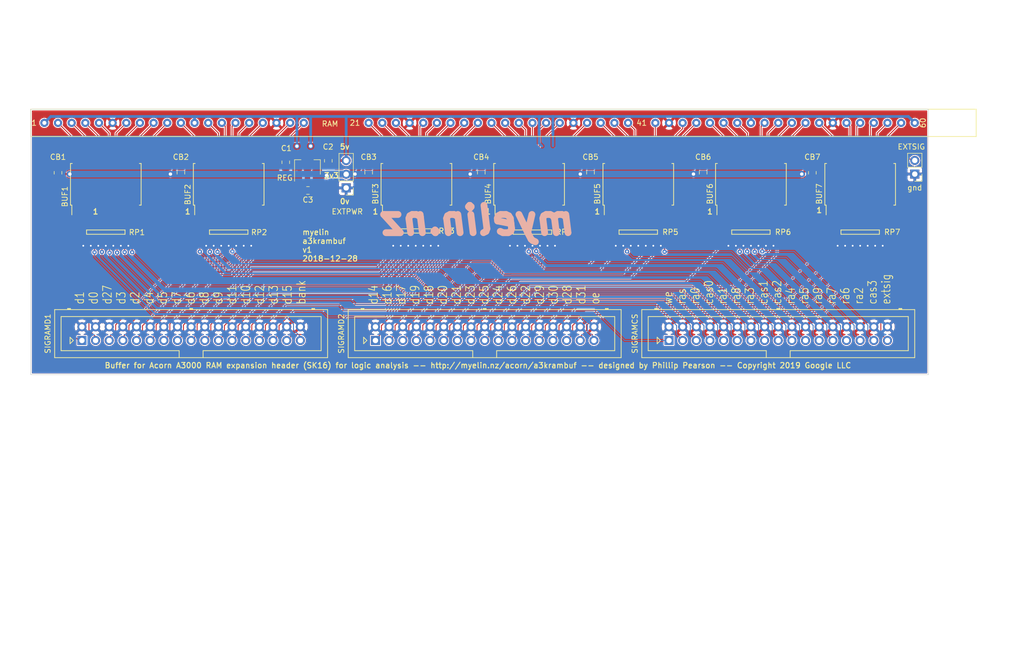
<source format=kicad_pcb>
(kicad_pcb (version 20171130) (host pcbnew "(5.0.1-3-g963ef8bb5)")
  (layers (0 F.Cu signal) (31 B.Cu signal) (34 B.Paste user) (35 F.Paste user) (36 B.SilkS user) (37 F.SilkS user) (38 B.Mask user) (39 F.Mask user) (44 Edge.Cuts user))
  (net 0 "")
  (net 1 GND)
  (net 2 5V)
  (net 3 3V3)
  (net 4 ram_D1)
  (net 5 ram_D0)
  (net 6 ram_D27)
  (net 7 ram_D3)
  (net 8 ram_D2)
  (net 9 ram_D4)
  (net 10 ram_D5)
  (net 11 ram_D7)
  (net 12 ram_D6)
  (net 13 ram_D8)
  (net 14 ram_D9)
  (net 15 ram_D11)
  (net 16 ram_D10)
  (net 17 ram_D12)
  (net 18 ram_D13)
  (net 19 ram_D15)
  (net 20 ram_D14)
  (net 21 ram_D16)
  (net 22 ram_D17)
  (net 23 ram_D19)
  (net 24 ram_D18)
  (net 25 ram_D20)
  (net 26 ram_D21)
  (net 27 ram_D23)
  (net 28 ram_D25)
  (net 29 ram_D24)
  (net 30 ram_D26)
  (net 31 ram_D22)
  (net 32 ram_D29)
  (net 33 ram_D30)
  (net 34 ram_D28)
  (net 35 ram_D31)
  (net 36 ram_BANK)
  (net 37 ram_nOE2)
  (net 38 ram_nWR2)
  (net 39 ram_nRAS)
  (net 40 ram_nCAS0)
  (net 41 ram_nCAS1)
  (net 42 ram_nCAS2)
  (net 43 ram_nCAS3)
  (net 44 ram_D1_buf)
  (net 45 ram_D0_buf)
  (net 46 ram_BANK_buf)
  (net 47 ram_nOE2_buf)
  (net 48 ram_nWR2_buf)
  (net 49 ram_nRAS_buf)
  (net 50 ram_nCAS0_buf)
  (net 51 ram_D27_buf)
  (net 52 ram_D8_buf)
  (net 53 ram_D6_buf)
  (net 54 ram_D7_buf)
  (net 55 ram_D5_buf)
  (net 56 ram_D4_buf)
  (net 57 ram_D2_buf)
  (net 58 ram_D3_buf)
  (net 59 ram_nCAS1_buf)
  (net 60 ram_D9_buf)
  (net 61 ram_D11_buf)
  (net 62 ram_D10_buf)
  (net 63 ram_D12_buf)
  (net 64 ram_D13_buf)
  (net 65 ram_D15_buf)
  (net 66 ram_D14_buf)
  (net 67 ram_nCAS2_buf)
  (net 68 ram_nCAS3_buf)
  (net 69 ram_D23_buf)
  (net 70 ram_D21_buf)
  (net 71 ram_D20_buf)
  (net 72 ram_D18_buf)
  (net 73 ram_D19_buf)
  (net 74 ram_D17_buf)
  (net 75 ram_D16_buf)
  (net 76 ram_D25_buf)
  (net 77 ram_D24_buf)
  (net 78 ram_D26_buf)
  (net 79 ram_D22_buf)
  (net 80 ram_D29_buf)
  (net 81 ram_D30_buf)
  (net 82 ram_D28_buf)
  (net 83 ram_D31_buf)
  (net 84 ram_D1_term)
  (net 85 ram_D0_term)
  (net 86 ram_BANK_term)
  (net 87 ram_nOE2_term)
  (net 88 ram_nWR2_term)
  (net 89 ram_nRAS_term)
  (net 90 ram_nCAS0_term)
  (net 91 ram_D27_term)
  (net 92 ram_D8_term)
  (net 93 ram_D6_term)
  (net 94 ram_D7_term)
  (net 95 ram_D5_term)
  (net 96 ram_D4_term)
  (net 97 ram_D2_term)
  (net 98 ram_D3_term)
  (net 99 ram_nCAS1_term)
  (net 100 ram_D9_term)
  (net 101 ram_D11_term)
  (net 102 ram_D10_term)
  (net 103 ram_D12_term)
  (net 104 ram_D13_term)
  (net 105 ram_D15_term)
  (net 106 ram_D14_term)
  (net 107 ram_nCAS2_term)
  (net 108 ram_nCAS3_term)
  (net 109 ram_D23_term)
  (net 110 ram_D21_term)
  (net 111 ram_D20_term)
  (net 112 ram_D18_term)
  (net 113 ram_D19_term)
  (net 114 ram_D17_term)
  (net 115 ram_D16_term)
  (net 116 ram_D25_term)
  (net 117 ram_D24_term)
  (net 118 ram_D26_term)
  (net 119 ram_D22_term)
  (net 120 ram_D29_term)
  (net 121 ram_D30_term)
  (net 122 ram_D28_term)
  (net 123 ram_D31_term)
  (net 124 ram_RA2)
  (net 125 ram_RA6)
  (net 126 ram_RA7)
  (net 127 ram_RA9)
  (net 128 ram_RA5)
  (net 129 ram_RA4)
  (net 130 ram_RA3)
  (net 131 ram_RA8)
  (net 132 ram_RA1)
  (net 133 ram_RA0)
  (net 134 ram_RA1_buf)
  (net 135 ram_RA3_buf)
  (net 136 ram_RA8_buf)
  (net 137 ram_RA4_buf)
  (net 138 ram_RA5_buf)
  (net 139 ram_RA9_buf)
  (net 140 ram_RA7_buf)
  (net 141 ram_RA6_buf)
  (net 142 ram_RA2_buf)
  (net 143 ram_RA1_term)
  (net 144 ram_RA3_term)
  (net 145 ram_RA8_term)
  (net 146 ram_RA4_term)
  (net 147 ram_RA5_term)
  (net 148 ram_RA9_term)
  (net 149 ram_RA7_term)
  (net 150 ram_RA6_term)
  (net 151 ram_RA2_term)
  (net 152 ram_RA0_buf)
  (net 153 ram_RA0_term)
  (net 154 ext_signal_buf)
  (net 155 ext_signal)
  (net 156 ext_signal_term)
  (module myelin-kicad:a3000_ram_header (layer F.Cu) (at 119.38 53.34)
    (fp_text reference RAM (at -27.50312 0.1778) (layer F.SilkS))
    (fp_text value "Extension socket to connect to RAM header on A3000 motherboard, and mezzanine RAM board" hide)
    (fp_text user 60 (at 82.8 0 90) (layer F.SilkS))
    (fp_text user 41 (at 30.48 0) (layer F.SilkS))
    (fp_text user 21 (at -22.86 0) (layer F.SilkS))
    (fp_text user 1 (at -82.55 0) (layer F.SilkS))
    (pad 60 thru_hole circle (at 81.28 0) (size 1.524 1.524) (drill 0.762) (layers *.Cu *.Mask) (net 2 5V))
    (pad 59 thru_hole circle (at 78.74 0) (size 1.524 1.524) (drill 0.762) (layers *.Cu *.Mask) (net 35 ram_D31))
    (pad 58 thru_hole circle (at 76.2 0) (size 1.524 1.524) (drill 0.762) (layers *.Cu *.Mask) (net 34 ram_D28))
    (pad 57 thru_hole circle (at 73.66 0) (size 1.524 1.524) (drill 0.762) (layers *.Cu *.Mask) (net 33 ram_D30))
    (pad 56 thru_hole circle (at 71.12 0) (size 1.524 1.524) (drill 0.762) (layers *.Cu *.Mask) (net 32 ram_D29))
    (pad 55 thru_hole circle (at 68.58 0) (size 1.524 1.524) (drill 0.762) (layers *.Cu *.Mask) (net 31 ram_D22))
    (pad 54 thru_hole circle (at 66.04 0) (size 1.524 1.524) (drill 0.762) (layers *.Cu *.Mask) (net 1 GND))
    (pad 53 thru_hole circle (at 63.5 0) (size 1.524 1.524) (drill 0.762) (layers *.Cu *.Mask) (net 30 ram_D26))
    (pad 52 thru_hole circle (at 60.96 0) (size 1.524 1.524) (drill 0.762) (layers *.Cu *.Mask) (net 29 ram_D24))
    (pad 51 thru_hole circle (at 58.42 0) (size 1.524 1.524) (drill 0.762) (layers *.Cu *.Mask) (net 28 ram_D25))
    (pad 50 thru_hole circle (at 55.88 0) (size 1.524 1.524) (drill 0.762) (layers *.Cu *.Mask) (net 43 ram_nCAS3))
    (pad 49 thru_hole circle (at 53.34 0) (size 1.524 1.524) (drill 0.762) (layers *.Cu *.Mask) (net 124 ram_RA2))
    (pad 48 thru_hole circle (at 50.8 0) (size 1.524 1.524) (drill 0.762) (layers *.Cu *.Mask) (net 2 5V))
    (pad 47 thru_hole circle (at 48.26 0) (size 1.524 1.524) (drill 0.762) (layers *.Cu *.Mask) (net 125 ram_RA6))
    (pad 46 thru_hole circle (at 45.72 0) (size 1.524 1.524) (drill 0.762) (layers *.Cu *.Mask) (net 126 ram_RA7))
    (pad 45 thru_hole circle (at 43.18 0) (size 1.524 1.524) (drill 0.762) (layers *.Cu *.Mask) (net 27 ram_D23))
    (pad 44 thru_hole circle (at 40.64 0) (size 1.524 1.524) (drill 0.762) (layers *.Cu *.Mask) (net 127 ram_RA9))
    (pad 43 thru_hole circle (at 38.1 0) (size 1.524 1.524) (drill 0.762) (layers *.Cu *.Mask) (net 26 ram_D21))
    (pad 42 thru_hole circle (at 35.56 0) (size 1.524 1.524) (drill 0.762) (layers *.Cu *.Mask) (net 1 GND))
    (pad 41 thru_hole circle (at 33.02 0) (size 1.524 1.524) (drill 0.762) (layers *.Cu *.Mask) (net 25 ram_D20))
    (pad 40 thru_hole circle (at 27.94 0) (size 1.524 1.524) (drill 0.762) (layers *.Cu *.Mask) (net 128 ram_RA5))
    (pad 39 thru_hole circle (at 25.4 0) (size 1.524 1.524) (drill 0.762) (layers *.Cu *.Mask) (net 24 ram_D18))
    (pad 38 thru_hole circle (at 22.86 0) (size 1.524 1.524) (drill 0.762) (layers *.Cu *.Mask) (net 23 ram_D19))
    (pad 37 thru_hole circle (at 20.32 0) (size 1.524 1.524) (drill 0.762) (layers *.Cu *.Mask) (net 22 ram_D17))
    (pad 36 thru_hole circle (at 17.78 0) (size 1.524 1.524) (drill 0.762) (layers *.Cu *.Mask) (net 1 GND))
    (pad 35 thru_hole circle (at 15.24 0) (size 1.524 1.524) (drill 0.762) (layers *.Cu *.Mask) (net 21 ram_D16))
    (pad 34 thru_hole circle (at 12.7 0) (size 1.524 1.524) (drill 0.762) (layers *.Cu *.Mask) (net 129 ram_RA4))
    (pad 33 thru_hole circle (at 10.16 0) (size 1.524 1.524) (drill 0.762) (layers *.Cu *.Mask) (net 42 ram_nCAS2))
    (pad 32 thru_hole circle (at 7.62 0) (size 1.524 1.524) (drill 0.762) (layers *.Cu *.Mask) (net 20 ram_D14))
    (pad 31 thru_hole circle (at 5.08 0) (size 1.524 1.524) (drill 0.762) (layers *.Cu *.Mask) (net 19 ram_D15))
    (pad 30 thru_hole circle (at 2.54 0) (size 1.524 1.524) (drill 0.762) (layers *.Cu *.Mask) (net 18 ram_D13))
    (pad 29 thru_hole circle (at 0 0) (size 1.524 1.524) (drill 0.762) (layers *.Cu *.Mask) (net 17 ram_D12))
    (pad 28 thru_hole circle (at -2.54 0) (size 1.524 1.524) (drill 0.762) (layers *.Cu *.Mask) (net 16 ram_D10))
    (pad 27 thru_hole circle (at -5.08 0) (size 1.524 1.524) (drill 0.762) (layers *.Cu *.Mask) (net 15 ram_D11))
    (pad 26 thru_hole circle (at -7.62 0) (size 1.524 1.524) (drill 0.762) (layers *.Cu *.Mask) (net 14 ram_D9))
    (pad 25 thru_hole circle (at -10.16 0) (size 1.524 1.524) (drill 0.762) (layers *.Cu *.Mask) (net 13 ram_D8))
    (pad 24 thru_hole circle (at -12.7 0) (size 1.524 1.524) (drill 0.762) (layers *.Cu *.Mask) (net 1 GND))
    (pad 23 thru_hole circle (at -15.24 0) (size 1.524 1.524) (drill 0.762) (layers *.Cu *.Mask) (net 12 ram_D6))
    (pad 22 thru_hole circle (at -17.78 0) (size 1.524 1.524) (drill 0.762) (layers *.Cu *.Mask) (net 11 ram_D7))
    (pad 21 thru_hole circle (at -20.32 0) (size 1.524 1.524) (drill 0.762) (layers *.Cu *.Mask) (net 10 ram_D5))
    (pad 20 thru_hole circle (at -32.385 0) (size 1.524 1.524) (drill 0.762) (layers *.Cu *.Mask) (net 9 ram_D4))
    (pad 19 thru_hole circle (at -34.925 0) (size 1.524 1.524) (drill 0.762) (layers *.Cu *.Mask) (net 8 ram_D2))
    (pad 18 thru_hole circle (at -37.465 0) (size 1.524 1.524) (drill 0.762) (layers *.Cu *.Mask) (net 1 GND))
    (pad 17 thru_hole circle (at -40.005 0) (size 1.524 1.524) (drill 0.762) (layers *.Cu *.Mask) (net 7 ram_D3))
    (pad 16 thru_hole circle (at -42.545 0) (size 1.524 1.524) (drill 0.762) (layers *.Cu *.Mask) (net 41 ram_nCAS1))
    (pad 15 thru_hole circle (at -45.085 0) (size 1.524 1.524) (drill 0.762) (layers *.Cu *.Mask) (net 6 ram_D27))
    (pad 14 thru_hole circle (at -47.625 0) (size 1.524 1.524) (drill 0.762) (layers *.Cu *.Mask) (net 130 ram_RA3))
    (pad 13 thru_hole circle (at -50.165 0) (size 1.524 1.524) (drill 0.762) (layers *.Cu *.Mask) (net 131 ram_RA8))
    (pad 12 thru_hole circle (at -52.705 0) (size 1.524 1.524) (drill 0.762) (layers *.Cu *.Mask) (net 2 5V))
    (pad 11 thru_hole circle (at -55.245 0) (size 1.524 1.524) (drill 0.762) (layers *.Cu *.Mask) (net 132 ram_RA1))
    (pad 10 thru_hole circle (at -57.785 0) (size 1.524 1.524) (drill 0.762) (layers *.Cu *.Mask) (net 40 ram_nCAS0))
    (pad 9 thru_hole circle (at -60.325 0) (size 1.524 1.524) (drill 0.762) (layers *.Cu *.Mask) (net 133 ram_RA0))
    (pad 8 thru_hole circle (at -62.865 0) (size 1.524 1.524) (drill 0.762) (layers *.Cu *.Mask) (net 39 ram_nRAS))
    (pad 7 thru_hole circle (at -65.405 0) (size 1.524 1.524) (drill 0.762) (layers *.Cu *.Mask) (net 38 ram_nWR2))
    (pad 6 thru_hole circle (at -67.945 0) (size 1.524 1.524) (drill 0.762) (layers *.Cu *.Mask) (net 1 GND))
    (pad 5 thru_hole circle (at -70.485 0) (size 1.524 1.524) (drill 0.762) (layers *.Cu *.Mask) (net 37 ram_nOE2))
    (pad 4 thru_hole circle (at -73.025 0) (size 1.524 1.524) (drill 0.762) (layers *.Cu *.Mask) (net 36 ram_BANK))
    (pad 3 thru_hole circle (at -75.565 0) (size 1.524 1.524) (drill 0.762) (layers *.Cu *.Mask) (net 5 ram_D0))
    (pad 2 thru_hole circle (at -78.105 0) (size 1.524 1.524) (drill 0.762) (layers *.Cu *.Mask) (net 4 ram_D1))
    (pad 1 thru_hole circle (at -80.645 0) (size 1.524 1.524) (drill 0.762) (layers *.Cu *.Mask) (net 2 5V))
  )
  (module myelin-kicad:via_array_1x7_55mil (layer F.Cu) (at 169.4815 76.2 180)
    (fp_text reference STAPLE6 hide)
    (fp_text value "via array" hide)
    (pad 1 thru_hole circle (at -4.8895 0 180) (size 0.8128 0.8128) (drill 0.3302) (layers *.Cu) (net 1 GND))
    (pad 2 thru_hole circle (at -3.4925 0 180) (size 0.8128 0.8128) (drill 0.3302) (layers *.Cu) (net 1 GND))
    (pad 3 thru_hole circle (at -2.0955 0 180) (size 0.8128 0.8128) (drill 0.3302) (layers *.Cu) (net 1 GND))
    (pad 4 thru_hole circle (at -0.6985 0 180) (size 0.8128 0.8128) (drill 0.3302) (layers *.Cu) (net 1 GND))
    (pad 5 thru_hole circle (at 0.6985 0 180) (size 0.8128 0.8128) (drill 0.3302) (layers *.Cu) (net 1 GND))
    (pad 6 thru_hole circle (at 2.0955 0 180) (size 0.8128 0.8128) (drill 0.3302) (layers *.Cu) (net 1 GND))
    (pad 7 thru_hole circle (at 3.4925 0 180) (size 0.8128 0.8128) (drill 0.3302) (layers *.Cu) (net 1 GND))
  )
  (module Package_SO:SOIC-20W_7.5x12.8mm_P1.27mm (layer F.Cu) (at 50.165 64.77 90)
    (fp_text reference BUF1 (at -2.286 -7.62 90) (layer F.SilkS))
    (fp_text value 74LVC245)
    (pad 1 smd rect (at -4.7 -5.715 90) (size 1.95 0.6) (layers F.Cu F.Paste F.Mask) (net 1 GND))
    (pad 2 smd rect (at -4.7 -4.445 90) (size 1.95 0.6) (layers F.Cu F.Paste F.Mask) (net 44 ram_D1_buf))
    (pad 3 smd rect (at -4.7 -3.175 90) (size 1.95 0.6) (layers F.Cu F.Paste F.Mask) (net 45 ram_D0_buf))
    (pad 4 smd rect (at -4.7 -1.905 90) (size 1.95 0.6) (layers F.Cu F.Paste F.Mask) (net 46 ram_BANK_buf))
    (pad 5 smd rect (at -4.7 -0.635 90) (size 1.95 0.6) (layers F.Cu F.Paste F.Mask) (net 47 ram_nOE2_buf))
    (pad 6 smd rect (at -4.7 0.635 90) (size 1.95 0.6) (layers F.Cu F.Paste F.Mask) (net 48 ram_nWR2_buf))
    (pad 7 smd rect (at -4.7 1.905 90) (size 1.95 0.6) (layers F.Cu F.Paste F.Mask) (net 49 ram_nRAS_buf))
    (pad 8 smd rect (at -4.7 3.175 90) (size 1.95 0.6) (layers F.Cu F.Paste F.Mask) (net 152 ram_RA0_buf))
    (pad 9 smd rect (at -4.7 4.445 90) (size 1.95 0.6) (layers F.Cu F.Paste F.Mask) (net 50 ram_nCAS0_buf))
    (pad 10 smd rect (at -4.7 5.715 90) (size 1.95 0.6) (layers F.Cu F.Paste F.Mask) (net 1 GND))
    (pad 11 smd rect (at 4.7 5.715 90) (size 1.95 0.6) (layers F.Cu F.Paste F.Mask) (net 40 ram_nCAS0))
    (pad 12 smd rect (at 4.7 4.445 90) (size 1.95 0.6) (layers F.Cu F.Paste F.Mask) (net 133 ram_RA0))
    (pad 13 smd rect (at 4.7 3.175 90) (size 1.95 0.6) (layers F.Cu F.Paste F.Mask) (net 39 ram_nRAS))
    (pad 14 smd rect (at 4.7 1.905 90) (size 1.95 0.6) (layers F.Cu F.Paste F.Mask) (net 38 ram_nWR2))
    (pad 15 smd rect (at 4.7 0.635 90) (size 1.95 0.6) (layers F.Cu F.Paste F.Mask) (net 37 ram_nOE2))
    (pad 16 smd rect (at 4.7 -0.635 90) (size 1.95 0.6) (layers F.Cu F.Paste F.Mask) (net 36 ram_BANK))
    (pad 17 smd rect (at 4.7 -1.905 90) (size 1.95 0.6) (layers F.Cu F.Paste F.Mask) (net 5 ram_D0))
    (pad 18 smd rect (at 4.7 -3.175 90) (size 1.95 0.6) (layers F.Cu F.Paste F.Mask) (net 4 ram_D1))
    (pad 19 smd rect (at 4.7 -4.445 90) (size 1.95 0.6) (layers F.Cu F.Paste F.Mask) (net 1 GND))
    (pad 20 smd rect (at 4.7 -5.715 90) (size 1.95 0.6) (layers F.Cu F.Paste F.Mask) (net 3 3V3))
  )
  (module Capacitor_SMD:C_0805_2012Metric_Pad1.15x1.40mm_HandSolder (layer F.Cu) (at 83.6422 60.66906 90)
    (fp_text reference C1 (at 2.60466 0.10668 180) (layer F.SilkS))
    (fp_text value 10u)
    (pad 1 smd roundrect (at -1.025 0 90) (size 1.15 1.4) (layers F.Cu F.Paste F.Mask) (roundrect_rratio 0.217391) (net 1 GND))
    (pad 2 smd roundrect (at 1.025 0 90) (size 1.15 1.4) (layers F.Cu F.Paste F.Mask) (roundrect_rratio 0.217391) (net 2 5V))
  )
  (module myelin-kicad:bourns_cat16_j8_resistor_array (layer F.Cu) (at 50.165 73.66 90)
    (fp_text reference RP1 (at -0.04064 5.78866 -180) (layer F.SilkS))
    (fp_text value "resistor pack" hide)
    (pad 1A smd rect (at -0.85 -2.8 90) (size 0.9 0.425) (layers F.Cu F.Paste F.Mask) (net 84 ram_D1_term))
    (pad 1B smd rect (at 0.85 -2.8 90) (size 0.9 0.425) (layers F.Cu F.Paste F.Mask) (net 44 ram_D1_buf))
    (pad 2A smd rect (at -0.85 -2 90) (size 0.9 0.425) (layers F.Cu F.Paste F.Mask) (net 85 ram_D0_term))
    (pad 2B smd rect (at 0.85 -2 90) (size 0.9 0.425) (layers F.Cu F.Paste F.Mask) (net 45 ram_D0_buf))
    (pad 3A smd rect (at -0.85 -1.2 90) (size 0.9 0.425) (layers F.Cu F.Paste F.Mask) (net 86 ram_BANK_term))
    (pad 3B smd rect (at 0.85 -1.2 90) (size 0.9 0.425) (layers F.Cu F.Paste F.Mask) (net 46 ram_BANK_buf))
    (pad 4A smd rect (at -0.85 -0.4 90) (size 0.9 0.425) (layers F.Cu F.Paste F.Mask) (net 87 ram_nOE2_term))
    (pad 4B smd rect (at 0.85 -0.4 90) (size 0.9 0.425) (layers F.Cu F.Paste F.Mask) (net 47 ram_nOE2_buf))
    (pad 5A smd rect (at -0.85 0.4 90) (size 0.9 0.425) (layers F.Cu F.Paste F.Mask) (net 88 ram_nWR2_term))
    (pad 5B smd rect (at 0.85 0.4 90) (size 0.9 0.425) (layers F.Cu F.Paste F.Mask) (net 48 ram_nWR2_buf))
    (pad 6A smd rect (at -0.85 1.2 90) (size 0.9 0.425) (layers F.Cu F.Paste F.Mask) (net 89 ram_nRAS_term))
    (pad 6B smd rect (at 0.85 1.2 90) (size 0.9 0.425) (layers F.Cu F.Paste F.Mask) (net 49 ram_nRAS_buf))
    (pad 7A smd rect (at -0.85 2 90) (size 0.9 0.425) (layers F.Cu F.Paste F.Mask) (net 153 ram_RA0_term))
    (pad 7B smd rect (at 0.85 2 90) (size 0.9 0.425) (layers F.Cu F.Paste F.Mask) (net 152 ram_RA0_buf))
    (pad 8A smd rect (at -0.85 2.8 90) (size 0.9 0.425) (layers F.Cu F.Paste F.Mask) (net 90 ram_nCAS0_term))
    (pad 8B smd rect (at 0.85 2.8 90) (size 0.9 0.425) (layers F.Cu F.Paste F.Mask) (net 50 ram_nCAS0_buf))
  )
  (module myelin-kicad:bourns_cat16_j8_resistor_array (layer F.Cu) (at 73.025 73.66 90)
    (fp_text reference RP2 (at -0.04318 5.6515 -180) (layer F.SilkS))
    (fp_text value "resistor pack" hide)
    (pad 8B smd rect (at 0.85 2.8 90) (size 0.9 0.425) (layers F.Cu F.Paste F.Mask) (net 56 ram_D4_buf))
    (pad 8A smd rect (at -0.85 2.8 90) (size 0.9 0.425) (layers F.Cu F.Paste F.Mask) (net 96 ram_D4_term))
    (pad 7B smd rect (at 0.85 2 90) (size 0.9 0.425) (layers F.Cu F.Paste F.Mask) (net 57 ram_D2_buf))
    (pad 7A smd rect (at -0.85 2 90) (size 0.9 0.425) (layers F.Cu F.Paste F.Mask) (net 97 ram_D2_term))
    (pad 6B smd rect (at 0.85 1.2 90) (size 0.9 0.425) (layers F.Cu F.Paste F.Mask) (net 58 ram_D3_buf))
    (pad 6A smd rect (at -0.85 1.2 90) (size 0.9 0.425) (layers F.Cu F.Paste F.Mask) (net 98 ram_D3_term))
    (pad 5B smd rect (at 0.85 0.4 90) (size 0.9 0.425) (layers F.Cu F.Paste F.Mask) (net 59 ram_nCAS1_buf))
    (pad 5A smd rect (at -0.85 0.4 90) (size 0.9 0.425) (layers F.Cu F.Paste F.Mask) (net 99 ram_nCAS1_term))
    (pad 4B smd rect (at 0.85 -0.4 90) (size 0.9 0.425) (layers F.Cu F.Paste F.Mask) (net 51 ram_D27_buf))
    (pad 4A smd rect (at -0.85 -0.4 90) (size 0.9 0.425) (layers F.Cu F.Paste F.Mask) (net 91 ram_D27_term))
    (pad 3B smd rect (at 0.85 -1.2 90) (size 0.9 0.425) (layers F.Cu F.Paste F.Mask) (net 135 ram_RA3_buf))
    (pad 3A smd rect (at -0.85 -1.2 90) (size 0.9 0.425) (layers F.Cu F.Paste F.Mask) (net 144 ram_RA3_term))
    (pad 2B smd rect (at 0.85 -2 90) (size 0.9 0.425) (layers F.Cu F.Paste F.Mask) (net 136 ram_RA8_buf))
    (pad 2A smd rect (at -0.85 -2 90) (size 0.9 0.425) (layers F.Cu F.Paste F.Mask) (net 145 ram_RA8_term))
    (pad 1B smd rect (at 0.85 -2.8 90) (size 0.9 0.425) (layers F.Cu F.Paste F.Mask) (net 134 ram_RA1_buf))
    (pad 1A smd rect (at -0.85 -2.8 90) (size 0.9 0.425) (layers F.Cu F.Paste F.Mask) (net 143 ram_RA1_term))
  )
  (module myelin-kicad:bourns_cat16_j8_resistor_array (layer F.Cu) (at 107.855 73.445 90)
    (fp_text reference RP3 (at 0 5.71246 -180) (layer F.SilkS))
    (fp_text value "resistor pack" hide)
    (pad 1A smd rect (at -0.85 -2.8 90) (size 0.9 0.425) (layers F.Cu F.Paste F.Mask) (net 95 ram_D5_term))
    (pad 1B smd rect (at 0.85 -2.8 90) (size 0.9 0.425) (layers F.Cu F.Paste F.Mask) (net 55 ram_D5_buf))
    (pad 2A smd rect (at -0.85 -2 90) (size 0.9 0.425) (layers F.Cu F.Paste F.Mask) (net 94 ram_D7_term))
    (pad 2B smd rect (at 0.85 -2 90) (size 0.9 0.425) (layers F.Cu F.Paste F.Mask) (net 54 ram_D7_buf))
    (pad 3A smd rect (at -0.85 -1.2 90) (size 0.9 0.425) (layers F.Cu F.Paste F.Mask) (net 93 ram_D6_term))
    (pad 3B smd rect (at 0.85 -1.2 90) (size 0.9 0.425) (layers F.Cu F.Paste F.Mask) (net 53 ram_D6_buf))
    (pad 4A smd rect (at -0.85 -0.4 90) (size 0.9 0.425) (layers F.Cu F.Paste F.Mask) (net 92 ram_D8_term))
    (pad 4B smd rect (at 0.85 -0.4 90) (size 0.9 0.425) (layers F.Cu F.Paste F.Mask) (net 52 ram_D8_buf))
    (pad 5A smd rect (at -0.85 0.4 90) (size 0.9 0.425) (layers F.Cu F.Paste F.Mask) (net 100 ram_D9_term))
    (pad 5B smd rect (at 0.85 0.4 90) (size 0.9 0.425) (layers F.Cu F.Paste F.Mask) (net 60 ram_D9_buf))
    (pad 6A smd rect (at -0.85 1.2 90) (size 0.9 0.425) (layers F.Cu F.Paste F.Mask) (net 101 ram_D11_term))
    (pad 6B smd rect (at 0.85 1.2 90) (size 0.9 0.425) (layers F.Cu F.Paste F.Mask) (net 61 ram_D11_buf))
    (pad 7A smd rect (at -0.85 2 90) (size 0.9 0.425) (layers F.Cu F.Paste F.Mask) (net 102 ram_D10_term))
    (pad 7B smd rect (at 0.85 2 90) (size 0.9 0.425) (layers F.Cu F.Paste F.Mask) (net 62 ram_D10_buf))
    (pad 8A smd rect (at -0.85 2.8 90) (size 0.9 0.425) (layers F.Cu F.Paste F.Mask) (net 103 ram_D12_term))
    (pad 8B smd rect (at 0.85 2.8 90) (size 0.9 0.425) (layers F.Cu F.Paste F.Mask) (net 63 ram_D12_buf))
  )
  (module myelin-kicad:bourns_cat16_j8_resistor_array (layer F.Cu) (at 129.54 73.66 90)
    (fp_text reference RP4 (at 0.0127 5.85724 -180) (layer F.SilkS))
    (fp_text value "resistor pack" hide)
    (pad 8B smd rect (at 0.85 2.8 90) (size 0.9 0.425) (layers F.Cu F.Paste F.Mask) (net 1 GND))
    (pad 8A smd rect (at -0.85 2.8 90) (size 0.9 0.425) (layers F.Cu F.Paste F.Mask) (net 1 GND))
    (pad 7B smd rect (at 0.85 2 90) (size 0.9 0.425) (layers F.Cu F.Paste F.Mask) (net 74 ram_D17_buf))
    (pad 7A smd rect (at -0.85 2 90) (size 0.9 0.425) (layers F.Cu F.Paste F.Mask) (net 114 ram_D17_term))
    (pad 6B smd rect (at 0.85 1.2 90) (size 0.9 0.425) (layers F.Cu F.Paste F.Mask) (net 75 ram_D16_buf))
    (pad 6A smd rect (at -0.85 1.2 90) (size 0.9 0.425) (layers F.Cu F.Paste F.Mask) (net 115 ram_D16_term))
    (pad 5B smd rect (at 0.85 0.4 90) (size 0.9 0.425) (layers F.Cu F.Paste F.Mask) (net 137 ram_RA4_buf))
    (pad 5A smd rect (at -0.85 0.4 90) (size 0.9 0.425) (layers F.Cu F.Paste F.Mask) (net 146 ram_RA4_term))
    (pad 4B smd rect (at 0.85 -0.4 90) (size 0.9 0.425) (layers F.Cu F.Paste F.Mask) (net 67 ram_nCAS2_buf))
    (pad 4A smd rect (at -0.85 -0.4 90) (size 0.9 0.425) (layers F.Cu F.Paste F.Mask) (net 107 ram_nCAS2_term))
    (pad 3B smd rect (at 0.85 -1.2 90) (size 0.9 0.425) (layers F.Cu F.Paste F.Mask) (net 66 ram_D14_buf))
    (pad 3A smd rect (at -0.85 -1.2 90) (size 0.9 0.425) (layers F.Cu F.Paste F.Mask) (net 106 ram_D14_term))
    (pad 2B smd rect (at 0.85 -2 90) (size 0.9 0.425) (layers F.Cu F.Paste F.Mask) (net 65 ram_D15_buf))
    (pad 2A smd rect (at -0.85 -2 90) (size 0.9 0.425) (layers F.Cu F.Paste F.Mask) (net 105 ram_D15_term))
    (pad 1B smd rect (at 0.85 -2.8 90) (size 0.9 0.425) (layers F.Cu F.Paste F.Mask) (net 64 ram_D13_buf))
    (pad 1A smd rect (at -0.85 -2.8 90) (size 0.9 0.425) (layers F.Cu F.Paste F.Mask) (net 104 ram_D13_term))
  )
  (module Capacitor_SMD:C_0805_2012Metric_Pad1.15x1.40mm_HandSolder (layer F.Cu) (at 41.275 62.62 90)
    (fp_text reference CB1 (at 2.93 0 180) (layer F.SilkS))
    (fp_text value 100n)
    (pad 1 smd roundrect (at -1.025 0 90) (size 1.15 1.4) (layers F.Cu F.Paste F.Mask) (roundrect_rratio 0.217391) (net 1 GND))
    (pad 2 smd roundrect (at 1.025 0 90) (size 1.15 1.4) (layers F.Cu F.Paste F.Mask) (roundrect_rratio 0.217391) (net 3 3V3))
  )
  (module Capacitor_SMD:C_0805_2012Metric_Pad1.15x1.40mm_HandSolder (layer F.Cu) (at 64.135 62.62 90)
    (fp_text reference CB2 (at 2.93 0 180) (layer F.SilkS))
    (fp_text value 100n)
    (pad 2 smd roundrect (at 1.025 0 90) (size 1.15 1.4) (layers F.Cu F.Paste F.Mask) (roundrect_rratio 0.217391) (net 3 3V3))
    (pad 1 smd roundrect (at -1.025 0 90) (size 1.15 1.4) (layers F.Cu F.Paste F.Mask) (roundrect_rratio 0.217391) (net 1 GND))
  )
  (module Capacitor_SMD:C_0805_2012Metric_Pad1.15x1.40mm_HandSolder (layer F.Cu) (at 99.06 62.62 90)
    (fp_text reference CB3 (at 2.93 0 180) (layer F.SilkS))
    (fp_text value 100n)
    (pad 1 smd roundrect (at -1.025 0 90) (size 1.15 1.4) (layers F.Cu F.Paste F.Mask) (roundrect_rratio 0.217391) (net 1 GND))
    (pad 2 smd roundrect (at 1.025 0 90) (size 1.15 1.4) (layers F.Cu F.Paste F.Mask) (roundrect_rratio 0.217391) (net 3 3V3))
  )
  (module Capacitor_SMD:C_0805_2012Metric_Pad1.15x1.40mm_HandSolder (layer F.Cu) (at 120.015 62.62 90)
    (fp_text reference CB4 (at 2.93 0 180) (layer F.SilkS))
    (fp_text value 100n)
    (pad 2 smd roundrect (at 1.025 0 90) (size 1.15 1.4) (layers F.Cu F.Paste F.Mask) (roundrect_rratio 0.217391) (net 3 3V3))
    (pad 1 smd roundrect (at -1.025 0 90) (size 1.15 1.4) (layers F.Cu F.Paste F.Mask) (roundrect_rratio 0.217391) (net 1 GND))
  )
  (module Capacitor_SMD:C_0805_2012Metric_Pad1.15x1.40mm_HandSolder (layer F.Cu) (at 140.335 62.62 90)
    (fp_text reference CB5 (at 2.93 0 180) (layer F.SilkS))
    (fp_text value 100n)
    (pad 1 smd roundrect (at -1.025 0 90) (size 1.15 1.4) (layers F.Cu F.Paste F.Mask) (roundrect_rratio 0.217391) (net 1 GND))
    (pad 2 smd roundrect (at 1.025 0 90) (size 1.15 1.4) (layers F.Cu F.Paste F.Mask) (roundrect_rratio 0.217391) (net 3 3V3))
  )
  (module Package_SO:SOIC-20W_7.5x12.8mm_P1.27mm (layer F.Cu) (at 73.025 64.77 90)
    (fp_text reference BUF2 (at -1.905 -7.62 90) (layer F.SilkS))
    (fp_text value 74LVC245)
    (pad 20 smd rect (at 4.7 -5.715 90) (size 1.95 0.6) (layers F.Cu F.Paste F.Mask) (net 3 3V3))
    (pad 19 smd rect (at 4.7 -4.445 90) (size 1.95 0.6) (layers F.Cu F.Paste F.Mask) (net 1 GND))
    (pad 18 smd rect (at 4.7 -3.175 90) (size 1.95 0.6) (layers F.Cu F.Paste F.Mask) (net 132 ram_RA1))
    (pad 17 smd rect (at 4.7 -1.905 90) (size 1.95 0.6) (layers F.Cu F.Paste F.Mask) (net 131 ram_RA8))
    (pad 16 smd rect (at 4.7 -0.635 90) (size 1.95 0.6) (layers F.Cu F.Paste F.Mask) (net 130 ram_RA3))
    (pad 15 smd rect (at 4.7 0.635 90) (size 1.95 0.6) (layers F.Cu F.Paste F.Mask) (net 6 ram_D27))
    (pad 14 smd rect (at 4.7 1.905 90) (size 1.95 0.6) (layers F.Cu F.Paste F.Mask) (net 41 ram_nCAS1))
    (pad 13 smd rect (at 4.7 3.175 90) (size 1.95 0.6) (layers F.Cu F.Paste F.Mask) (net 7 ram_D3))
    (pad 12 smd rect (at 4.7 4.445 90) (size 1.95 0.6) (layers F.Cu F.Paste F.Mask) (net 8 ram_D2))
    (pad 11 smd rect (at 4.7 5.715 90) (size 1.95 0.6) (layers F.Cu F.Paste F.Mask) (net 9 ram_D4))
    (pad 10 smd rect (at -4.7 5.715 90) (size 1.95 0.6) (layers F.Cu F.Paste F.Mask) (net 1 GND))
    (pad 9 smd rect (at -4.7 4.445 90) (size 1.95 0.6) (layers F.Cu F.Paste F.Mask) (net 56 ram_D4_buf))
    (pad 8 smd rect (at -4.7 3.175 90) (size 1.95 0.6) (layers F.Cu F.Paste F.Mask) (net 57 ram_D2_buf))
    (pad 7 smd rect (at -4.7 1.905 90) (size 1.95 0.6) (layers F.Cu F.Paste F.Mask) (net 58 ram_D3_buf))
    (pad 6 smd rect (at -4.7 0.635 90) (size 1.95 0.6) (layers F.Cu F.Paste F.Mask) (net 59 ram_nCAS1_buf))
    (pad 5 smd rect (at -4.7 -0.635 90) (size 1.95 0.6) (layers F.Cu F.Paste F.Mask) (net 51 ram_D27_buf))
    (pad 4 smd rect (at -4.7 -1.905 90) (size 1.95 0.6) (layers F.Cu F.Paste F.Mask) (net 135 ram_RA3_buf))
    (pad 3 smd rect (at -4.7 -3.175 90) (size 1.95 0.6) (layers F.Cu F.Paste F.Mask) (net 136 ram_RA8_buf))
    (pad 2 smd rect (at -4.7 -4.445 90) (size 1.95 0.6) (layers F.Cu F.Paste F.Mask) (net 134 ram_RA1_buf))
    (pad 1 smd rect (at -4.7 -5.715 90) (size 1.95 0.6) (layers F.Cu F.Paste F.Mask) (net 1 GND))
  )
  (module Package_SO:SOIC-20W_7.5x12.8mm_P1.27mm (layer F.Cu) (at 107.95 64.77 90)
    (fp_text reference BUF3 (at -1.778 -7.62 90) (layer F.SilkS))
    (fp_text value 74LVC245)
    (pad 1 smd rect (at -4.7 -5.715 90) (size 1.95 0.6) (layers F.Cu F.Paste F.Mask) (net 1 GND))
    (pad 2 smd rect (at -4.7 -4.445 90) (size 1.95 0.6) (layers F.Cu F.Paste F.Mask) (net 55 ram_D5_buf))
    (pad 3 smd rect (at -4.7 -3.175 90) (size 1.95 0.6) (layers F.Cu F.Paste F.Mask) (net 54 ram_D7_buf))
    (pad 4 smd rect (at -4.7 -1.905 90) (size 1.95 0.6) (layers F.Cu F.Paste F.Mask) (net 53 ram_D6_buf))
    (pad 5 smd rect (at -4.7 -0.635 90) (size 1.95 0.6) (layers F.Cu F.Paste F.Mask) (net 52 ram_D8_buf))
    (pad 6 smd rect (at -4.7 0.635 90) (size 1.95 0.6) (layers F.Cu F.Paste F.Mask) (net 60 ram_D9_buf))
    (pad 7 smd rect (at -4.7 1.905 90) (size 1.95 0.6) (layers F.Cu F.Paste F.Mask) (net 61 ram_D11_buf))
    (pad 8 smd rect (at -4.7 3.175 90) (size 1.95 0.6) (layers F.Cu F.Paste F.Mask) (net 62 ram_D10_buf))
    (pad 9 smd rect (at -4.7 4.445 90) (size 1.95 0.6) (layers F.Cu F.Paste F.Mask) (net 63 ram_D12_buf))
    (pad 10 smd rect (at -4.7 5.715 90) (size 1.95 0.6) (layers F.Cu F.Paste F.Mask) (net 1 GND))
    (pad 11 smd rect (at 4.7 5.715 90) (size 1.95 0.6) (layers F.Cu F.Paste F.Mask) (net 17 ram_D12))
    (pad 12 smd rect (at 4.7 4.445 90) (size 1.95 0.6) (layers F.Cu F.Paste F.Mask) (net 16 ram_D10))
    (pad 13 smd rect (at 4.7 3.175 90) (size 1.95 0.6) (layers F.Cu F.Paste F.Mask) (net 15 ram_D11))
    (pad 14 smd rect (at 4.7 1.905 90) (size 1.95 0.6) (layers F.Cu F.Paste F.Mask) (net 14 ram_D9))
    (pad 15 smd rect (at 4.7 0.635 90) (size 1.95 0.6) (layers F.Cu F.Paste F.Mask) (net 13 ram_D8))
    (pad 16 smd rect (at 4.7 -0.635 90) (size 1.95 0.6) (layers F.Cu F.Paste F.Mask) (net 12 ram_D6))
    (pad 17 smd rect (at 4.7 -1.905 90) (size 1.95 0.6) (layers F.Cu F.Paste F.Mask) (net 11 ram_D7))
    (pad 18 smd rect (at 4.7 -3.175 90) (size 1.95 0.6) (layers F.Cu F.Paste F.Mask) (net 10 ram_D5))
    (pad 19 smd rect (at 4.7 -4.445 90) (size 1.95 0.6) (layers F.Cu F.Paste F.Mask) (net 1 GND))
    (pad 20 smd rect (at 4.7 -5.715 90) (size 1.95 0.6) (layers F.Cu F.Paste F.Mask) (net 3 3V3))
  )
  (module Package_SO:SOIC-20W_7.5x12.8mm_P1.27mm (layer F.Cu) (at 128.905 64.77 90)
    (fp_text reference BUF4 (at -1.778 -7.62 90) (layer F.SilkS))
    (fp_text value 74LVC245)
    (pad 20 smd rect (at 4.7 -5.715 90) (size 1.95 0.6) (layers F.Cu F.Paste F.Mask) (net 3 3V3))
    (pad 19 smd rect (at 4.7 -4.445 90) (size 1.95 0.6) (layers F.Cu F.Paste F.Mask) (net 1 GND))
    (pad 18 smd rect (at 4.7 -3.175 90) (size 1.95 0.6) (layers F.Cu F.Paste F.Mask) (net 18 ram_D13))
    (pad 17 smd rect (at 4.7 -1.905 90) (size 1.95 0.6) (layers F.Cu F.Paste F.Mask) (net 19 ram_D15))
    (pad 16 smd rect (at 4.7 -0.635 90) (size 1.95 0.6) (layers F.Cu F.Paste F.Mask) (net 20 ram_D14))
    (pad 15 smd rect (at 4.7 0.635 90) (size 1.95 0.6) (layers F.Cu F.Paste F.Mask) (net 42 ram_nCAS2))
    (pad 14 smd rect (at 4.7 1.905 90) (size 1.95 0.6) (layers F.Cu F.Paste F.Mask) (net 129 ram_RA4))
    (pad 13 smd rect (at 4.7 3.175 90) (size 1.95 0.6) (layers F.Cu F.Paste F.Mask) (net 21 ram_D16))
    (pad 12 smd rect (at 4.7 4.445 90) (size 1.95 0.6) (layers F.Cu F.Paste F.Mask) (net 22 ram_D17))
    (pad 11 smd rect (at 4.7 5.715 90) (size 1.95 0.6) (layers F.Cu F.Paste F.Mask) (net 1 GND))
    (pad 10 smd rect (at -4.7 5.715 90) (size 1.95 0.6) (layers F.Cu F.Paste F.Mask) (net 1 GND))
    (pad 9 smd rect (at -4.7 4.445 90) (size 1.95 0.6) (layers F.Cu F.Paste F.Mask))
    (pad 8 smd rect (at -4.7 3.175 90) (size 1.95 0.6) (layers F.Cu F.Paste F.Mask) (net 74 ram_D17_buf))
    (pad 7 smd rect (at -4.7 1.905 90) (size 1.95 0.6) (layers F.Cu F.Paste F.Mask) (net 75 ram_D16_buf))
    (pad 6 smd rect (at -4.7 0.635 90) (size 1.95 0.6) (layers F.Cu F.Paste F.Mask) (net 137 ram_RA4_buf))
    (pad 5 smd rect (at -4.7 -0.635 90) (size 1.95 0.6) (layers F.Cu F.Paste F.Mask) (net 67 ram_nCAS2_buf))
    (pad 4 smd rect (at -4.7 -1.905 90) (size 1.95 0.6) (layers F.Cu F.Paste F.Mask) (net 66 ram_D14_buf))
    (pad 3 smd rect (at -4.7 -3.175 90) (size 1.95 0.6) (layers F.Cu F.Paste F.Mask) (net 65 ram_D15_buf))
    (pad 2 smd rect (at -4.7 -4.445 90) (size 1.95 0.6) (layers F.Cu F.Paste F.Mask) (net 64 ram_D13_buf))
    (pad 1 smd rect (at -4.7 -5.715 90) (size 1.95 0.6) (layers F.Cu F.Paste F.Mask) (net 1 GND))
  )
  (module Package_SO:SOIC-20W_7.5x12.8mm_P1.27mm (layer F.Cu) (at 149.225 64.77 90)
    (fp_text reference BUF5 (at -1.778 -7.62 90) (layer F.SilkS))
    (fp_text value 74LVC245)
    (pad 1 smd rect (at -4.7 -5.715 90) (size 1.95 0.6) (layers F.Cu F.Paste F.Mask) (net 1 GND))
    (pad 2 smd rect (at -4.7 -4.445 90) (size 1.95 0.6) (layers F.Cu F.Paste F.Mask) (net 73 ram_D19_buf))
    (pad 3 smd rect (at -4.7 -3.175 90) (size 1.95 0.6) (layers F.Cu F.Paste F.Mask) (net 72 ram_D18_buf))
    (pad 4 smd rect (at -4.7 -1.905 90) (size 1.95 0.6) (layers F.Cu F.Paste F.Mask) (net 138 ram_RA5_buf))
    (pad 5 smd rect (at -4.7 -0.635 90) (size 1.95 0.6) (layers F.Cu F.Paste F.Mask))
    (pad 6 smd rect (at -4.7 0.635 90) (size 1.95 0.6) (layers F.Cu F.Paste F.Mask))
    (pad 7 smd rect (at -4.7 1.905 90) (size 1.95 0.6) (layers F.Cu F.Paste F.Mask) (net 71 ram_D20_buf))
    (pad 8 smd rect (at -4.7 3.175 90) (size 1.95 0.6) (layers F.Cu F.Paste F.Mask) (net 70 ram_D21_buf))
    (pad 9 smd rect (at -4.7 4.445 90) (size 1.95 0.6) (layers F.Cu F.Paste F.Mask) (net 139 ram_RA9_buf))
    (pad 10 smd rect (at -4.7 5.715 90) (size 1.95 0.6) (layers F.Cu F.Paste F.Mask) (net 1 GND))
    (pad 11 smd rect (at 4.7 5.715 90) (size 1.95 0.6) (layers F.Cu F.Paste F.Mask) (net 127 ram_RA9))
    (pad 12 smd rect (at 4.7 4.445 90) (size 1.95 0.6) (layers F.Cu F.Paste F.Mask) (net 26 ram_D21))
    (pad 13 smd rect (at 4.7 3.175 90) (size 1.95 0.6) (layers F.Cu F.Paste F.Mask) (net 25 ram_D20))
    (pad 14 smd rect (at 4.7 1.905 90) (size 1.95 0.6) (layers F.Cu F.Paste F.Mask) (net 1 GND))
    (pad 15 smd rect (at 4.7 0.635 90) (size 1.95 0.6) (layers F.Cu F.Paste F.Mask) (net 1 GND))
    (pad 16 smd rect (at 4.7 -0.635 90) (size 1.95 0.6) (layers F.Cu F.Paste F.Mask) (net 128 ram_RA5))
    (pad 17 smd rect (at 4.7 -1.905 90) (size 1.95 0.6) (layers F.Cu F.Paste F.Mask) (net 24 ram_D18))
    (pad 18 smd rect (at 4.7 -3.175 90) (size 1.95 0.6) (layers F.Cu F.Paste F.Mask) (net 23 ram_D19))
    (pad 19 smd rect (at 4.7 -4.445 90) (size 1.95 0.6) (layers F.Cu F.Paste F.Mask) (net 1 GND))
    (pad 20 smd rect (at 4.7 -5.715 90) (size 1.95 0.6) (layers F.Cu F.Paste F.Mask) (net 3 3V3))
  )
  (module myelin-kicad:bourns_cat16_j8_resistor_array (layer F.Cu) (at 149.225 73.66 90)
    (fp_text reference RP5 (at 0 5.97154 180) (layer F.SilkS))
    (fp_text value "resistor pack" hide)
    (pad 1A smd rect (at -0.85 -2.8 90) (size 0.9 0.425) (layers F.Cu F.Paste F.Mask) (net 113 ram_D19_term))
    (pad 1B smd rect (at 0.85 -2.8 90) (size 0.9 0.425) (layers F.Cu F.Paste F.Mask) (net 73 ram_D19_buf))
    (pad 2A smd rect (at -0.85 -2 90) (size 0.9 0.425) (layers F.Cu F.Paste F.Mask) (net 112 ram_D18_term))
    (pad 2B smd rect (at 0.85 -2 90) (size 0.9 0.425) (layers F.Cu F.Paste F.Mask) (net 72 ram_D18_buf))
    (pad 3A smd rect (at -0.85 -1.2 90) (size 0.9 0.425) (layers F.Cu F.Paste F.Mask) (net 147 ram_RA5_term))
    (pad 3B smd rect (at 0.85 -1.2 90) (size 0.9 0.425) (layers F.Cu F.Paste F.Mask) (net 138 ram_RA5_buf))
    (pad 4A smd rect (at -0.85 -0.4 90) (size 0.9 0.425) (layers F.Cu F.Paste F.Mask) (net 1 GND))
    (pad 4B smd rect (at 0.85 -0.4 90) (size 0.9 0.425) (layers F.Cu F.Paste F.Mask) (net 1 GND))
    (pad 5A smd rect (at -0.85 0.4 90) (size 0.9 0.425) (layers F.Cu F.Paste F.Mask) (net 1 GND))
    (pad 5B smd rect (at 0.85 0.4 90) (size 0.9 0.425) (layers F.Cu F.Paste F.Mask) (net 1 GND))
    (pad 6A smd rect (at -0.85 1.2 90) (size 0.9 0.425) (layers F.Cu F.Paste F.Mask) (net 111 ram_D20_term))
    (pad 6B smd rect (at 0.85 1.2 90) (size 0.9 0.425) (layers F.Cu F.Paste F.Mask) (net 71 ram_D20_buf))
    (pad 7A smd rect (at -0.85 2 90) (size 0.9 0.425) (layers F.Cu F.Paste F.Mask) (net 110 ram_D21_term))
    (pad 7B smd rect (at 0.85 2 90) (size 0.9 0.425) (layers F.Cu F.Paste F.Mask) (net 70 ram_D21_buf))
    (pad 8A smd rect (at -0.85 2.8 90) (size 0.9 0.425) (layers F.Cu F.Paste F.Mask) (net 148 ram_RA9_term))
    (pad 8B smd rect (at 0.85 2.8 90) (size 0.9 0.425) (layers F.Cu F.Paste F.Mask) (net 139 ram_RA9_buf))
  )
  (module myelin-kicad:via_array_1x7_55mil (layer F.Cu) (at 50.8635 76.2)
    (fp_text reference STAPLE1 hide)
    (fp_text value "via array" hide)
    (pad 1 thru_hole circle (at -4.8895 0) (size 0.8128 0.8128) (drill 0.3302) (layers *.Cu) (net 1 GND))
    (pad 2 thru_hole circle (at -3.4925 0) (size 0.8128 0.8128) (drill 0.3302) (layers *.Cu) (net 1 GND))
    (pad 3 thru_hole circle (at -2.0955 0) (size 0.8128 0.8128) (drill 0.3302) (layers *.Cu) (net 1 GND))
    (pad 4 thru_hole circle (at -0.6985 0) (size 0.8128 0.8128) (drill 0.3302) (layers *.Cu) (net 1 GND))
    (pad 5 thru_hole circle (at 0.6985 0) (size 0.8128 0.8128) (drill 0.3302) (layers *.Cu) (net 1 GND))
    (pad 6 thru_hole circle (at 2.0955 0) (size 0.8128 0.8128) (drill 0.3302) (layers *.Cu) (net 1 GND))
    (pad 7 thru_hole circle (at 3.4925 0) (size 0.8128 0.8128) (drill 0.3302) (layers *.Cu) (net 1 GND))
  )
  (module myelin-kicad:via_array_1x7_55mil (layer F.Cu) (at 73.7235 76.2)
    (fp_text reference STAPLE2 hide)
    (fp_text value "via array" hide)
    (pad 7 thru_hole circle (at 3.4925 0) (size 0.8128 0.8128) (drill 0.3302) (layers *.Cu) (net 1 GND))
    (pad 6 thru_hole circle (at 2.0955 0) (size 0.8128 0.8128) (drill 0.3302) (layers *.Cu) (net 1 GND))
    (pad 5 thru_hole circle (at 0.6985 0) (size 0.8128 0.8128) (drill 0.3302) (layers *.Cu) (net 1 GND))
    (pad 4 thru_hole circle (at -0.6985 0) (size 0.8128 0.8128) (drill 0.3302) (layers *.Cu) (net 1 GND))
    (pad 3 thru_hole circle (at -2.0955 0) (size 0.8128 0.8128) (drill 0.3302) (layers *.Cu) (net 1 GND))
    (pad 2 thru_hole circle (at -3.4925 0) (size 0.8128 0.8128) (drill 0.3302) (layers *.Cu) (net 1 GND))
    (pad 1 thru_hole circle (at -4.8895 0) (size 0.8128 0.8128) (drill 0.3302) (layers *.Cu) (net 1 GND))
  )
  (module myelin-kicad:via_array_1x7_55mil (layer F.Cu) (at 108.5215 76.2)
    (fp_text reference STAPLE3 hide)
    (fp_text value "via array" hide)
    (pad 1 thru_hole circle (at -4.8895 0) (size 0.8128 0.8128) (drill 0.3302) (layers *.Cu) (net 1 GND))
    (pad 2 thru_hole circle (at -3.4925 0) (size 0.8128 0.8128) (drill 0.3302) (layers *.Cu) (net 1 GND))
    (pad 3 thru_hole circle (at -2.0955 0) (size 0.8128 0.8128) (drill 0.3302) (layers *.Cu) (net 1 GND))
    (pad 4 thru_hole circle (at -0.6985 0) (size 0.8128 0.8128) (drill 0.3302) (layers *.Cu) (net 1 GND))
    (pad 5 thru_hole circle (at 0.6985 0) (size 0.8128 0.8128) (drill 0.3302) (layers *.Cu) (net 1 GND))
    (pad 6 thru_hole circle (at 2.0955 0) (size 0.8128 0.8128) (drill 0.3302) (layers *.Cu) (net 1 GND))
    (pad 7 thru_hole circle (at 3.4925 0) (size 0.8128 0.8128) (drill 0.3302) (layers *.Cu) (net 1 GND))
  )
  (module myelin-kicad:via_array_1x7_55mil (layer F.Cu) (at 130.2385 76.2)
    (fp_text reference STAPLE4 hide)
    (fp_text value "via array" hide)
    (pad 7 thru_hole circle (at 3.4925 0) (size 0.8128 0.8128) (drill 0.3302) (layers *.Cu) (net 1 GND))
    (pad 6 thru_hole circle (at 2.0955 0) (size 0.8128 0.8128) (drill 0.3302) (layers *.Cu) (net 1 GND))
    (pad 5 thru_hole circle (at 0.6985 0) (size 0.8128 0.8128) (drill 0.3302) (layers *.Cu) (net 1 GND))
    (pad 4 thru_hole circle (at -0.6985 0) (size 0.8128 0.8128) (drill 0.3302) (layers *.Cu) (net 1 GND))
    (pad 3 thru_hole circle (at -2.0955 0) (size 0.8128 0.8128) (drill 0.3302) (layers *.Cu) (net 1 GND))
    (pad 2 thru_hole circle (at -3.4925 0) (size 0.8128 0.8128) (drill 0.3302) (layers *.Cu) (net 1 GND))
    (pad 1 thru_hole circle (at -4.8895 0) (size 0.8128 0.8128) (drill 0.3302) (layers *.Cu) (net 1 GND))
  )
  (module myelin-kicad:via_array_1x7_55mil (layer F.Cu) (at 149.9235 76.2)
    (fp_text reference STAPLE5 hide)
    (fp_text value "via array" hide)
    (pad 1 thru_hole circle (at -4.8895 0) (size 0.8128 0.8128) (drill 0.3302) (layers *.Cu) (net 1 GND))
    (pad 2 thru_hole circle (at -3.4925 0) (size 0.8128 0.8128) (drill 0.3302) (layers *.Cu) (net 1 GND))
    (pad 3 thru_hole circle (at -2.0955 0) (size 0.8128 0.8128) (drill 0.3302) (layers *.Cu) (net 1 GND))
    (pad 4 thru_hole circle (at -0.6985 0) (size 0.8128 0.8128) (drill 0.3302) (layers *.Cu) (net 1 GND))
    (pad 5 thru_hole circle (at 0.6985 0) (size 0.8128 0.8128) (drill 0.3302) (layers *.Cu) (net 1 GND))
    (pad 6 thru_hole circle (at 2.0955 0) (size 0.8128 0.8128) (drill 0.3302) (layers *.Cu) (net 1 GND))
    (pad 7 thru_hole circle (at 3.4925 0) (size 0.8128 0.8128) (drill 0.3302) (layers *.Cu) (net 1 GND))
  )
  (module Package_TO_SOT_SMD:SOT-89-3 (layer F.Cu) (at 87.67572 61.976 90)
    (fp_text reference REG (at -1.59766 -4.21132 180) (layer F.SilkS))
    (fp_text value MCP1700T-3302E/MB)
    (pad 2 smd trapezoid (at 2.667 0) (size 1.6 0.85) (rect_delta 0 0.6) (layers F.Cu F.Paste F.Mask) (net 2 5V))
    (pad 1 smd rect (at -1.48 -1.5) (size 1 1.5) (layers F.Cu F.Paste F.Mask) (net 1 GND))
    (pad 2 smd rect (at -1.3335 0) (size 1 1.8) (layers F.Cu F.Paste F.Mask) (net 2 5V))
    (pad 3 smd rect (at -1.48 1.5) (size 1 1.5) (layers F.Cu F.Paste F.Mask) (net 3 3V3))
    (pad 2 smd rect (at 1.3335 0) (size 2.2 1.84) (layers F.Cu F.Paste F.Mask) (net 2 5V))
    (pad 2 smd trapezoid (at -0.0762 0 180) (size 1.5 1) (rect_delta 0 0.7) (layers F.Cu F.Paste F.Mask) (net 2 5V))
  )
  (module Capacitor_SMD:C_0805_2012Metric_Pad1.15x1.40mm_HandSolder (layer F.Cu) (at 91.55938 60.39358 90)
    (fp_text reference C2 (at 2.59842 -0.04064 180) (layer F.SilkS))
    (fp_text value 1u)
    (pad 1 smd roundrect (at -1.025 0 90) (size 1.15 1.4) (layers F.Cu F.Paste F.Mask) (roundrect_rratio 0.217391) (net 1 GND))
    (pad 2 smd roundrect (at 1.025 0 90) (size 1.15 1.4) (layers F.Cu F.Paste F.Mask) (roundrect_rratio 0.217391) (net 2 5V))
  )
  (module Capacitor_SMD:C_0805_2012Metric_Pad1.15x1.40mm_HandSolder (layer F.Cu) (at 87.7697 65.91554 180)
    (fp_text reference C3 (at 0 -1.73736 180) (layer F.SilkS))
    (fp_text value 1u)
    (pad 2 smd roundrect (at 1.025 0 180) (size 1.15 1.4) (layers F.Cu F.Paste F.Mask) (roundrect_rratio 0.217391) (net 1 GND))
    (pad 1 smd roundrect (at -1.025 0 180) (size 1.15 1.4) (layers F.Cu F.Paste F.Mask) (roundrect_rratio 0.217391) (net 3 3V3))
  )
  (module Connector_PinHeader_2.54mm:PinHeader_1x03_P2.54mm_Vertical (layer F.Cu) (at 94.87916 65.43548 180)
    (fp_text reference EXTPWR (at -0.21082 -4.41452 180) (layer F.SilkS))
    (fp_text value "ext pwr")
    (pad 1 thru_hole rect (at 0 0 180) (size 1.7 1.7) (drill 1) (layers *.Cu *.Mask) (net 1 GND))
    (pad 2 thru_hole oval (at 0 2.54 180) (size 1.7 1.7) (drill 1) (layers *.Cu *.Mask) (net 3 3V3))
    (pad 3 thru_hole oval (at 0 5.08 180) (size 1.7 1.7) (drill 1) (layers *.Cu *.Mask) (net 2 5V))
  )
  (module Connector_Multicomp:Multicomp_MC9A12-3434_2x17_P2.54mm_Vertical (layer F.Cu) (at 154.94 93.82)
    (fp_text reference SIGRAMCS (at -6.35 -1.27 90) (layer F.SilkS))
    (fp_text value "signal header RAMCS")
    (pad 1 thru_hole rect (at 0 0) (size 1.7 1.7) (drill 1) (layers *.Cu *.Mask) (net 88 ram_nWR2_term))
    (pad 2 thru_hole circle (at 0 -2.54) (size 1.7 1.7) (drill 1) (layers *.Cu *.Mask) (net 1 GND))
    (pad 3 thru_hole circle (at 2.54 0) (size 1.7 1.7) (drill 1) (layers *.Cu *.Mask) (net 89 ram_nRAS_term))
    (pad 4 thru_hole circle (at 2.54 -2.54) (size 1.7 1.7) (drill 1) (layers *.Cu *.Mask) (net 1 GND))
    (pad 5 thru_hole circle (at 5.08 0) (size 1.7 1.7) (drill 1) (layers *.Cu *.Mask) (net 153 ram_RA0_term))
    (pad 6 thru_hole circle (at 5.08 -2.54) (size 1.7 1.7) (drill 1) (layers *.Cu *.Mask) (net 1 GND))
    (pad 7 thru_hole circle (at 7.62 0) (size 1.7 1.7) (drill 1) (layers *.Cu *.Mask) (net 90 ram_nCAS0_term))
    (pad 8 thru_hole circle (at 7.62 -2.54) (size 1.7 1.7) (drill 1) (layers *.Cu *.Mask) (net 1 GND))
    (pad 9 thru_hole circle (at 10.16 0) (size 1.7 1.7) (drill 1) (layers *.Cu *.Mask) (net 143 ram_RA1_term))
    (pad 10 thru_hole circle (at 10.16 -2.54) (size 1.7 1.7) (drill 1) (layers *.Cu *.Mask) (net 1 GND))
    (pad 11 thru_hole circle (at 12.7 0) (size 1.7 1.7) (drill 1) (layers *.Cu *.Mask) (net 145 ram_RA8_term))
    (pad 12 thru_hole circle (at 12.7 -2.54) (size 1.7 1.7) (drill 1) (layers *.Cu *.Mask) (net 1 GND))
    (pad 13 thru_hole circle (at 15.24 0) (size 1.7 1.7) (drill 1) (layers *.Cu *.Mask) (net 144 ram_RA3_term))
    (pad 14 thru_hole circle (at 15.24 -2.54) (size 1.7 1.7) (drill 1) (layers *.Cu *.Mask) (net 1 GND))
    (pad 15 thru_hole circle (at 17.78 0) (size 1.7 1.7) (drill 1) (layers *.Cu *.Mask) (net 99 ram_nCAS1_term))
    (pad 16 thru_hole circle (at 17.78 -2.54) (size 1.7 1.7) (drill 1) (layers *.Cu *.Mask) (net 1 GND))
    (pad 17 thru_hole circle (at 20.32 0) (size 1.7 1.7) (drill 1) (layers *.Cu *.Mask) (net 107 ram_nCAS2_term))
    (pad 18 thru_hole circle (at 20.32 -2.54) (size 1.7 1.7) (drill 1) (layers *.Cu *.Mask) (net 1 GND))
    (pad 19 thru_hole circle (at 22.86 0) (size 1.7 1.7) (drill 1) (layers *.Cu *.Mask) (net 146 ram_RA4_term))
    (pad 20 thru_hole circle (at 22.86 -2.54) (size 1.7 1.7) (drill 1) (layers *.Cu *.Mask) (net 1 GND))
    (pad 21 thru_hole circle (at 25.4 0) (size 1.7 1.7) (drill 1) (layers *.Cu *.Mask) (net 147 ram_RA5_term))
    (pad 22 thru_hole circle (at 25.4 -2.54) (size 1.7 1.7) (drill 1) (layers *.Cu *.Mask) (net 1 GND))
    (pad 23 thru_hole circle (at 27.94 0) (size 1.7 1.7) (drill 1) (layers *.Cu *.Mask) (net 148 ram_RA9_term))
    (pad 24 thru_hole circle (at 27.94 -2.54) (size 1.7 1.7) (drill 1) (layers *.Cu *.Mask) (net 1 GND))
    (pad 25 thru_hole circle (at 30.48 0) (size 1.7 1.7) (drill 1) (layers *.Cu *.Mask) (net 149 ram_RA7_term))
    (pad 26 thru_hole circle (at 30.48 -2.54) (size 1.7 1.7) (drill 1) (layers *.Cu *.Mask) (net 1 GND))
    (pad 27 thru_hole circle (at 33.02 0) (size 1.7 1.7) (drill 1) (layers *.Cu *.Mask) (net 150 ram_RA6_term))
    (pad 28 thru_hole circle (at 33.02 -2.54) (size 1.7 1.7) (drill 1) (layers *.Cu *.Mask) (net 1 GND))
    (pad 29 thru_hole circle (at 35.56 0) (size 1.7 1.7) (drill 1) (layers *.Cu *.Mask) (net 151 ram_RA2_term))
    (pad 30 thru_hole circle (at 35.56 -2.54) (size 1.7 1.7) (drill 1) (layers *.Cu *.Mask) (net 1 GND))
    (pad 31 thru_hole circle (at 38.1 0) (size 1.7 1.7) (drill 1) (layers *.Cu *.Mask) (net 108 ram_nCAS3_term))
    (pad 32 thru_hole circle (at 38.1 -2.54) (size 1.7 1.7) (drill 1) (layers *.Cu *.Mask) (net 1 GND))
    (pad 33 thru_hole circle (at 40.64 0) (size 1.7 1.7) (drill 1) (layers *.Cu *.Mask) (net 156 ext_signal_term))
    (pad 34 thru_hole circle (at 40.64 -2.54) (size 1.7 1.7) (drill 1) (layers *.Cu *.Mask) (net 1 GND))
  )
  (module Connector_Multicomp:Multicomp_MC9A12-3434_2x17_P2.54mm_Vertical (layer F.Cu) (at 45.72 93.82)
    (fp_text reference SIGRAMD1 (at -6.35 -1.27 90) (layer F.SilkS))
    (fp_text value "signal header RAMD1")
    (pad 34 thru_hole circle (at 40.64 -2.54) (size 1.7 1.7) (drill 1) (layers *.Cu *.Mask) (net 1 GND))
    (pad 33 thru_hole circle (at 40.64 0) (size 1.7 1.7) (drill 1) (layers *.Cu *.Mask) (net 86 ram_BANK_term))
    (pad 32 thru_hole circle (at 38.1 -2.54) (size 1.7 1.7) (drill 1) (layers *.Cu *.Mask) (net 1 GND))
    (pad 31 thru_hole circle (at 38.1 0) (size 1.7 1.7) (drill 1) (layers *.Cu *.Mask) (net 105 ram_D15_term))
    (pad 30 thru_hole circle (at 35.56 -2.54) (size 1.7 1.7) (drill 1) (layers *.Cu *.Mask) (net 1 GND))
    (pad 29 thru_hole circle (at 35.56 0) (size 1.7 1.7) (drill 1) (layers *.Cu *.Mask) (net 104 ram_D13_term))
    (pad 28 thru_hole circle (at 33.02 -2.54) (size 1.7 1.7) (drill 1) (layers *.Cu *.Mask) (net 1 GND))
    (pad 27 thru_hole circle (at 33.02 0) (size 1.7 1.7) (drill 1) (layers *.Cu *.Mask) (net 103 ram_D12_term))
    (pad 26 thru_hole circle (at 30.48 -2.54) (size 1.7 1.7) (drill 1) (layers *.Cu *.Mask) (net 1 GND))
    (pad 25 thru_hole circle (at 30.48 0) (size 1.7 1.7) (drill 1) (layers *.Cu *.Mask) (net 102 ram_D10_term))
    (pad 24 thru_hole circle (at 27.94 -2.54) (size 1.7 1.7) (drill 1) (layers *.Cu *.Mask) (net 1 GND))
    (pad 23 thru_hole circle (at 27.94 0) (size 1.7 1.7) (drill 1) (layers *.Cu *.Mask) (net 101 ram_D11_term))
    (pad 22 thru_hole circle (at 25.4 -2.54) (size 1.7 1.7) (drill 1) (layers *.Cu *.Mask) (net 1 GND))
    (pad 21 thru_hole circle (at 25.4 0) (size 1.7 1.7) (drill 1) (layers *.Cu *.Mask) (net 100 ram_D9_term))
    (pad 20 thru_hole circle (at 22.86 -2.54) (size 1.7 1.7) (drill 1) (layers *.Cu *.Mask) (net 1 GND))
    (pad 19 thru_hole circle (at 22.86 0) (size 1.7 1.7) (drill 1) (layers *.Cu *.Mask) (net 92 ram_D8_term))
    (pad 18 thru_hole circle (at 20.32 -2.54) (size 1.7 1.7) (drill 1) (layers *.Cu *.Mask) (net 1 GND))
    (pad 17 thru_hole circle (at 20.32 0) (size 1.7 1.7) (drill 1) (layers *.Cu *.Mask) (net 93 ram_D6_term))
    (pad 16 thru_hole circle (at 17.78 -2.54) (size 1.7 1.7) (drill 1) (layers *.Cu *.Mask) (net 1 GND))
    (pad 15 thru_hole circle (at 17.78 0) (size 1.7 1.7) (drill 1) (layers *.Cu *.Mask) (net 94 ram_D7_term))
    (pad 14 thru_hole circle (at 15.24 -2.54) (size 1.7 1.7) (drill 1) (layers *.Cu *.Mask) (net 1 GND))
    (pad 13 thru_hole circle (at 15.24 0) (size 1.7 1.7) (drill 1) (layers *.Cu *.Mask) (net 95 ram_D5_term))
    (pad 12 thru_hole circle (at 12.7 -2.54) (size 1.7 1.7) (drill 1) (layers *.Cu *.Mask) (net 1 GND))
    (pad 11 thru_hole circle (at 12.7 0) (size 1.7 1.7) (drill 1) (layers *.Cu *.Mask) (net 96 ram_D4_term))
    (pad 10 thru_hole circle (at 10.16 -2.54) (size 1.7 1.7) (drill 1) (layers *.Cu *.Mask) (net 1 GND))
    (pad 9 thru_hole circle (at 10.16 0) (size 1.7 1.7) (drill 1) (layers *.Cu *.Mask) (net 97 ram_D2_term))
    (pad 8 thru_hole circle (at 7.62 -2.54) (size 1.7 1.7) (drill 1) (layers *.Cu *.Mask) (net 1 GND))
    (pad 7 thru_hole circle (at 7.62 0) (size 1.7 1.7) (drill 1) (layers *.Cu *.Mask) (net 98 ram_D3_term))
    (pad 6 thru_hole circle (at 5.08 -2.54) (size 1.7 1.7) (drill 1) (layers *.Cu *.Mask) (net 1 GND))
    (pad 5 thru_hole circle (at 5.08 0) (size 1.7 1.7) (drill 1) (layers *.Cu *.Mask) (net 91 ram_D27_term))
    (pad 4 thru_hole circle (at 2.54 -2.54) (size 1.7 1.7) (drill 1) (layers *.Cu *.Mask) (net 1 GND))
    (pad 3 thru_hole circle (at 2.54 0) (size 1.7 1.7) (drill 1) (layers *.Cu *.Mask) (net 85 ram_D0_term))
    (pad 2 thru_hole circle (at 0 -2.54) (size 1.7 1.7) (drill 1) (layers *.Cu *.Mask) (net 1 GND))
    (pad 1 thru_hole rect (at 0 0) (size 1.7 1.7) (drill 1) (layers *.Cu *.Mask) (net 84 ram_D1_term))
  )
  (module Connector_Multicomp:Multicomp_MC9A12-3434_2x17_P2.54mm_Vertical (layer F.Cu) (at 100.33 93.82)
    (fp_text reference SIGRAMD2 (at -6.35 -1.27 90) (layer F.SilkS))
    (fp_text value "signal header RAMD2")
    (pad 1 thru_hole rect (at 0 0) (size 1.7 1.7) (drill 1) (layers *.Cu *.Mask) (net 106 ram_D14_term))
    (pad 2 thru_hole circle (at 0 -2.54) (size 1.7 1.7) (drill 1) (layers *.Cu *.Mask) (net 1 GND))
    (pad 3 thru_hole circle (at 2.54 0) (size 1.7 1.7) (drill 1) (layers *.Cu *.Mask) (net 115 ram_D16_term))
    (pad 4 thru_hole circle (at 2.54 -2.54) (size 1.7 1.7) (drill 1) (layers *.Cu *.Mask) (net 1 GND))
    (pad 5 thru_hole circle (at 5.08 0) (size 1.7 1.7) (drill 1) (layers *.Cu *.Mask) (net 114 ram_D17_term))
    (pad 6 thru_hole circle (at 5.08 -2.54) (size 1.7 1.7) (drill 1) (layers *.Cu *.Mask) (net 1 GND))
    (pad 7 thru_hole circle (at 7.62 0) (size 1.7 1.7) (drill 1) (layers *.Cu *.Mask) (net 113 ram_D19_term))
    (pad 8 thru_hole circle (at 7.62 -2.54) (size 1.7 1.7) (drill 1) (layers *.Cu *.Mask) (net 1 GND))
    (pad 9 thru_hole circle (at 10.16 0) (size 1.7 1.7) (drill 1) (layers *.Cu *.Mask) (net 112 ram_D18_term))
    (pad 10 thru_hole circle (at 10.16 -2.54) (size 1.7 1.7) (drill 1) (layers *.Cu *.Mask) (net 1 GND))
    (pad 11 thru_hole circle (at 12.7 0) (size 1.7 1.7) (drill 1) (layers *.Cu *.Mask) (net 111 ram_D20_term))
    (pad 12 thru_hole circle (at 12.7 -2.54) (size 1.7 1.7) (drill 1) (layers *.Cu *.Mask) (net 1 GND))
    (pad 13 thru_hole circle (at 15.24 0) (size 1.7 1.7) (drill 1) (layers *.Cu *.Mask) (net 110 ram_D21_term))
    (pad 14 thru_hole circle (at 15.24 -2.54) (size 1.7 1.7) (drill 1) (layers *.Cu *.Mask) (net 1 GND))
    (pad 15 thru_hole circle (at 17.78 0) (size 1.7 1.7) (drill 1) (layers *.Cu *.Mask) (net 109 ram_D23_term))
    (pad 16 thru_hole circle (at 17.78 -2.54) (size 1.7 1.7) (drill 1) (layers *.Cu *.Mask) (net 1 GND))
    (pad 17 thru_hole circle (at 20.32 0) (size 1.7 1.7) (drill 1) (layers *.Cu *.Mask) (net 116 ram_D25_term))
    (pad 18 thru_hole circle (at 20.32 -2.54) (size 1.7 1.7) (drill 1) (layers *.Cu *.Mask) (net 1 GND))
    (pad 19 thru_hole circle (at 22.86 0) (size 1.7 1.7) (drill 1) (layers *.Cu *.Mask) (net 117 ram_D24_term))
    (pad 20 thru_hole circle (at 22.86 -2.54) (size 1.7 1.7) (drill 1) (layers *.Cu *.Mask) (net 1 GND))
    (pad 21 thru_hole circle (at 25.4 0) (size 1.7 1.7) (drill 1) (layers *.Cu *.Mask) (net 118 ram_D26_term))
    (pad 22 thru_hole circle (at 25.4 -2.54) (size 1.7 1.7) (drill 1) (layers *.Cu *.Mask) (net 1 GND))
    (pad 23 thru_hole circle (at 27.94 0) (size 1.7 1.7) (drill 1) (layers *.Cu *.Mask) (net 119 ram_D22_term))
    (pad 24 thru_hole circle (at 27.94 -2.54) (size 1.7 1.7) (drill 1) (layers *.Cu *.Mask) (net 1 GND))
    (pad 25 thru_hole circle (at 30.48 0) (size 1.7 1.7) (drill 1) (layers *.Cu *.Mask) (net 120 ram_D29_term))
    (pad 26 thru_hole circle (at 30.48 -2.54) (size 1.7 1.7) (drill 1) (layers *.Cu *.Mask) (net 1 GND))
    (pad 27 thru_hole circle (at 33.02 0) (size 1.7 1.7) (drill 1) (layers *.Cu *.Mask) (net 121 ram_D30_term))
    (pad 28 thru_hole circle (at 33.02 -2.54) (size 1.7 1.7) (drill 1) (layers *.Cu *.Mask) (net 1 GND))
    (pad 29 thru_hole circle (at 35.56 0) (size 1.7 1.7) (drill 1) (layers *.Cu *.Mask) (net 122 ram_D28_term))
    (pad 30 thru_hole circle (at 35.56 -2.54) (size 1.7 1.7) (drill 1) (layers *.Cu *.Mask) (net 1 GND))
    (pad 31 thru_hole circle (at 38.1 0) (size 1.7 1.7) (drill 1) (layers *.Cu *.Mask) (net 123 ram_D31_term))
    (pad 32 thru_hole circle (at 38.1 -2.54) (size 1.7 1.7) (drill 1) (layers *.Cu *.Mask) (net 1 GND))
    (pad 33 thru_hole circle (at 40.64 0) (size 1.7 1.7) (drill 1) (layers *.Cu *.Mask) (net 87 ram_nOE2_term))
    (pad 34 thru_hole circle (at 40.64 -2.54) (size 1.7 1.7) (drill 1) (layers *.Cu *.Mask) (net 1 GND))
  )
  (module Package_SO:SOIC-20W_7.5x12.8mm_P1.27mm (layer F.Cu) (at 170.18 64.77 90)
    (fp_text reference BUF6 (at -1.778 -7.62 90) (layer F.SilkS))
    (fp_text value 74LVC245)
    (pad 1 smd rect (at -4.7 -5.715 90) (size 1.95 0.6) (layers F.Cu F.Paste F.Mask) (net 1 GND))
    (pad 2 smd rect (at -4.7 -4.445 90) (size 1.95 0.6) (layers F.Cu F.Paste F.Mask) (net 69 ram_D23_buf))
    (pad 3 smd rect (at -4.7 -3.175 90) (size 1.95 0.6) (layers F.Cu F.Paste F.Mask) (net 140 ram_RA7_buf))
    (pad 4 smd rect (at -4.7 -1.905 90) (size 1.95 0.6) (layers F.Cu F.Paste F.Mask) (net 141 ram_RA6_buf))
    (pad 5 smd rect (at -4.7 -0.635 90) (size 1.95 0.6) (layers F.Cu F.Paste F.Mask))
    (pad 6 smd rect (at -4.7 0.635 90) (size 1.95 0.6) (layers F.Cu F.Paste F.Mask) (net 142 ram_RA2_buf))
    (pad 7 smd rect (at -4.7 1.905 90) (size 1.95 0.6) (layers F.Cu F.Paste F.Mask) (net 68 ram_nCAS3_buf))
    (pad 8 smd rect (at -4.7 3.175 90) (size 1.95 0.6) (layers F.Cu F.Paste F.Mask) (net 76 ram_D25_buf))
    (pad 9 smd rect (at -4.7 4.445 90) (size 1.95 0.6) (layers F.Cu F.Paste F.Mask) (net 77 ram_D24_buf))
    (pad 10 smd rect (at -4.7 5.715 90) (size 1.95 0.6) (layers F.Cu F.Paste F.Mask) (net 1 GND))
    (pad 11 smd rect (at 4.7 5.715 90) (size 1.95 0.6) (layers F.Cu F.Paste F.Mask) (net 29 ram_D24))
    (pad 12 smd rect (at 4.7 4.445 90) (size 1.95 0.6) (layers F.Cu F.Paste F.Mask) (net 28 ram_D25))
    (pad 13 smd rect (at 4.7 3.175 90) (size 1.95 0.6) (layers F.Cu F.Paste F.Mask) (net 43 ram_nCAS3))
    (pad 14 smd rect (at 4.7 1.905 90) (size 1.95 0.6) (layers F.Cu F.Paste F.Mask) (net 124 ram_RA2))
    (pad 15 smd rect (at 4.7 0.635 90) (size 1.95 0.6) (layers F.Cu F.Paste F.Mask) (net 1 GND))
    (pad 16 smd rect (at 4.7 -0.635 90) (size 1.95 0.6) (layers F.Cu F.Paste F.Mask) (net 125 ram_RA6))
    (pad 17 smd rect (at 4.7 -1.905 90) (size 1.95 0.6) (layers F.Cu F.Paste F.Mask) (net 126 ram_RA7))
    (pad 18 smd rect (at 4.7 -3.175 90) (size 1.95 0.6) (layers F.Cu F.Paste F.Mask) (net 27 ram_D23))
    (pad 19 smd rect (at 4.7 -4.445 90) (size 1.95 0.6) (layers F.Cu F.Paste F.Mask) (net 1 GND))
    (pad 20 smd rect (at 4.7 -5.715 90) (size 1.95 0.6) (layers F.Cu F.Paste F.Mask) (net 3 3V3))
  )
  (module Capacitor_SMD:C_0805_2012Metric_Pad1.15x1.40mm_HandSolder (layer F.Cu) (at 161.29 62.62 90)
    (fp_text reference CB6 (at 2.93 0 180) (layer F.SilkS))
    (fp_text value 100n)
    (pad 1 smd roundrect (at -1.025 0 90) (size 1.15 1.4) (layers F.Cu F.Paste F.Mask) (roundrect_rratio 0.217391) (net 1 GND))
    (pad 2 smd roundrect (at 1.025 0 90) (size 1.15 1.4) (layers F.Cu F.Paste F.Mask) (roundrect_rratio 0.217391) (net 3 3V3))
  )
  (module myelin-kicad:bourns_cat16_j8_resistor_array (layer F.Cu) (at 170.18 73.66 90)
    (fp_text reference RP6 (at 0 5.97154 180) (layer F.SilkS))
    (fp_text value "resistor pack" hide)
    (pad 1A smd rect (at -0.85 -2.8 90) (size 0.9 0.425) (layers F.Cu F.Paste F.Mask) (net 109 ram_D23_term))
    (pad 1B smd rect (at 0.85 -2.8 90) (size 0.9 0.425) (layers F.Cu F.Paste F.Mask) (net 69 ram_D23_buf))
    (pad 2A smd rect (at -0.85 -2 90) (size 0.9 0.425) (layers F.Cu F.Paste F.Mask) (net 149 ram_RA7_term))
    (pad 2B smd rect (at 0.85 -2 90) (size 0.9 0.425) (layers F.Cu F.Paste F.Mask) (net 140 ram_RA7_buf))
    (pad 3A smd rect (at -0.85 -1.2 90) (size 0.9 0.425) (layers F.Cu F.Paste F.Mask) (net 150 ram_RA6_term))
    (pad 3B smd rect (at 0.85 -1.2 90) (size 0.9 0.425) (layers F.Cu F.Paste F.Mask) (net 141 ram_RA6_buf))
    (pad 4A smd rect (at -0.85 -0.4 90) (size 0.9 0.425) (layers F.Cu F.Paste F.Mask) (net 1 GND))
    (pad 4B smd rect (at 0.85 -0.4 90) (size 0.9 0.425) (layers F.Cu F.Paste F.Mask) (net 1 GND))
    (pad 5A smd rect (at -0.85 0.4 90) (size 0.9 0.425) (layers F.Cu F.Paste F.Mask) (net 151 ram_RA2_term))
    (pad 5B smd rect (at 0.85 0.4 90) (size 0.9 0.425) (layers F.Cu F.Paste F.Mask) (net 142 ram_RA2_buf))
    (pad 6A smd rect (at -0.85 1.2 90) (size 0.9 0.425) (layers F.Cu F.Paste F.Mask) (net 108 ram_nCAS3_term))
    (pad 6B smd rect (at 0.85 1.2 90) (size 0.9 0.425) (layers F.Cu F.Paste F.Mask) (net 68 ram_nCAS3_buf))
    (pad 7A smd rect (at -0.85 2 90) (size 0.9 0.425) (layers F.Cu F.Paste F.Mask) (net 116 ram_D25_term))
    (pad 7B smd rect (at 0.85 2 90) (size 0.9 0.425) (layers F.Cu F.Paste F.Mask) (net 76 ram_D25_buf))
    (pad 8A smd rect (at -0.85 2.8 90) (size 0.9 0.425) (layers F.Cu F.Paste F.Mask) (net 117 ram_D24_term))
    (pad 8B smd rect (at 0.85 2.8 90) (size 0.9 0.425) (layers F.Cu F.Paste F.Mask) (net 77 ram_D24_buf))
  )
  (module Package_SO:SOIC-20W_7.5x12.8mm_P1.27mm (layer F.Cu) (at 190.5 64.77 90)
    (fp_text reference BUF7 (at -1.778 -7.62 90) (layer F.SilkS))
    (fp_text value 74LVC245)
    (pad 1 smd rect (at -4.7 -5.715 90) (size 1.95 0.6) (layers F.Cu F.Paste F.Mask) (net 1 GND))
    (pad 2 smd rect (at -4.7 -4.445 90) (size 1.95 0.6) (layers F.Cu F.Paste F.Mask) (net 78 ram_D26_buf))
    (pad 3 smd rect (at -4.7 -3.175 90) (size 1.95 0.6) (layers F.Cu F.Paste F.Mask) (net 79 ram_D22_buf))
    (pad 4 smd rect (at -4.7 -1.905 90) (size 1.95 0.6) (layers F.Cu F.Paste F.Mask) (net 80 ram_D29_buf))
    (pad 5 smd rect (at -4.7 -0.635 90) (size 1.95 0.6) (layers F.Cu F.Paste F.Mask))
    (pad 6 smd rect (at -4.7 0.635 90) (size 1.95 0.6) (layers F.Cu F.Paste F.Mask) (net 81 ram_D30_buf))
    (pad 7 smd rect (at -4.7 1.905 90) (size 1.95 0.6) (layers F.Cu F.Paste F.Mask) (net 82 ram_D28_buf))
    (pad 8 smd rect (at -4.7 3.175 90) (size 1.95 0.6) (layers F.Cu F.Paste F.Mask) (net 83 ram_D31_buf))
    (pad 9 smd rect (at -4.7 4.445 90) (size 1.95 0.6) (layers F.Cu F.Paste F.Mask) (net 154 ext_signal_buf))
    (pad 10 smd rect (at -4.7 5.715 90) (size 1.95 0.6) (layers F.Cu F.Paste F.Mask) (net 1 GND))
    (pad 11 smd rect (at 4.7 5.715 90) (size 1.95 0.6) (layers F.Cu F.Paste F.Mask) (net 155 ext_signal))
    (pad 12 smd rect (at 4.7 4.445 90) (size 1.95 0.6) (layers F.Cu F.Paste F.Mask) (net 35 ram_D31))
    (pad 13 smd rect (at 4.7 3.175 90) (size 1.95 0.6) (layers F.Cu F.Paste F.Mask) (net 34 ram_D28))
    (pad 14 smd rect (at 4.7 1.905 90) (size 1.95 0.6) (layers F.Cu F.Paste F.Mask) (net 33 ram_D30))
    (pad 15 smd rect (at 4.7 0.635 90) (size 1.95 0.6) (layers F.Cu F.Paste F.Mask) (net 1 GND))
    (pad 16 smd rect (at 4.7 -0.635 90) (size 1.95 0.6) (layers F.Cu F.Paste F.Mask) (net 32 ram_D29))
    (pad 17 smd rect (at 4.7 -1.905 90) (size 1.95 0.6) (layers F.Cu F.Paste F.Mask) (net 31 ram_D22))
    (pad 18 smd rect (at 4.7 -3.175 90) (size 1.95 0.6) (layers F.Cu F.Paste F.Mask) (net 30 ram_D26))
    (pad 19 smd rect (at 4.7 -4.445 90) (size 1.95 0.6) (layers F.Cu F.Paste F.Mask) (net 1 GND))
    (pad 20 smd rect (at 4.7 -5.715 90) (size 1.95 0.6) (layers F.Cu F.Paste F.Mask) (net 3 3V3))
  )
  (module Capacitor_SMD:C_0805_2012Metric_Pad1.15x1.40mm_HandSolder (layer F.Cu) (at 181.61 62.62 90)
    (fp_text reference CB7 (at 2.93 0 180) (layer F.SilkS))
    (fp_text value 100n)
    (pad 1 smd roundrect (at -1.025 0 90) (size 1.15 1.4) (layers F.Cu F.Paste F.Mask) (roundrect_rratio 0.217391) (net 1 GND))
    (pad 2 smd roundrect (at 1.025 0 90) (size 1.15 1.4) (layers F.Cu F.Paste F.Mask) (roundrect_rratio 0.217391) (net 3 3V3))
  )
  (module myelin-kicad:bourns_cat16_j8_resistor_array (layer F.Cu) (at 190.5 73.66 90)
    (fp_text reference RP7 (at 0 5.97154 180) (layer F.SilkS))
    (fp_text value "resistor pack" hide)
    (pad 1A smd rect (at -0.85 -2.8 90) (size 0.9 0.425) (layers F.Cu F.Paste F.Mask) (net 118 ram_D26_term))
    (pad 1B smd rect (at 0.85 -2.8 90) (size 0.9 0.425) (layers F.Cu F.Paste F.Mask) (net 78 ram_D26_buf))
    (pad 2A smd rect (at -0.85 -2 90) (size 0.9 0.425) (layers F.Cu F.Paste F.Mask) (net 119 ram_D22_term))
    (pad 2B smd rect (at 0.85 -2 90) (size 0.9 0.425) (layers F.Cu F.Paste F.Mask) (net 79 ram_D22_buf))
    (pad 3A smd rect (at -0.85 -1.2 90) (size 0.9 0.425) (layers F.Cu F.Paste F.Mask) (net 120 ram_D29_term))
    (pad 3B smd rect (at 0.85 -1.2 90) (size 0.9 0.425) (layers F.Cu F.Paste F.Mask) (net 80 ram_D29_buf))
    (pad 4A smd rect (at -0.85 -0.4 90) (size 0.9 0.425) (layers F.Cu F.Paste F.Mask) (net 1 GND))
    (pad 4B smd rect (at 0.85 -0.4 90) (size 0.9 0.425) (layers F.Cu F.Paste F.Mask) (net 1 GND))
    (pad 5A smd rect (at -0.85 0.4 90) (size 0.9 0.425) (layers F.Cu F.Paste F.Mask) (net 121 ram_D30_term))
    (pad 5B smd rect (at 0.85 0.4 90) (size 0.9 0.425) (layers F.Cu F.Paste F.Mask) (net 81 ram_D30_buf))
    (pad 6A smd rect (at -0.85 1.2 90) (size 0.9 0.425) (layers F.Cu F.Paste F.Mask) (net 122 ram_D28_term))
    (pad 6B smd rect (at 0.85 1.2 90) (size 0.9 0.425) (layers F.Cu F.Paste F.Mask) (net 82 ram_D28_buf))
    (pad 7A smd rect (at -0.85 2 90) (size 0.9 0.425) (layers F.Cu F.Paste F.Mask) (net 123 ram_D31_term))
    (pad 7B smd rect (at 0.85 2 90) (size 0.9 0.425) (layers F.Cu F.Paste F.Mask) (net 83 ram_D31_buf))
    (pad 8A smd rect (at -0.85 2.8 90) (size 0.9 0.425) (layers F.Cu F.Paste F.Mask) (net 156 ext_signal_term))
    (pad 8B smd rect (at 0.85 2.8 90) (size 0.9 0.425) (layers F.Cu F.Paste F.Mask) (net 154 ext_signal_buf))
  )
  (module myelin-kicad:via_array_1x7_55mil (layer F.Cu) (at 191.1985 76.2)
    (fp_text reference STAPLE7 hide)
    (fp_text value "via array" hide)
    (pad 1 thru_hole circle (at -4.8895 0) (size 0.8128 0.8128) (drill 0.3302) (layers *.Cu) (net 1 GND))
    (pad 2 thru_hole circle (at -3.4925 0) (size 0.8128 0.8128) (drill 0.3302) (layers *.Cu) (net 1 GND))
    (pad 3 thru_hole circle (at -2.0955 0) (size 0.8128 0.8128) (drill 0.3302) (layers *.Cu) (net 1 GND))
    (pad 4 thru_hole circle (at -0.6985 0) (size 0.8128 0.8128) (drill 0.3302) (layers *.Cu) (net 1 GND))
    (pad 5 thru_hole circle (at 0.6985 0) (size 0.8128 0.8128) (drill 0.3302) (layers *.Cu) (net 1 GND))
    (pad 6 thru_hole circle (at 2.0955 0) (size 0.8128 0.8128) (drill 0.3302) (layers *.Cu) (net 1 GND))
    (pad 7 thru_hole circle (at 3.4925 0) (size 0.8128 0.8128) (drill 0.3302) (layers *.Cu) (net 1 GND))
  )
  (module Connector_PinHeader_2.54mm:PinHeader_1x02_P2.54mm_Vertical (layer F.Cu) (at 200.66 62.865 180)
    (fp_text reference EXTSIG (at 0.635 5.08 180) (layer F.SilkS))
    (fp_text value "ext signal")
    (pad 1 thru_hole rect (at 0 0 180) (size 1.7 1.7) (drill 1) (layers *.Cu *.Mask) (net 1 GND))
    (pad 2 thru_hole oval (at 0 2.54 180) (size 1.7 1.7) (drill 1) (layers *.Cu *.Mask) (net 155 ext_signal))
  )
  (module Fiducial:Fiducial_1mm_Dia_2mm_Outer (layer F.Cu) (at 38.195 57.88)
    (fp_text reference FID1 hide)
    (fp_text value FIDUCIAL)
    (pad ~ smd circle (at 0 0) (size 1 1) (layers F.Cu F.Mask) (clearance 0.5))
  )
  (module Fiducial:Fiducial_1mm_Dia_2mm_Outer (layer F.Cu) (at 201.2 69.47)
    (fp_text reference FID2 hide)
    (fp_text value FIDUCIAL)
    (pad ~ smd circle (at 0 0) (size 1 1) (layers F.Cu F.Mask) (clearance 0.5))
  )
  (module Fiducial:Fiducial_1mm_Dia_2mm_Outer (layer F.Cu) (at 38.195 98.17)
    (fp_text reference FID3 hide)
    (fp_text value FIDUCIAL)
    (pad ~ smd circle (at 0 0) (size 1 1) (layers F.Cu F.Mask) (clearance 0.5))
  )
  (module Fiducial:Fiducial_1mm_Dia_2mm_Outer (layer F.Cu) (at 201.2 98.17)
    (fp_text reference FID4 hide)
    (fp_text value FIDUCIAL)
    (pad ~ smd circle (at 0 0) (size 1 1) (layers F.Cu F.Mask) (clearance 0.5))
  )
  (gr_text gnd (at 200.66 65.405) (layer F.SilkS) (effects (font (size 1 1) (thickness 0.1524))))
  (gr_text 1 (at 121.285 69.85) (layer F.SilkS) (effects (font (size 1 1) (thickness 0.2))))
  (gr_text 1 (at 141.605 69.85) (layer F.SilkS) (effects (font (size 1 1) (thickness 0.2))))
  (gr_text 1 (at 162.56 69.85) (layer F.SilkS) (effects (font (size 1 1) (thickness 0.2))))
  (gr_text 3v3 (at 92.13596 63.12916) (layer F.SilkS) (effects (font (size 1 1) (thickness 0.2))))
  (gr_text 0v (at 94.615 67.945) (layer F.SilkS) (effects (font (size 1 1) (thickness 0.2))))
  (gr_text 5v (at 94.615 57.785) (layer F.SilkS) (effects (font (size 1 1) (thickness 0.2))))
  (gr_text 1 (at 48.26 69.85) (layer F.SilkS) (effects (font (size 1 1) (thickness 0.2))))
  (gr_text 1 (at 65.405 69.85) (layer F.SilkS) (effects (font (size 1 1) (thickness 0.2))))
  (gr_text 1 (at 100.33 69.85) (layer F.SilkS) (effects (font (size 1 1) (thickness 0.2))))
  (gr_text 1 (at 182.88 69.596) (layer F.SilkS) (effects (font (size 1 1) (thickness 0.2))))
  (gr_text "myelin\na3krambuf\nv1\n2018-12-28" (at 86.64702 76.13904) (layer F.SilkS) (effects (font (size 1.016 1.016) (thickness 0.1778)) (justify left)))
  (gr_text "Buffer for Acorn A3000 RAM expansion header (SK16) for logic analysis -- http://myelin.nz/acorn/a3krambuf -- designed by Phillip Pearson -- Copyright 2019 Google LLC" (at 119.3927 98.46058) (layer F.SilkS) (effects (font (size 1.016 1.016) (thickness 0.1778))))
  (gr_text "d14\nd16\nd17\nd19\nd18\nd20\nd21\nd23\nd25\nd24\nd26\nd22\nd29\nd30\nd28\nd31\noe" (at 120.55602 87.1855 90) (layer F.SilkS) (effects (font (size 1.6002 1.27) (thickness 0.1524)) (justify left)))
  (gr_text "d1\nd0\nd27\nd3\nd2\nd4\nd5\nd7\nd6\nd8\nd9\nd11\nd10\nd12\nd13\nd15\nbank\n" (at 65.90284 87.1855 90) (layer F.SilkS) (effects (font (size 1.6002 1.27) (thickness 0.1524)) (justify left)))
  (gr_text "we\nras\nra0\ncas0\nra1\nra8\nra3\ncas1\ncas2\nra4\nra5\nra9\nra7\nra6\nra2\ncas3\nextsig" (at 175.02378 87.1855 90) (layer F.SilkS) (effects (font (size 1.5748 1.27) (thickness 0.1524)) (justify left)))
  (gr_text myelin.nz (at 119.4308 71.48068) (layer B.SilkS) (effects (font (size 5.08 5.08) (thickness 1.27) italic) (justify mirror)))
  (gr_line (start 36.195 100.17) (end 36.195 50.8) (layer Edge.Cuts) (width 0.1))
  (gr_line (start 203.2 100.17) (end 36.195 100.17) (layer Edge.Cuts) (width 0.1))
  (gr_line (start 203.2 50.8) (end 203.2 100.17) (layer Edge.Cuts) (width 0.1))
  (gr_line (start 36.195 50.8) (end 203.2 50.8) (layer Edge.Cuts) (width 0.1))
  (segment (start 86.7447 65.11554) (end 86.17572 64.54656) (width 0.508) (layer F.Cu) (net 1))
  (segment (start 86.17572 64.54656) (end 86.17572 64.25438) (width 0.508) (layer F.Cu) (net 1))
  (segment (start 86.7447 65.91554) (end 86.7447 65.11554) (width 0.508) (layer F.Cu) (net 1))
  (segment (start 86.17572 63.456) (end 86.17572 64.25438) (width 0.508) (layer F.Cu) (net 1))
  (segment (start 87.67572 59.309) (end 87.67572 60.6425) (width 0.1778) (layer F.Cu) (net 2))
  (segment (start 87.67572 60.6425) (end 87.67572 62.0522) (width 0.1778) (layer F.Cu) (net 2))
  (segment (start 87.67572 62.0522) (end 87.67572 63.3095) (width 0.1778) (layer F.Cu) (net 2))
  (segment (start 199.898001 52.578001) (end 200.66 53.34) (width 0.508) (layer B.Cu) (net 2))
  (segment (start 199.466199 52.146199) (end 199.898001 52.578001) (width 0.508) (layer B.Cu) (net 2))
  (segment (start 170.29176 52.15061) (end 170.29176 52.146199) (width 0.508) (layer B.Cu) (net 2))
  (segment (start 170.18 52.26237) (end 170.29176 52.15061) (width 0.508) (layer B.Cu) (net 2))
  (segment (start 170.18 53.34) (end 170.18 52.26237) (width 0.508) (layer B.Cu) (net 2))
  (segment (start 170.29176 52.146199) (end 199.466199 52.146199) (width 0.508) (layer B.Cu) (net 2))
  (segment (start 133.34492 52.146199) (end 133.34492 57.62752) (width 0.508) (layer B.Cu) (net 2))
  (segment (start 130.78206 52.146199) (end 133.34492 52.146199) (width 0.508) (layer B.Cu) (net 2))
  (segment (start 133.34492 52.146199) (end 170.29176 52.146199) (width 0.508) (layer B.Cu) (net 2))
  (segment (start 130.78206 57.12228) (end 130.78206 52.146199) (width 0.508) (layer B.Cu) (net 2))
  (segment (start 131.33302 57.67324) (end 130.78206 57.12228) (width 0.508) (layer B.Cu) (net 2))
  (segment (start 89.86404 57.67324) (end 88.76284 57.67324) (width 1.27) (layer F.Cu) (net 2))
  (segment (start 91.55938 59.36858) (end 89.86404 57.67324) (width 1.27) (layer F.Cu) (net 2))
  (segment (start 87.6808 57.67324) (end 88.76284 57.67324) (width 1.27) (layer F.Cu) (net 2))
  (segment (start 93.56228 60.35548) (end 92.57538 59.36858) (width 0.508) (layer F.Cu) (net 2))
  (segment (start 94.87916 60.35548) (end 93.56228 60.35548) (width 0.508) (layer F.Cu) (net 2))
  (segment (start 91.55938 59.36858) (end 92.57538 59.36858) (width 0.508) (layer F.Cu) (net 2))
  (segment (start 66.675 52.196999) (end 66.7258 52.146199) (width 0.508) (layer B.Cu) (net 2))
  (segment (start 66.675 53.34) (end 66.675 52.196999) (width 0.508) (layer B.Cu) (net 2))
  (segment (start 66.2432 52.146199) (end 66.7258 52.146199) (width 0.508) (layer B.Cu) (net 2))
  (segment (start 39.928801 52.146199) (end 40.4114 52.146199) (width 0.508) (layer B.Cu) (net 2))
  (segment (start 38.735 53.34) (end 39.928801 52.146199) (width 0.508) (layer B.Cu) (net 2))
  (segment (start 40.4114 52.146199) (end 66.2432 52.146199) (width 0.508) (layer B.Cu) (net 2))
  (segment (start 94.87916 60.35548) (end 94.87916 52.199539) (width 0.508) (layer B.Cu) (net 2))
  (segment (start 94.87916 52.199539) (end 94.9325 52.146199) (width 0.508) (layer B.Cu) (net 2))
  (segment (start 94.9325 52.146199) (end 130.78206 52.146199) (width 0.508) (layer B.Cu) (net 2))
  (segment (start 66.7258 52.146199) (end 85.76818 52.146199) (width 0.508) (layer B.Cu) (net 2))
  (segment (start 88.19388 52.146199) (end 94.9325 52.146199) (width 0.508) (layer B.Cu) (net 2))
  (segment (start 85.76818 52.146199) (end 88.19388 52.146199) (width 0.508) (layer B.Cu) (net 2))
  (via (at 88.275162 57.66054) (size 1.016) (drill 0.635) (layers F.Cu B.Cu) (net 2))
  (segment (start 87.67572 59.309) (end 87.67572 58.259982) (width 1.27) (layer F.Cu) (net 2))
  (segment (start 87.67572 57.67832) (end 88.257382 57.67832) (width 1.27) (layer F.Cu) (net 2))
  (segment (start 87.67572 58.259982) (end 87.767163 58.168539) (width 1.27) (layer F.Cu) (net 2))
  (segment (start 87.767163 58.168539) (end 88.275162 57.66054) (width 1.27) (layer F.Cu) (net 2))
  (segment (start 88.275162 56.94212) (end 88.275162 57.66054) (width 0.508) (layer B.Cu) (net 2))
  (segment (start 88.257382 57.67832) (end 88.275162 57.66054) (width 1.27) (layer F.Cu) (net 2))
  (segment (start 87.6808 57.67324) (end 87.67572 57.67832) (width 1.27) (layer F.Cu) (net 2))
  (segment (start 88.19388 52.146199) (end 88.275162 52.227481) (width 0.508) (layer B.Cu) (net 2))
  (segment (start 88.275162 52.227481) (end 88.275162 56.94212) (width 0.508) (layer B.Cu) (net 2))
  (via (at 85.71484 57.673238) (size 1.016) (drill 0.635) (layers F.Cu B.Cu) (net 2))
  (segment (start 85.613022 57.673238) (end 85.71484 57.673238) (width 1.27) (layer F.Cu) (net 2))
  (segment (start 87.6808 57.67324) (end 87.680798 57.673238) (width 1.27) (layer F.Cu) (net 2))
  (segment (start 87.680798 57.673238) (end 86.43326 57.673238) (width 1.27) (layer F.Cu) (net 2))
  (segment (start 83.6422 59.64406) (end 85.613022 57.673238) (width 1.27) (layer F.Cu) (net 2))
  (segment (start 86.43326 57.673238) (end 85.71484 57.673238) (width 1.27) (layer F.Cu) (net 2))
  (segment (start 85.76818 52.146199) (end 85.71484 52.199539) (width 0.508) (layer B.Cu) (net 2))
  (segment (start 85.71484 52.199539) (end 85.71484 56.954818) (width 0.508) (layer B.Cu) (net 2))
  (segment (start 85.71484 56.954818) (end 85.71484 57.673238) (width 0.508) (layer B.Cu) (net 2))
  (segment (start 88.7947 64.96306) (end 89.17572 64.58204) (width 0.508) (layer F.Cu) (net 3))
  (segment (start 88.7947 65.91554) (end 88.7947 64.96306) (width 0.508) (layer F.Cu) (net 3))
  (segment (start 89.17572 63.456) (end 89.17572 64.58204) (width 0.508) (layer F.Cu) (net 3))
  (via (at 96.52 62.865) (size 1.016) (drill 0.635) (layers F.Cu B.Cu) (net 3))
  (segment (start 183.26 61.595) (end 184.785 60.07) (width 0.508) (layer F.Cu) (net 3))
  (segment (start 181.61 61.595) (end 183.26 61.595) (width 0.508) (layer F.Cu) (net 3))
  (segment (start 162.94 61.595) (end 164.465 60.07) (width 0.508) (layer F.Cu) (net 3))
  (segment (start 161.29 61.595) (end 162.94 61.595) (width 0.508) (layer F.Cu) (net 3))
  (segment (start 141.985 61.595) (end 143.51 60.07) (width 0.508) (layer F.Cu) (net 3))
  (segment (start 140.335 61.595) (end 141.985 61.595) (width 0.508) (layer F.Cu) (net 3))
  (segment (start 121.665 61.595) (end 123.19 60.07) (width 0.508) (layer F.Cu) (net 3))
  (segment (start 120.015 61.595) (end 121.665 61.595) (width 0.508) (layer F.Cu) (net 3))
  (segment (start 100.71 61.595) (end 102.235 60.07) (width 0.508) (layer F.Cu) (net 3))
  (segment (start 99.06 61.595) (end 100.71 61.595) (width 0.508) (layer F.Cu) (net 3))
  (segment (start 97.75952 61.595) (end 99.06 61.595) (width 0.508) (layer F.Cu) (net 3))
  (segment (start 96.52 62.83452) (end 97.75952 61.595) (width 0.508) (layer F.Cu) (net 3))
  (segment (start 96.52 62.865) (end 96.52 62.83452) (width 0.508) (layer F.Cu) (net 3))
  (via (at 117.9576 62.865) (size 1.016) (drill 0.635) (layers F.Cu B.Cu) (net 3))
  (segment (start 119.2276 61.595) (end 117.9576 62.865) (width 0.508) (layer F.Cu) (net 3))
  (segment (start 120.015 61.595) (end 119.2276 61.595) (width 0.508) (layer F.Cu) (net 3))
  (segment (start 112.395 62.865) (end 117.9576 62.865) (width 1.27) (layer B.Cu) (net 3))
  (via (at 138.44016 62.865) (size 1.016) (drill 0.635) (layers F.Cu B.Cu) (net 3))
  (segment (start 139.71016 61.595) (end 138.44016 62.865) (width 0.508) (layer F.Cu) (net 3))
  (segment (start 140.335 61.595) (end 139.71016 61.595) (width 0.508) (layer F.Cu) (net 3))
  (segment (start 117.9576 62.865) (end 138.44016 62.865) (width 1.27) (layer B.Cu) (net 3))
  (segment (start 160.75914 61.595) (end 159.48914 62.865) (width 0.508) (layer F.Cu) (net 3))
  (segment (start 161.29 61.595) (end 160.75914 61.595) (width 0.508) (layer F.Cu) (net 3))
  (via (at 159.48914 62.865) (size 1.016) (drill 0.635) (layers F.Cu B.Cu) (net 3))
  (segment (start 138.44016 62.865) (end 159.48914 62.865) (width 1.27) (layer B.Cu) (net 3))
  (segment (start 180.90642 61.595) (end 179.63642 62.865) (width 0.508) (layer F.Cu) (net 3))
  (segment (start 181.61 61.595) (end 180.90642 61.595) (width 0.508) (layer F.Cu) (net 3))
  (via (at 179.63642 62.865) (size 1.016) (drill 0.635) (layers F.Cu B.Cu) (net 3))
  (segment (start 159.48914 62.865) (end 179.63642 62.865) (width 1.27) (layer B.Cu) (net 3))
  (segment (start 63.45682 61.595) (end 62.18682 62.865) (width 0.508) (layer F.Cu) (net 3))
  (segment (start 64.135 61.595) (end 63.45682 61.595) (width 0.508) (layer F.Cu) (net 3))
  (via (at 62.18682 62.865) (size 1.016) (drill 0.635) (layers F.Cu B.Cu) (net 3))
  (segment (start 62.18682 62.865) (end 112.395 62.865) (width 1.27) (layer B.Cu) (net 3))
  (segment (start 42.8 60.07) (end 41.275 61.595) (width 0.508) (layer F.Cu) (net 3))
  (segment (start 44.45 60.07) (end 42.8 60.07) (width 0.508) (layer F.Cu) (net 3))
  (via (at 43.474642 62.865) (size 1.016) (drill 0.635) (layers F.Cu B.Cu) (net 3))
  (segment (start 62.18682 62.865) (end 43.474642 62.865) (width 1.27) (layer B.Cu) (net 3))
  (segment (start 41.275 61.595) (end 42.545 62.865) (width 0.508) (layer F.Cu) (net 3))
  (segment (start 42.545 62.865) (end 42.756222 62.865) (width 0.508) (layer F.Cu) (net 3))
  (segment (start 42.756222 62.865) (end 43.474642 62.865) (width 0.508) (layer F.Cu) (net 3))
  (via (at 91.22918 63.10884) (size 1.016) (drill 0.635) (layers F.Cu B.Cu) (net 3))
  (segment (start 96.52 62.865) (end 91.47302 62.865) (width 1.27) (layer B.Cu) (net 3))
  (segment (start 94.87916 62.89548) (end 91.44254 62.89548) (width 1.27) (layer F.Cu) (net 3))
  (segment (start 91.47302 62.865) (end 91.22918 63.10884) (width 1.27) (layer B.Cu) (net 3))
  (segment (start 91.44254 62.89548) (end 91.22918 63.10884) (width 1.27) (layer F.Cu) (net 3))
  (segment (start 90.88202 63.456) (end 91.22918 63.10884) (width 0.508) (layer F.Cu) (net 3))
  (segment (start 89.17572 63.456) (end 90.88202 63.456) (width 0.508) (layer F.Cu) (net 3))
  (segment (start 96.48952 62.89548) (end 96.52 62.865) (width 0.508) (layer F.Cu) (net 3))
  (segment (start 94.87916 62.89548) (end 96.48952 62.89548) (width 0.508) (layer F.Cu) (net 3))
  (segment (start 65.785 61.595) (end 67.31 60.07) (width 0.508) (layer F.Cu) (net 3))
  (segment (start 64.135 61.595) (end 65.785 61.595) (width 0.508) (layer F.Cu) (net 3))
  (segment (start 46.99 59.055) (end 46.99 60.07) (width 0.1778) (layer F.Cu) (net 4))
  (segment (start 41.275 53.34) (end 46.99 59.055) (width 0.1778) (layer F.Cu) (net 4))
  (segment (start 48.26 57.785) (end 48.26 60.07) (width 0.1778) (layer F.Cu) (net 5))
  (segment (start 43.815 53.34) (end 48.26 57.785) (width 0.1778) (layer F.Cu) (net 5))
  (segment (start 73.66 53.975) (end 74.295 53.34) (width 0.1778) (layer F.Cu) (net 6))
  (segment (start 73.66 60.07) (end 73.66 53.975) (width 0.1778) (layer F.Cu) (net 6))
  (segment (start 76.2 56.515) (end 79.375 53.34) (width 0.1778) (layer F.Cu) (net 7))
  (segment (start 76.2 60.07) (end 76.2 56.515) (width 0.1778) (layer F.Cu) (net 7))
  (segment (start 77.47 59.24737) (end 77.47 60.07) (width 0.1778) (layer F.Cu) (net 8))
  (segment (start 79.70961 57.00776) (end 77.47 59.24737) (width 0.1778) (layer F.Cu) (net 8))
  (segment (start 80.78724 57.00776) (end 79.70961 57.00776) (width 0.1778) (layer F.Cu) (net 8))
  (segment (start 84.455 53.34) (end 80.78724 57.00776) (width 0.1778) (layer F.Cu) (net 8))
  (segment (start 86.36 53.34) (end 86.59876 53.34) (width 0.1778) (layer F.Cu) (net 9))
  (segment (start 80.265 60.07) (end 86.995 53.34) (width 0.1778) (layer F.Cu) (net 9))
  (segment (start 78.74 60.07) (end 80.265 60.07) (width 0.1778) (layer F.Cu) (net 9))
  (segment (start 104.775 59.055) (end 104.775 60.07) (width 0.1778) (layer F.Cu) (net 10))
  (segment (start 99.06 53.34) (end 104.775 59.055) (width 0.1778) (layer F.Cu) (net 10))
  (segment (start 106.045 57.785) (end 106.045 60.07) (width 0.1778) (layer F.Cu) (net 11))
  (segment (start 101.6 53.34) (end 106.045 57.785) (width 0.1778) (layer F.Cu) (net 11))
  (segment (start 107.315 56.515) (end 107.315 60.07) (width 0.1778) (layer F.Cu) (net 12))
  (segment (start 104.14 53.34) (end 107.315 56.515) (width 0.1778) (layer F.Cu) (net 12))
  (segment (start 108.585 53.975) (end 109.22 53.34) (width 0.1778) (layer F.Cu) (net 13))
  (segment (start 108.585 60.07) (end 108.585 53.975) (width 0.1778) (layer F.Cu) (net 13))
  (segment (start 109.855 55.245) (end 111.76 53.34) (width 0.1778) (layer F.Cu) (net 14))
  (segment (start 109.855 60.07) (end 109.855 55.245) (width 0.1778) (layer F.Cu) (net 14))
  (segment (start 111.125 56.515) (end 114.3 53.34) (width 0.1778) (layer F.Cu) (net 15))
  (segment (start 111.125 60.07) (end 111.125 56.515) (width 0.1778) (layer F.Cu) (net 15))
  (segment (start 112.395 57.785) (end 116.84 53.34) (width 0.1778) (layer F.Cu) (net 16))
  (segment (start 112.395 60.07) (end 112.395 57.785) (width 0.1778) (layer F.Cu) (net 16))
  (segment (start 118.618001 54.101999) (end 119.38 53.34) (width 0.1778) (layer F.Cu) (net 17))
  (segment (start 113.665 59.055) (end 118.618001 54.101999) (width 0.1778) (layer F.Cu) (net 17))
  (segment (start 113.665 60.07) (end 113.665 59.055) (width 0.1778) (layer F.Cu) (net 17))
  (segment (start 125.73 57.15) (end 125.73 60.07) (width 0.1778) (layer F.Cu) (net 18))
  (segment (start 121.92 53.34) (end 125.73 57.15) (width 0.1778) (layer F.Cu) (net 18))
  (segment (start 127 55.88) (end 127 60.07) (width 0.1778) (layer F.Cu) (net 19))
  (segment (start 124.46 53.34) (end 127 55.88) (width 0.1778) (layer F.Cu) (net 19))
  (segment (start 128.27 54.61) (end 127 53.34) (width 0.1778) (layer F.Cu) (net 20))
  (segment (start 128.27 60.07) (end 128.27 54.61) (width 0.1778) (layer F.Cu) (net 20))
  (segment (start 132.08 55.88) (end 134.62 53.34) (width 0.1778) (layer F.Cu) (net 21))
  (segment (start 132.08 60.07) (end 132.08 55.88) (width 0.1778) (layer F.Cu) (net 21))
  (segment (start 136.30656 56.73344) (end 139.7 53.34) (width 0.1778) (layer F.Cu) (net 22))
  (segment (start 133.35 58.61237) (end 135.22893 56.73344) (width 0.1778) (layer F.Cu) (net 22))
  (segment (start 135.22893 56.73344) (end 136.30656 56.73344) (width 0.1778) (layer F.Cu) (net 22))
  (segment (start 133.35 60.07) (end 133.35 58.61237) (width 0.1778) (layer F.Cu) (net 22))
  (segment (start 146.05 57.15) (end 142.24 53.34) (width 0.1778) (layer F.Cu) (net 23))
  (segment (start 146.05 60.07) (end 146.05 57.15) (width 0.1778) (layer F.Cu) (net 23))
  (segment (start 147.32 55.88) (end 144.78 53.34) (width 0.1778) (layer F.Cu) (net 24))
  (segment (start 147.32 60.07) (end 147.32 55.88) (width 0.1778) (layer F.Cu) (net 24))
  (segment (start 152.4 60.07) (end 152.4 53.34) (width 0.1778) (layer F.Cu) (net 25))
  (segment (start 153.67 58.9172) (end 153.67 60.07) (width 0.1778) (layer F.Cu) (net 26))
  (segment (start 153.67 58.22763) (end 153.67 58.9172) (width 0.1778) (layer F.Cu) (net 26))
  (segment (start 157.48 54.41763) (end 153.67 58.22763) (width 0.1778) (layer F.Cu) (net 26))
  (segment (start 157.48 53.34) (end 157.48 54.41763) (width 0.1778) (layer F.Cu) (net 26))
  (segment (start 167.005 57.785) (end 167.005 60.07) (width 0.1778) (layer F.Cu) (net 27))
  (segment (start 162.56 53.34) (end 167.005 57.785) (width 0.1778) (layer F.Cu) (net 27))
  (segment (start 174.625 56.515) (end 177.8 53.34) (width 0.1778) (layer F.Cu) (net 28))
  (segment (start 174.625 60.07) (end 174.625 56.515) (width 0.1778) (layer F.Cu) (net 28))
  (segment (start 175.895 57.785) (end 180.34 53.34) (width 0.1778) (layer F.Cu) (net 29))
  (segment (start 175.895 60.07) (end 175.895 57.785) (width 0.1778) (layer F.Cu) (net 29))
  (segment (start 187.325 57.785) (end 182.88 53.34) (width 0.1778) (layer F.Cu) (net 30))
  (segment (start 187.325 60.07) (end 187.325 57.785) (width 0.1778) (layer F.Cu) (net 30))
  (segment (start 188.595 53.975) (end 187.96 53.34) (width 0.1778) (layer F.Cu) (net 31))
  (segment (start 188.595 60.07) (end 188.595 53.975) (width 0.1778) (layer F.Cu) (net 31))
  (segment (start 189.865 53.975) (end 190.5 53.34) (width 0.1778) (layer F.Cu) (net 32))
  (segment (start 189.865 60.07) (end 189.865 53.975) (width 0.1778) (layer F.Cu) (net 32))
  (segment (start 192.405 53.975) (end 193.04 53.34) (width 0.1778) (layer F.Cu) (net 33))
  (segment (start 192.405 60.07) (end 192.405 53.975) (width 0.1778) (layer F.Cu) (net 33))
  (segment (start 193.675 55.245) (end 195.58 53.34) (width 0.1778) (layer F.Cu) (net 34))
  (segment (start 193.675 60.07) (end 193.675 55.245) (width 0.1778) (layer F.Cu) (net 34))
  (segment (start 194.945 56.515) (end 198.12 53.34) (width 0.1778) (layer F.Cu) (net 35))
  (segment (start 194.945 60.07) (end 194.945 56.515) (width 0.1778) (layer F.Cu) (net 35))
  (segment (start 45.72 53.34) (end 45.73778 53.34) (width 0.1778) (layer F.Cu) (net 36))
  (segment (start 49.53 56.515) (end 49.53 60.07) (width 0.1778) (layer F.Cu) (net 36))
  (segment (start 46.355 53.34) (end 49.53 56.515) (width 0.1778) (layer F.Cu) (net 36))
  (segment (start 50.8 55.245) (end 50.8 60.07) (width 0.1778) (layer F.Cu) (net 37))
  (segment (start 48.895 53.34) (end 50.8 55.245) (width 0.1778) (layer F.Cu) (net 37))
  (segment (start 52.07 55.245) (end 52.07 60.07) (width 0.1778) (layer F.Cu) (net 38))
  (segment (start 53.975 53.34) (end 52.07 55.245) (width 0.1778) (layer F.Cu) (net 38))
  (segment (start 53.34 56.515) (end 53.34 60.07) (width 0.1778) (layer F.Cu) (net 39))
  (segment (start 56.515 53.34) (end 53.34 56.515) (width 0.1778) (layer F.Cu) (net 39))
  (segment (start 55.88 59.055) (end 55.88 60.07) (width 0.1778) (layer F.Cu) (net 40))
  (segment (start 61.595 53.34) (end 55.88 59.055) (width 0.1778) (layer F.Cu) (net 40))
  (segment (start 74.93 55.245) (end 76.835 53.34) (width 0.1778) (layer F.Cu) (net 41))
  (segment (start 74.93 60.07) (end 74.93 55.245) (width 0.1778) (layer F.Cu) (net 41))
  (segment (start 129.54 53.34) (end 129.54 60.07) (width 0.1778) (layer F.Cu) (net 42))
  (segment (start 173.355 55.245) (end 175.26 53.34) (width 0.1778) (layer F.Cu) (net 43))
  (segment (start 173.355 60.07) (end 173.355 55.245) (width 0.1778) (layer F.Cu) (net 43))
  (segment (start 47.365 72.5725) (end 45.72 70.9275) (width 0.1778) (layer F.Cu) (net 44))
  (segment (start 45.72 70.6228) (end 45.72 69.47) (width 0.1778) (layer F.Cu) (net 44))
  (segment (start 45.72 70.9275) (end 45.72 70.6228) (width 0.1778) (layer F.Cu) (net 44))
  (segment (start 47.365 72.81) (end 47.365 72.5725) (width 0.1778) (layer F.Cu) (net 44))
  (segment (start 46.99 70.6228) (end 46.99 69.47) (width 0.1778) (layer F.Cu) (net 45))
  (segment (start 48.165 72.1822) (end 46.99 71.0072) (width 0.1778) (layer F.Cu) (net 45))
  (segment (start 46.99 71.0072) (end 46.99 70.6228) (width 0.1778) (layer F.Cu) (net 45))
  (segment (start 48.165 72.81) (end 48.165 72.1822) (width 0.1778) (layer F.Cu) (net 45))
  (segment (start 48.26 70.6228) (end 48.26 69.47) (width 0.1778) (layer F.Cu) (net 46))
  (segment (start 48.26 71.4772) (end 48.26 70.6228) (width 0.1778) (layer F.Cu) (net 46))
  (segment (start 48.965 72.1822) (end 48.26 71.4772) (width 0.1778) (layer F.Cu) (net 46))
  (segment (start 48.965 72.81) (end 48.965 72.1822) (width 0.1778) (layer F.Cu) (net 46))
  (segment (start 49.53 70.7898) (end 49.53 69.47) (width 0.1778) (layer F.Cu) (net 47))
  (segment (start 49.765 71.0248) (end 49.53 70.7898) (width 0.1778) (layer F.Cu) (net 47))
  (segment (start 49.765 72.81) (end 49.765 71.0248) (width 0.1778) (layer F.Cu) (net 47))
  (segment (start 50.8 70.77456) (end 50.8 69.47) (width 0.1778) (layer F.Cu) (net 48))
  (segment (start 50.565 71.00956) (end 50.8 70.77456) (width 0.1778) (layer F.Cu) (net 48))
  (segment (start 50.565 72.81) (end 50.565 71.00956) (width 0.1778) (layer F.Cu) (net 48))
  (segment (start 51.365 71.3278) (end 51.365 72.1822) (width 0.1778) (layer F.Cu) (net 49))
  (segment (start 51.365 72.1822) (end 51.365 72.81) (width 0.1778) (layer F.Cu) (net 49))
  (segment (start 52.07 70.6228) (end 51.365 71.3278) (width 0.1778) (layer F.Cu) (net 49))
  (segment (start 52.07 69.47) (end 52.07 70.6228) (width 0.1778) (layer F.Cu) (net 49))
  (segment (start 54.61 70.145) (end 54.61 69.47) (width 0.1778) (layer F.Cu) (net 50))
  (segment (start 52.965 71.79) (end 54.61 70.145) (width 0.1778) (layer F.Cu) (net 50))
  (segment (start 52.965 72.81) (end 52.965 71.79) (width 0.1778) (layer F.Cu) (net 50))
  (segment (start 72.39 72.575) (end 72.625 72.81) (width 0.1778) (layer F.Cu) (net 51))
  (segment (start 72.39 69.47) (end 72.39 72.575) (width 0.1778) (layer F.Cu) (net 51))
  (segment (start 107.315 72.455) (end 107.455 72.595) (width 0.1778) (layer F.Cu) (net 52))
  (segment (start 107.315 69.47) (end 107.315 72.455) (width 0.1778) (layer F.Cu) (net 52))
  (segment (start 106.655 71.2328) (end 106.655 71.9672) (width 0.1778) (layer F.Cu) (net 53))
  (segment (start 106.045 70.6228) (end 106.655 71.2328) (width 0.1778) (layer F.Cu) (net 53))
  (segment (start 106.655 71.9672) (end 106.655 72.595) (width 0.1778) (layer F.Cu) (net 53))
  (segment (start 106.045 69.47) (end 106.045 70.6228) (width 0.1778) (layer F.Cu) (net 53))
  (segment (start 105.855 71.7028) (end 105.855 71.9672) (width 0.1778) (layer F.Cu) (net 54))
  (segment (start 105.855 71.9672) (end 105.855 72.595) (width 0.1778) (layer F.Cu) (net 54))
  (segment (start 104.775 70.6228) (end 105.855 71.7028) (width 0.1778) (layer F.Cu) (net 54))
  (segment (start 104.775 69.47) (end 104.775 70.6228) (width 0.1778) (layer F.Cu) (net 54))
  (segment (start 104.6647 72.595) (end 105.055 72.595) (width 0.1778) (layer F.Cu) (net 55))
  (segment (start 103.505 71.4353) (end 104.6647 72.595) (width 0.1778) (layer F.Cu) (net 55))
  (segment (start 103.505 69.47) (end 103.505 71.4353) (width 0.1778) (layer F.Cu) (net 55))
  (segment (start 77.47 71.5553) (end 76.2153 72.81) (width 0.1778) (layer F.Cu) (net 56))
  (segment (start 76.2153 72.81) (end 75.825 72.81) (width 0.1778) (layer F.Cu) (net 56))
  (segment (start 77.47 69.47) (end 77.47 71.5553) (width 0.1778) (layer F.Cu) (net 56))
  (segment (start 75.025 72.1822) (end 75.025 72.81) (width 0.1778) (layer F.Cu) (net 57))
  (segment (start 75.025 71.7978) (end 75.025 72.1822) (width 0.1778) (layer F.Cu) (net 57))
  (segment (start 76.2 70.6228) (end 75.025 71.7978) (width 0.1778) (layer F.Cu) (net 57))
  (segment (start 76.2 69.47) (end 76.2 70.6228) (width 0.1778) (layer F.Cu) (net 57))
  (segment (start 74.225 72.1822) (end 74.225 72.81) (width 0.1778) (layer F.Cu) (net 58))
  (segment (start 74.225 71.3278) (end 74.225 72.1822) (width 0.1778) (layer F.Cu) (net 58))
  (segment (start 74.93 70.6228) (end 74.225 71.3278) (width 0.1778) (layer F.Cu) (net 58))
  (segment (start 74.93 69.47) (end 74.93 70.6228) (width 0.1778) (layer F.Cu) (net 58))
  (segment (start 73.66 72.575) (end 73.425 72.81) (width 0.1778) (layer F.Cu) (net 59))
  (segment (start 73.66 69.47) (end 73.66 72.575) (width 0.1778) (layer F.Cu) (net 59))
  (segment (start 108.255 71.9672) (end 108.255 72.595) (width 0.1778) (layer F.Cu) (net 60))
  (segment (start 108.255 70.9528) (end 108.255 71.9672) (width 0.1778) (layer F.Cu) (net 60))
  (segment (start 108.585 70.6228) (end 108.255 70.9528) (width 0.1778) (layer F.Cu) (net 60))
  (segment (start 108.585 69.47) (end 108.585 70.6228) (width 0.1778) (layer F.Cu) (net 60))
  (segment (start 109.055 71.9672) (end 109.055 72.595) (width 0.1778) (layer F.Cu) (net 61))
  (segment (start 109.055 71.4228) (end 109.055 71.9672) (width 0.1778) (layer F.Cu) (net 61))
  (segment (start 109.855 70.6228) (end 109.055 71.4228) (width 0.1778) (layer F.Cu) (net 61))
  (segment (start 109.855 69.47) (end 109.855 70.6228) (width 0.1778) (layer F.Cu) (net 61))
  (segment (start 111.125 70.982438) (end 109.855 72.252438) (width 0.1778) (layer F.Cu) (net 62))
  (segment (start 109.855 72.252438) (end 109.855 72.595) (width 0.1778) (layer F.Cu) (net 62))
  (segment (start 111.125 69.47) (end 111.125 70.982438) (width 0.1778) (layer F.Cu) (net 62))
  (segment (start 111.0453 72.595) (end 110.655 72.595) (width 0.1778) (layer F.Cu) (net 63))
  (segment (start 112.395 71.2453) (end 111.0453 72.595) (width 0.1778) (layer F.Cu) (net 63))
  (segment (start 112.395 69.47) (end 112.395 71.2453) (width 0.1778) (layer F.Cu) (net 63))
  (segment (start 124.46 70.145) (end 126.74 72.425) (width 0.1778) (layer F.Cu) (net 64))
  (segment (start 126.74 72.425) (end 126.74 72.81) (width 0.1778) (layer F.Cu) (net 64))
  (segment (start 124.46 69.47) (end 124.46 70.145) (width 0.1778) (layer F.Cu) (net 64))
  (segment (start 127.54 71.955) (end 127.54 72.1822) (width 0.1778) (layer F.Cu) (net 65))
  (segment (start 125.73 70.145) (end 127.54 71.955) (width 0.1778) (layer F.Cu) (net 65))
  (segment (start 127.54 72.1822) (end 127.54 72.81) (width 0.1778) (layer F.Cu) (net 65))
  (segment (start 125.73 69.47) (end 125.73 70.145) (width 0.1778) (layer F.Cu) (net 65))
  (segment (start 128.34 72.1822) (end 128.34 72.81) (width 0.1778) (layer F.Cu) (net 66))
  (segment (start 128.34 71.485) (end 128.34 72.1822) (width 0.1778) (layer F.Cu) (net 66))
  (segment (start 127 70.145) (end 128.34 71.485) (width 0.1778) (layer F.Cu) (net 66))
  (segment (start 127 69.47) (end 127 70.145) (width 0.1778) (layer F.Cu) (net 66))
  (segment (start 129.14 72.1822) (end 129.14 72.81) (width 0.1778) (layer F.Cu) (net 67))
  (segment (start 129.14 71.4928) (end 129.14 72.1822) (width 0.1778) (layer F.Cu) (net 67))
  (segment (start 128.27 70.6228) (end 129.14 71.4928) (width 0.1778) (layer F.Cu) (net 67))
  (segment (start 128.27 69.47) (end 128.27 70.6228) (width 0.1778) (layer F.Cu) (net 67))
  (segment (start 171.38 72.1822) (end 171.38 72.81) (width 0.1778) (layer F.Cu) (net 68))
  (segment (start 171.38 70.85) (end 171.38 72.1822) (width 0.1778) (layer F.Cu) (net 68))
  (segment (start 172.085 70.145) (end 171.38 70.85) (width 0.1778) (layer F.Cu) (net 68))
  (segment (start 172.085 69.47) (end 172.085 70.145) (width 0.1778) (layer F.Cu) (net 68))
  (segment (start 166.9897 72.81) (end 167.38 72.81) (width 0.1778) (layer F.Cu) (net 69))
  (segment (start 165.735 71.5553) (end 166.9897 72.81) (width 0.1778) (layer F.Cu) (net 69))
  (segment (start 165.735 69.47) (end 165.735 71.5553) (width 0.1778) (layer F.Cu) (net 69))
  (segment (start 151.225 72.1822) (end 151.225 72.81) (width 0.1778) (layer F.Cu) (net 70))
  (segment (start 152.4 70.6228) (end 151.225 71.7978) (width 0.1778) (layer F.Cu) (net 70))
  (segment (start 151.225 71.7978) (end 151.225 72.1822) (width 0.1778) (layer F.Cu) (net 70))
  (segment (start 152.4 69.47) (end 152.4 70.6228) (width 0.1778) (layer F.Cu) (net 70))
  (segment (start 150.425 72.1822) (end 150.425 72.81) (width 0.1778) (layer F.Cu) (net 71))
  (segment (start 150.425 71.3278) (end 150.425 72.1822) (width 0.1778) (layer F.Cu) (net 71))
  (segment (start 151.13 70.6228) (end 150.425 71.3278) (width 0.1778) (layer F.Cu) (net 71))
  (segment (start 151.13 69.47) (end 151.13 70.6228) (width 0.1778) (layer F.Cu) (net 71))
  (segment (start 147.225 72.1822) (end 147.225 72.81) (width 0.1778) (layer F.Cu) (net 72))
  (segment (start 146.05 70.6228) (end 147.225 71.7978) (width 0.1778) (layer F.Cu) (net 72))
  (segment (start 147.225 71.7978) (end 147.225 72.1822) (width 0.1778) (layer F.Cu) (net 72))
  (segment (start 146.05 69.47) (end 146.05 70.6228) (width 0.1778) (layer F.Cu) (net 72))
  (segment (start 146.0347 72.81) (end 146.425 72.81) (width 0.1778) (layer F.Cu) (net 73))
  (segment (start 144.78 71.5553) (end 146.0347 72.81) (width 0.1778) (layer F.Cu) (net 73))
  (segment (start 144.78 69.47) (end 144.78 71.5553) (width 0.1778) (layer F.Cu) (net 73))
  (segment (start 131.54 72.1822) (end 131.54 72.81) (width 0.1778) (layer F.Cu) (net 74))
  (segment (start 131.54 71.1628) (end 131.54 72.1822) (width 0.1778) (layer F.Cu) (net 74))
  (segment (start 132.08 70.6228) (end 131.54 71.1628) (width 0.1778) (layer F.Cu) (net 74))
  (segment (start 132.08 69.47) (end 132.08 70.6228) (width 0.1778) (layer F.Cu) (net 74))
  (segment (start 130.81 72.74) (end 130.74 72.81) (width 0.1778) (layer F.Cu) (net 75))
  (segment (start 130.81 69.47) (end 130.81 72.74) (width 0.1778) (layer F.Cu) (net 75))
  (segment (start 172.18 72.1822) (end 172.18 72.81) (width 0.1778) (layer F.Cu) (net 76))
  (segment (start 172.18 71.7978) (end 172.18 72.1822) (width 0.1778) (layer F.Cu) (net 76))
  (segment (start 173.355 70.6228) (end 172.18 71.7978) (width 0.1778) (layer F.Cu) (net 76))
  (segment (start 173.355 69.47) (end 173.355 70.6228) (width 0.1778) (layer F.Cu) (net 76))
  (segment (start 173.3703 72.81) (end 172.98 72.81) (width 0.1778) (layer F.Cu) (net 77))
  (segment (start 174.625 71.5553) (end 173.3703 72.81) (width 0.1778) (layer F.Cu) (net 77))
  (segment (start 174.625 69.47) (end 174.625 71.5553) (width 0.1778) (layer F.Cu) (net 77))
  (segment (start 187.3097 72.81) (end 187.7 72.81) (width 0.1778) (layer F.Cu) (net 78))
  (segment (start 186.055 71.5553) (end 187.3097 72.81) (width 0.1778) (layer F.Cu) (net 78))
  (segment (start 186.055 69.47) (end 186.055 71.5553) (width 0.1778) (layer F.Cu) (net 78))
  (segment (start 188.5 71.7978) (end 188.5 72.1822) (width 0.1778) (layer F.Cu) (net 79))
  (segment (start 187.325 70.6228) (end 188.5 71.7978) (width 0.1778) (layer F.Cu) (net 79))
  (segment (start 188.5 72.1822) (end 188.5 72.81) (width 0.1778) (layer F.Cu) (net 79))
  (segment (start 187.325 69.47) (end 187.325 70.6228) (width 0.1778) (layer F.Cu) (net 79))
  (segment (start 189.3 70.85) (end 189.3 72.1822) (width 0.1778) (layer F.Cu) (net 80))
  (segment (start 188.595 70.145) (end 189.3 70.85) (width 0.1778) (layer F.Cu) (net 80))
  (segment (start 189.3 72.1822) (end 189.3 72.81) (width 0.1778) (layer F.Cu) (net 80))
  (segment (start 188.595 69.47) (end 188.595 70.145) (width 0.1778) (layer F.Cu) (net 80))
  (segment (start 191.135 72.575) (end 190.9 72.81) (width 0.1778) (layer F.Cu) (net 81))
  (segment (start 191.135 69.47) (end 191.135 72.575) (width 0.1778) (layer F.Cu) (net 81))
  (segment (start 191.7 72.1822) (end 191.7 72.81) (width 0.1778) (layer F.Cu) (net 82))
  (segment (start 191.7 71.3278) (end 191.7 72.1822) (width 0.1778) (layer F.Cu) (net 82))
  (segment (start 192.405 70.6228) (end 191.7 71.3278) (width 0.1778) (layer F.Cu) (net 82))
  (segment (start 192.405 69.47) (end 192.405 70.6228) (width 0.1778) (layer F.Cu) (net 82))
  (segment (start 192.5 72.1822) (end 192.5 72.81) (width 0.1778) (layer F.Cu) (net 83))
  (segment (start 192.5 71.32) (end 192.5 72.1822) (width 0.1778) (layer F.Cu) (net 83))
  (segment (start 193.675 70.145) (end 192.5 71.32) (width 0.1778) (layer F.Cu) (net 83))
  (segment (start 193.675 69.47) (end 193.675 70.145) (width 0.1778) (layer F.Cu) (net 83))
  (segment (start 45.11042 93.82) (end 45.72 93.82) (width 0.1778) (layer F.Cu) (net 84))
  (segment (start 43.83786 77.33995) (end 43.83786 92.54744) (width 0.1778) (layer F.Cu) (net 84))
  (segment (start 43.83786 92.54744) (end 45.11042 93.82) (width 0.1778) (layer F.Cu) (net 84))
  (segment (start 46.66781 74.51) (end 43.83786 77.33995) (width 0.1778) (layer F.Cu) (net 84))
  (segment (start 47.365 74.51) (end 46.66781 74.51) (width 0.1778) (layer F.Cu) (net 84))
  (segment (start 48.26 93.12148) (end 48.26 93.82) (width 0.1778) (layer F.Cu) (net 85))
  (segment (start 47.02302 88.92032) (end 47.02302 91.8845) (width 0.1778) (layer F.Cu) (net 85))
  (segment (start 47.348109 75.226701) (end 46.66996 75.90485) (width 0.1778) (layer F.Cu) (net 85))
  (segment (start 47.02302 91.8845) (end 48.26 93.12148) (width 0.1778) (layer F.Cu) (net 85))
  (segment (start 48.076099 75.226701) (end 47.348109 75.226701) (width 0.1778) (layer F.Cu) (net 85))
  (segment (start 46.66996 75.90485) (end 46.66996 88.56726) (width 0.1778) (layer F.Cu) (net 85))
  (segment (start 48.165 75.1378) (end 48.076099 75.226701) (width 0.1778) (layer F.Cu) (net 85))
  (segment (start 46.66996 88.56726) (end 47.02302 88.92032) (width 0.1778) (layer F.Cu) (net 85))
  (segment (start 48.165 74.51) (end 48.165 75.1378) (width 0.1778) (layer F.Cu) (net 85))
  (via (at 48.06188 77.41666) (size 0.8128) (drill 0.3302) (layers F.Cu B.Cu) (net 86))
  (segment (start 48.06188 75.90993) (end 48.06188 77.41666) (width 0.1778) (layer F.Cu) (net 86))
  (segment (start 48.965 75.00681) (end 48.06188 75.90993) (width 0.1778) (layer F.Cu) (net 86))
  (segment (start 48.965 74.51) (end 48.965 75.00681) (width 0.1778) (layer F.Cu) (net 86))
  (segment (start 85.07984 90.805) (end 85.07984 91.81338) (width 0.1778) (layer B.Cu) (net 86))
  (segment (start 85.07984 91.81338) (end 86.36 93.09354) (width 0.1778) (layer B.Cu) (net 86))
  (segment (start 83.7057 89.43086) (end 85.07984 90.805) (width 0.1778) (layer B.Cu) (net 86))
  (segment (start 59.20994 89.43086) (end 83.7057 89.43086) (width 0.1778) (layer B.Cu) (net 86))
  (segment (start 48.06188 78.2828) (end 59.20994 89.43086) (width 0.1778) (layer B.Cu) (net 86))
  (segment (start 86.36 93.09354) (end 86.36 93.82) (width 0.1778) (layer B.Cu) (net 86))
  (segment (start 48.06188 77.41666) (end 48.06188 78.2828) (width 0.1778) (layer B.Cu) (net 86))
  (via (at 49.44364 77.35062) (size 0.8128) (drill 0.3302) (layers F.Cu B.Cu) (net 87))
  (segment (start 49.44364 75.45916) (end 49.44364 76.775884) (width 0.1778) (layer F.Cu) (net 87))
  (segment (start 49.44364 76.775884) (end 49.44364 77.35062) (width 0.1778) (layer F.Cu) (net 87))
  (segment (start 49.765 74.51) (end 49.765 75.1378) (width 0.1778) (layer F.Cu) (net 87))
  (segment (start 49.765 75.1378) (end 49.44364 75.45916) (width 0.1778) (layer F.Cu) (net 87))
  (segment (start 140.97 93.21546) (end 140.97 93.82) (width 0.1778) (layer B.Cu) (net 87))
  (segment (start 139.76096 90.99296) (end 139.76096 92.00642) (width 0.1778) (layer B.Cu) (net 87))
  (segment (start 139.76096 92.00642) (end 140.97 93.21546) (width 0.1778) (layer B.Cu) (net 87))
  (segment (start 138.19886 89.43086) (end 139.76096 90.99296) (width 0.1778) (layer B.Cu) (net 87))
  (segment (start 59.4868 88.392) (end 90.39606 88.392) (width 0.1778) (layer B.Cu) (net 87))
  (segment (start 49.44364 78.34884) (end 59.4868 88.392) (width 0.1778) (layer B.Cu) (net 87))
  (segment (start 91.43492 89.43086) (end 138.19886 89.43086) (width 0.1778) (layer B.Cu) (net 87))
  (segment (start 90.39606 88.392) (end 91.43492 89.43086) (width 0.1778) (layer B.Cu) (net 87))
  (segment (start 49.44364 77.35062) (end 49.44364 78.34884) (width 0.1778) (layer B.Cu) (net 87))
  (via (at 50.8635 77.48524) (size 0.8128) (drill 0.3302) (layers F.Cu B.Cu) (net 88))
  (segment (start 50.8635 75.4363) (end 50.8635 77.48524) (width 0.1778) (layer F.Cu) (net 88))
  (segment (start 50.565 74.51) (end 50.565 75.1378) (width 0.1778) (layer F.Cu) (net 88))
  (segment (start 50.565 75.1378) (end 50.8635 75.4363) (width 0.1778) (layer F.Cu) (net 88))
  (segment (start 146.67486 93.82) (end 154.94 93.82) (width 0.1778) (layer B.Cu) (net 88))
  (segment (start 141.0081 88.15324) (end 146.67486 93.82) (width 0.1778) (layer B.Cu) (net 88))
  (segment (start 94.42958 88.15324) (end 141.0081 88.15324) (width 0.1778) (layer B.Cu) (net 88))
  (segment (start 93.5228 87.24646) (end 94.42958 88.15324) (width 0.1778) (layer B.Cu) (net 88))
  (segment (start 50.88128 78.26248) (end 59.86526 87.24646) (width 0.1778) (layer B.Cu) (net 88))
  (segment (start 59.86526 87.24646) (end 93.5228 87.24646) (width 0.1778) (layer B.Cu) (net 88))
  (segment (start 50.88128 77.50302) (end 50.88128 78.26248) (width 0.1778) (layer B.Cu) (net 88))
  (segment (start 50.8635 77.48524) (end 50.88128 77.50302) (width 0.1778) (layer B.Cu) (net 88))
  (via (at 52.260498 77.46238) (size 0.8128) (drill 0.3302) (layers F.Cu B.Cu) (net 89))
  (segment (start 52.260498 75.902308) (end 52.260498 76.887644) (width 0.1778) (layer F.Cu) (net 89))
  (segment (start 51.365 74.51) (end 51.365 75.00681) (width 0.1778) (layer F.Cu) (net 89))
  (segment (start 51.365 75.00681) (end 52.260498 75.902308) (width 0.1778) (layer F.Cu) (net 89))
  (segment (start 52.260498 76.887644) (end 52.260498 77.46238) (width 0.1778) (layer F.Cu) (net 89))
  (segment (start 156.35224 92.69224) (end 157.48 93.82) (width 0.1778) (layer B.Cu) (net 89))
  (segment (start 156.35224 91.039522) (end 156.35224 92.69224) (width 0.1778) (layer B.Cu) (net 89))
  (segment (start 152.40669 87.093972) (end 156.35224 91.039522) (width 0.1778) (layer B.Cu) (net 89))
  (segment (start 95.8469 86.24316) (end 96.697712 87.093972) (width 0.1778) (layer B.Cu) (net 89))
  (segment (start 60.35548 86.24316) (end 95.8469 86.24316) (width 0.1778) (layer B.Cu) (net 89))
  (segment (start 96.697712 87.093972) (end 152.40669 87.093972) (width 0.1778) (layer B.Cu) (net 89))
  (segment (start 52.260498 78.148178) (end 60.35548 86.24316) (width 0.1778) (layer B.Cu) (net 89))
  (segment (start 52.260498 77.46238) (end 52.260498 78.148178) (width 0.1778) (layer B.Cu) (net 89))
  (via (at 55.06466 77.4065) (size 0.8128) (drill 0.3302) (layers F.Cu B.Cu) (net 90))
  (segment (start 52.965 74.51) (end 53.66219 74.51) (width 0.1778) (layer F.Cu) (net 90))
  (segment (start 55.06466 76.831764) (end 55.06466 77.4065) (width 0.1778) (layer F.Cu) (net 90))
  (segment (start 55.06466 75.91247) (end 55.06466 76.831764) (width 0.1778) (layer F.Cu) (net 90))
  (segment (start 53.66219 74.51) (end 55.06466 75.91247) (width 0.1778) (layer F.Cu) (net 90))
  (segment (start 161.443299 92.703299) (end 161.710001 92.970001) (width 0.1778) (layer B.Cu) (net 90))
  (segment (start 161.443299 91.057323) (end 161.443299 92.703299) (width 0.1778) (layer B.Cu) (net 90))
  (segment (start 155.564876 85.1789) (end 161.443299 91.057323) (width 0.1778) (layer B.Cu) (net 90))
  (segment (start 104.4575 83.65236) (end 105.98404 85.1789) (width 0.1778) (layer B.Cu) (net 90))
  (segment (start 61.31052 83.65236) (end 104.4575 83.65236) (width 0.1778) (layer B.Cu) (net 90))
  (segment (start 105.98404 85.1789) (end 155.564876 85.1789) (width 0.1778) (layer B.Cu) (net 90))
  (segment (start 161.710001 92.970001) (end 162.56 93.82) (width 0.1778) (layer B.Cu) (net 90))
  (segment (start 55.06466 77.4065) (end 61.31052 83.65236) (width 0.1778) (layer B.Cu) (net 90))
  (segment (start 72.301101 75.461699) (end 72.625 75.1378) (width 0.1778) (layer F.Cu) (net 91))
  (segment (start 72.625 75.1378) (end 72.625 74.51) (width 0.1778) (layer F.Cu) (net 91))
  (segment (start 71.31304 78.65872) (end 72.301101 77.670659) (width 0.1778) (layer F.Cu) (net 91))
  (segment (start 72.301101 77.670659) (end 72.301101 75.461699) (width 0.1778) (layer F.Cu) (net 91))
  (segment (start 51.99888 90.91424) (end 64.2544 78.65872) (width 0.1778) (layer F.Cu) (net 91))
  (segment (start 51.99888 91.99372) (end 51.99888 90.91424) (width 0.1778) (layer F.Cu) (net 91))
  (segment (start 64.2544 78.65872) (end 71.31304 78.65872) (width 0.1778) (layer F.Cu) (net 91))
  (segment (start 50.8 93.1926) (end 51.99888 91.99372) (width 0.1778) (layer F.Cu) (net 91))
  (segment (start 50.8 93.82) (end 50.8 93.1926) (width 0.1778) (layer F.Cu) (net 91))
  (segment (start 107.455 74.9228) (end 107.455 74.295) (width 0.1778) (layer F.Cu) (net 92))
  (segment (start 107.149899 75.227901) (end 107.455 74.9228) (width 0.1778) (layer F.Cu) (net 92))
  (segment (start 69.696701 92.703299) (end 69.696701 90.854168) (width 0.1778) (layer F.Cu) (net 92))
  (segment (start 101.17125 82.45094) (end 107.149899 76.472291) (width 0.1778) (layer F.Cu) (net 92))
  (segment (start 107.149899 76.472291) (end 107.149899 75.227901) (width 0.1778) (layer F.Cu) (net 92))
  (segment (start 69.696701 90.854168) (end 78.099929 82.45094) (width 0.1778) (layer F.Cu) (net 92))
  (segment (start 78.099929 82.45094) (end 101.17125 82.45094) (width 0.1778) (layer F.Cu) (net 92))
  (segment (start 68.58 93.82) (end 69.696701 92.703299) (width 0.1778) (layer F.Cu) (net 92))
  (segment (start 105.702101 75.875699) (end 106.655 74.9228) (width 0.1778) (layer F.Cu) (net 93))
  (segment (start 105.702101 76.634339) (end 105.702101 75.875699) (width 0.1778) (layer F.Cu) (net 93))
  (segment (start 77.60716 81.2673) (end 101.06914 81.2673) (width 0.1778) (layer F.Cu) (net 93))
  (segment (start 106.655 74.9228) (end 106.655 74.295) (width 0.1778) (layer F.Cu) (net 93))
  (segment (start 101.06914 81.2673) (end 105.702101 76.634339) (width 0.1778) (layer F.Cu) (net 93))
  (segment (start 72.91578 85.95868) (end 77.60716 81.2673) (width 0.1778) (layer F.Cu) (net 93))
  (segment (start 72.008998 85.95868) (end 72.91578 85.95868) (width 0.1778) (layer F.Cu) (net 93))
  (segment (start 67.156701 90.810977) (end 72.008998 85.95868) (width 0.1778) (layer F.Cu) (net 93))
  (segment (start 67.156701 92.703299) (end 67.156701 90.810977) (width 0.1778) (layer F.Cu) (net 93))
  (segment (start 66.04 93.82) (end 67.156701 92.703299) (width 0.1778) (layer F.Cu) (net 93))
  (segment (start 105.855 74.9228) (end 105.855 74.295) (width 0.1778) (layer F.Cu) (net 94))
  (segment (start 64.616701 92.703299) (end 64.616701 90.932974) (width 0.1778) (layer F.Cu) (net 94))
  (segment (start 105.766099 75.011701) (end 105.855 74.9228) (width 0.1778) (layer F.Cu) (net 94))
  (segment (start 104.33304 75.89977) (end 105.221109 75.011701) (width 0.1778) (layer F.Cu) (net 94))
  (segment (start 104.33304 76.49515) (end 104.33304 75.89977) (width 0.1778) (layer F.Cu) (net 94))
  (segment (start 100.56165 80.26654) (end 104.33304 76.49515) (width 0.1778) (layer F.Cu) (net 94))
  (segment (start 73.123985 84.404275) (end 77.26172 80.26654) (width 0.1778) (layer F.Cu) (net 94))
  (segment (start 64.616701 90.932974) (end 71.1454 84.404275) (width 0.1778) (layer F.Cu) (net 94))
  (segment (start 71.1454 84.404275) (end 73.123985 84.404275) (width 0.1778) (layer F.Cu) (net 94))
  (segment (start 77.26172 80.26654) (end 100.56165 80.26654) (width 0.1778) (layer F.Cu) (net 94))
  (segment (start 105.221109 75.011701) (end 105.766099 75.011701) (width 0.1778) (layer F.Cu) (net 94))
  (segment (start 63.5 93.82) (end 64.616701 92.703299) (width 0.1778) (layer F.Cu) (net 94))
  (segment (start 61.809999 92.970001) (end 60.96 93.82) (width 0.1778) (layer F.Cu) (net 95))
  (segment (start 62.076701 92.703299) (end 61.809999 92.970001) (width 0.1778) (layer F.Cu) (net 95))
  (segment (start 73.319707 82.92084) (end 69.90844 82.92084) (width 0.1778) (layer F.Cu) (net 95))
  (segment (start 62.076701 90.752579) (end 62.076701 92.703299) (width 0.1778) (layer F.Cu) (net 95))
  (segment (start 69.90844 82.92084) (end 62.076701 90.752579) (width 0.1778) (layer F.Cu) (net 95))
  (segment (start 81.945547 74.295) (end 73.319707 82.92084) (width 0.1778) (layer F.Cu) (net 95))
  (segment (start 105.055 74.295) (end 81.945547 74.295) (width 0.1778) (layer F.Cu) (net 95))
  (segment (start 59.536701 92.703299) (end 58.42 93.82) (width 0.1778) (layer F.Cu) (net 96))
  (segment (start 59.536701 90.899899) (end 59.536701 92.703299) (width 0.1778) (layer F.Cu) (net 96))
  (segment (start 68.86958 81.56702) (end 59.536701 90.899899) (width 0.1778) (layer F.Cu) (net 96))
  (segment (start 73.35774 81.56702) (end 68.86958 81.56702) (width 0.1778) (layer F.Cu) (net 96))
  (segment (start 78.10246 76.8223) (end 73.35774 81.56702) (width 0.1778) (layer F.Cu) (net 96))
  (segment (start 78.10246 75.48118) (end 78.10246 76.8223) (width 0.1778) (layer F.Cu) (net 96))
  (segment (start 77.13128 74.51) (end 78.10246 75.48118) (width 0.1778) (layer F.Cu) (net 96))
  (segment (start 75.825 74.51) (end 77.13128 74.51) (width 0.1778) (layer F.Cu) (net 96))
  (segment (start 75.025 75.1378) (end 75.025 74.51) (width 0.1778) (layer F.Cu) (net 97))
  (segment (start 75.414099 75.526899) (end 75.025 75.1378) (width 0.1778) (layer F.Cu) (net 97))
  (segment (start 76.142089 75.526899) (end 75.414099 75.526899) (width 0.1778) (layer F.Cu) (net 97))
  (segment (start 76.492101 75.876911) (end 76.142089 75.526899) (width 0.1778) (layer F.Cu) (net 97))
  (segment (start 76.492101 77.190599) (end 76.492101 75.876911) (width 0.1778) (layer F.Cu) (net 97))
  (segment (start 56.996701 91.077699) (end 67.5437 80.5307) (width 0.1778) (layer F.Cu) (net 97))
  (segment (start 56.996701 92.380699) (end 56.996701 91.077699) (width 0.1778) (layer F.Cu) (net 97))
  (segment (start 67.5437 80.5307) (end 73.152 80.5307) (width 0.1778) (layer F.Cu) (net 97))
  (segment (start 73.152 80.5307) (end 76.492101 77.190599) (width 0.1778) (layer F.Cu) (net 97))
  (segment (start 55.88 93.4974) (end 56.996701 92.380699) (width 0.1778) (layer F.Cu) (net 97))
  (segment (start 55.88 93.82) (end 55.88 93.4974) (width 0.1778) (layer F.Cu) (net 97))
  (segment (start 75.095101 75.768201) (end 74.225 74.8981) (width 0.1778) (layer F.Cu) (net 98))
  (segment (start 72.98436 79.6036) (end 75.095101 77.492859) (width 0.1778) (layer F.Cu) (net 98))
  (segment (start 75.095101 77.492859) (end 75.095101 75.768201) (width 0.1778) (layer F.Cu) (net 98))
  (segment (start 54.456701 91.019279) (end 65.87238 79.6036) (width 0.1778) (layer F.Cu) (net 98))
  (segment (start 65.87238 79.6036) (end 72.98436 79.6036) (width 0.1778) (layer F.Cu) (net 98))
  (segment (start 74.225 74.8981) (end 74.225 74.51) (width 0.1778) (layer F.Cu) (net 98))
  (segment (start 54.456701 92.055579) (end 54.456701 91.019279) (width 0.1778) (layer F.Cu) (net 98))
  (segment (start 53.34 93.17228) (end 54.456701 92.055579) (width 0.1778) (layer F.Cu) (net 98))
  (segment (start 53.34 93.82) (end 53.34 93.17228) (width 0.1778) (layer F.Cu) (net 98))
  (via (at 73.7108 77.25918) (size 0.8128) (drill 0.3302) (layers F.Cu B.Cu) (net 99))
  (segment (start 73.7108 76.684444) (end 73.7108 77.25918) (width 0.1778) (layer F.Cu) (net 99))
  (segment (start 73.425 75.1378) (end 73.7108 75.4236) (width 0.1778) (layer F.Cu) (net 99))
  (segment (start 73.425 74.51) (end 73.425 75.1378) (width 0.1778) (layer F.Cu) (net 99))
  (segment (start 73.7108 75.4236) (end 73.7108 76.684444) (width 0.1778) (layer F.Cu) (net 99))
  (segment (start 171.870001 92.970001) (end 172.72 93.82) (width 0.1778) (layer B.Cu) (net 99))
  (segment (start 171.603299 92.703299) (end 171.870001 92.970001) (width 0.1778) (layer B.Cu) (net 99))
  (segment (start 121.77268 79.0829) (end 124.2822 81.59242) (width 0.1778) (layer B.Cu) (net 99))
  (segment (start 162.25266 81.59242) (end 171.603299 90.943059) (width 0.1778) (layer B.Cu) (net 99))
  (segment (start 124.2822 81.59242) (end 162.25266 81.59242) (width 0.1778) (layer B.Cu) (net 99))
  (segment (start 171.603299 90.943059) (end 171.603299 92.703299) (width 0.1778) (layer B.Cu) (net 99))
  (segment (start 75.53452 79.0829) (end 121.77268 79.0829) (width 0.1778) (layer B.Cu) (net 99))
  (segment (start 73.7108 77.25918) (end 75.53452 79.0829) (width 0.1778) (layer B.Cu) (net 99))
  (segment (start 108.255 74.9228) (end 108.255 74.295) (width 0.1778) (layer F.Cu) (net 100))
  (segment (start 108.5088 76.51039) (end 108.5088 75.1766) (width 0.1778) (layer F.Cu) (net 100))
  (segment (start 108.5088 75.1766) (end 108.255 74.9228) (width 0.1778) (layer F.Cu) (net 100))
  (segment (start 101.50653 83.51266) (end 108.5088 76.51039) (width 0.1778) (layer F.Cu) (net 100))
  (segment (start 79.774622 83.51266) (end 101.50653 83.51266) (width 0.1778) (layer F.Cu) (net 100))
  (segment (start 72.236701 91.050581) (end 79.774622 83.51266) (width 0.1778) (layer F.Cu) (net 100))
  (segment (start 72.236701 92.703299) (end 72.236701 91.050581) (width 0.1778) (layer F.Cu) (net 100))
  (segment (start 71.12 93.82) (end 72.236701 92.703299) (width 0.1778) (layer F.Cu) (net 100))
  (segment (start 109.055 74.9228) (end 109.055 74.295) (width 0.1778) (layer F.Cu) (net 101))
  (segment (start 109.943899 75.811699) (end 109.055 74.9228) (width 0.1778) (layer F.Cu) (net 101))
  (segment (start 109.943899 76.560681) (end 109.943899 75.811699) (width 0.1778) (layer F.Cu) (net 101))
  (segment (start 74.776701 92.703299) (end 74.776701 91.050581) (width 0.1778) (layer F.Cu) (net 101))
  (segment (start 80.950642 84.87664) (end 101.62794 84.87664) (width 0.1778) (layer F.Cu) (net 101))
  (segment (start 101.62794 84.87664) (end 109.943899 76.560681) (width 0.1778) (layer F.Cu) (net 101))
  (segment (start 74.776701 91.050581) (end 80.950642 84.87664) (width 0.1778) (layer F.Cu) (net 101))
  (segment (start 73.66 93.82) (end 74.776701 92.703299) (width 0.1778) (layer F.Cu) (net 101))
  (segment (start 110.459099 75.526899) (end 109.855 74.9228) (width 0.1778) (layer F.Cu) (net 102))
  (segment (start 101.90734 86.0298) (end 111.290101 76.647039) (width 0.1778) (layer F.Cu) (net 102))
  (segment (start 111.290101 75.758041) (end 111.058959 75.526899) (width 0.1778) (layer F.Cu) (net 102))
  (segment (start 82.214708 86.0298) (end 101.90734 86.0298) (width 0.1778) (layer F.Cu) (net 102))
  (segment (start 109.855 74.9228) (end 109.855 74.295) (width 0.1778) (layer F.Cu) (net 102))
  (segment (start 77.316701 90.927807) (end 82.214708 86.0298) (width 0.1778) (layer F.Cu) (net 102))
  (segment (start 77.316701 92.703299) (end 77.316701 90.927807) (width 0.1778) (layer F.Cu) (net 102))
  (segment (start 111.058959 75.526899) (end 110.459099 75.526899) (width 0.1778) (layer F.Cu) (net 102))
  (segment (start 111.290101 76.647039) (end 111.290101 75.758041) (width 0.1778) (layer F.Cu) (net 102))
  (segment (start 76.2 93.82) (end 77.316701 92.703299) (width 0.1778) (layer F.Cu) (net 102))
  (segment (start 111.0453 74.295) (end 110.655 74.295) (width 0.1778) (layer F.Cu) (net 103))
  (segment (start 111.10519 74.295) (end 111.0453 74.295) (width 0.1778) (layer F.Cu) (net 103))
  (segment (start 112.71504 75.90485) (end 111.10519 74.295) (width 0.1778) (layer F.Cu) (net 103))
  (segment (start 102.08006 87.15248) (end 112.71504 76.5175) (width 0.1778) (layer F.Cu) (net 103))
  (segment (start 112.71504 76.5175) (end 112.71504 75.90485) (width 0.1778) (layer F.Cu) (net 103))
  (segment (start 83.69808 87.15248) (end 102.08006 87.15248) (width 0.1778) (layer F.Cu) (net 103))
  (segment (start 79.856701 90.993859) (end 83.69808 87.15248) (width 0.1778) (layer F.Cu) (net 103))
  (segment (start 79.856701 92.703299) (end 79.856701 90.993859) (width 0.1778) (layer F.Cu) (net 103))
  (segment (start 78.74 93.82) (end 79.856701 92.703299) (width 0.1778) (layer F.Cu) (net 103))
  (segment (start 126.3497 74.51) (end 126.74 74.51) (width 0.1778) (layer F.Cu) (net 104))
  (segment (start 82.396701 92.703299) (end 82.396701 91.050581) (width 0.1778) (layer F.Cu) (net 104))
  (segment (start 102.17404 88.2142) (end 115.87824 74.51) (width 0.1778) (layer F.Cu) (net 104))
  (segment (start 115.87824 74.51) (end 126.3497 74.51) (width 0.1778) (layer F.Cu) (net 104))
  (segment (start 82.396701 91.050581) (end 85.233082 88.2142) (width 0.1778) (layer F.Cu) (net 104))
  (segment (start 85.233082 88.2142) (end 102.17404 88.2142) (width 0.1778) (layer F.Cu) (net 104))
  (segment (start 81.28 93.82) (end 82.396701 92.703299) (width 0.1778) (layer F.Cu) (net 104))
  (segment (start 127.54 75.1378) (end 127.54 74.51) (width 0.1778) (layer F.Cu) (net 105))
  (segment (start 126.63627 75.31354) (end 127.36426 75.31354) (width 0.1778) (layer F.Cu) (net 105))
  (segment (start 114.51844 76.94168) (end 125.60351 76.94168) (width 0.1778) (layer F.Cu) (net 105))
  (segment (start 126.022101 76.523089) (end 126.022101 75.927709) (width 0.1778) (layer F.Cu) (net 105))
  (segment (start 126.022101 75.927709) (end 126.63627 75.31354) (width 0.1778) (layer F.Cu) (net 105))
  (segment (start 125.60351 76.94168) (end 126.022101 76.523089) (width 0.1778) (layer F.Cu) (net 105))
  (segment (start 95.02396 89.30386) (end 102.15626 89.30386) (width 0.1778) (layer F.Cu) (net 105))
  (segment (start 102.15626 89.30386) (end 114.51844 76.94168) (width 0.1778) (layer F.Cu) (net 105))
  (segment (start 127.36426 75.31354) (end 127.54 75.1378) (width 0.1778) (layer F.Cu) (net 105))
  (segment (start 91.624521 92.703299) (end 95.02396 89.30386) (width 0.1778) (layer F.Cu) (net 105))
  (segment (start 84.936701 92.703299) (end 91.624521 92.703299) (width 0.1778) (layer F.Cu) (net 105))
  (segment (start 83.82 93.82) (end 84.936701 92.703299) (width 0.1778) (layer F.Cu) (net 105))
  (segment (start 128.34 75.00681) (end 128.34 74.51) (width 0.1778) (layer F.Cu) (net 106))
  (segment (start 127.419101 76.997559) (end 127.419101 75.927709) (width 0.1778) (layer F.Cu) (net 106))
  (segment (start 114.712322 77.78496) (end 126.6317 77.78496) (width 0.1778) (layer F.Cu) (net 106))
  (segment (start 101.446701 91.050581) (end 114.712322 77.78496) (width 0.1778) (layer F.Cu) (net 106))
  (segment (start 101.446701 91.816017) (end 101.446701 91.050581) (width 0.1778) (layer F.Cu) (net 106))
  (segment (start 101.4349 92.51696) (end 101.4349 91.827818) (width 0.1778) (layer F.Cu) (net 106))
  (segment (start 127.419101 75.927709) (end 128.34 75.00681) (width 0.1778) (layer F.Cu) (net 106))
  (segment (start 101.4349 91.827818) (end 101.446701 91.816017) (width 0.1778) (layer F.Cu) (net 106))
  (segment (start 100.33 93.62186) (end 101.4349 92.51696) (width 0.1778) (layer F.Cu) (net 106))
  (segment (start 126.6317 77.78496) (end 127.419101 76.997559) (width 0.1778) (layer F.Cu) (net 106))
  (segment (start 100.33 93.82) (end 100.33 93.62186) (width 0.1778) (layer F.Cu) (net 106))
  (via (at 128.84912 77.26934) (size 0.8128) (drill 0.3302) (layers F.Cu B.Cu) (net 107))
  (segment (start 128.84912 75.42868) (end 128.84912 77.26934) (width 0.1778) (layer F.Cu) (net 107))
  (segment (start 129.14 74.51) (end 129.14 75.1378) (width 0.1778) (layer F.Cu) (net 107))
  (segment (start 129.14 75.1378) (end 128.84912 75.42868) (width 0.1778) (layer F.Cu) (net 107))
  (segment (start 174.143299 91.006559) (end 163.66236 80.52562) (width 0.1778) (layer B.Cu) (net 107))
  (segment (start 131.93268 80.52562) (end 128.84912 77.44206) (width 0.1778) (layer B.Cu) (net 107))
  (segment (start 128.84912 77.44206) (end 128.84912 77.26934) (width 0.1778) (layer B.Cu) (net 107))
  (segment (start 163.66236 80.52562) (end 131.93268 80.52562) (width 0.1778) (layer B.Cu) (net 107))
  (segment (start 174.143299 92.703299) (end 174.143299 91.006559) (width 0.1778) (layer B.Cu) (net 107))
  (segment (start 175.26 93.82) (end 174.143299 92.703299) (width 0.1778) (layer B.Cu) (net 107))
  (via (at 172.29074 77.24394) (size 0.8128) (drill 0.3302) (layers F.Cu B.Cu) (net 108))
  (segment (start 171.38 74.51) (end 171.38 75.00681) (width 0.1778) (layer F.Cu) (net 108))
  (segment (start 171.38 75.00681) (end 172.29074 75.91755) (width 0.1778) (layer F.Cu) (net 108))
  (segment (start 172.29074 75.91755) (end 172.29074 76.669204) (width 0.1778) (layer F.Cu) (net 108))
  (segment (start 172.29074 76.669204) (end 172.29074 77.24394) (width 0.1778) (layer F.Cu) (net 108))
  (segment (start 191.923299 90.948139) (end 191.923299 92.703299) (width 0.1778) (layer B.Cu) (net 108))
  (segment (start 178.2191 77.24394) (end 191.923299 90.948139) (width 0.1778) (layer B.Cu) (net 108))
  (segment (start 191.923299 92.703299) (end 193.04 93.82) (width 0.1778) (layer B.Cu) (net 108))
  (segment (start 172.29074 77.24394) (end 178.2191 77.24394) (width 0.1778) (layer B.Cu) (net 108))
  (segment (start 118.959999 92.970001) (end 118.11 93.82) (width 0.1778) (layer F.Cu) (net 109))
  (segment (start 119.226701 92.703299) (end 118.959999 92.970001) (width 0.1778) (layer F.Cu) (net 109))
  (segment (start 127.331042 82.94624) (end 119.226701 91.050581) (width 0.1778) (layer F.Cu) (net 109))
  (segment (start 157.998171 82.94624) (end 127.331042 82.94624) (width 0.1778) (layer F.Cu) (net 109))
  (segment (start 166.434411 74.51) (end 157.998171 82.94624) (width 0.1778) (layer F.Cu) (net 109))
  (segment (start 119.226701 91.050581) (end 119.226701 92.703299) (width 0.1778) (layer F.Cu) (net 109))
  (segment (start 167.38 74.51) (end 166.434411 74.51) (width 0.1778) (layer F.Cu) (net 109))
  (segment (start 116.686701 92.703299) (end 116.419999 92.970001) (width 0.1778) (layer F.Cu) (net 110))
  (segment (start 147.80768 82.19948) (end 125.537802 82.19948) (width 0.1778) (layer F.Cu) (net 110))
  (segment (start 152.72258 77.28458) (end 147.80768 82.19948) (width 0.1778) (layer F.Cu) (net 110))
  (segment (start 152.72258 75.90739) (end 152.72258 77.28458) (width 0.1778) (layer F.Cu) (net 110))
  (segment (start 116.686701 91.050581) (end 116.686701 92.703299) (width 0.1778) (layer F.Cu) (net 110))
  (segment (start 151.225 75.1378) (end 151.614099 75.526899) (width 0.1778) (layer F.Cu) (net 110))
  (segment (start 152.342089 75.526899) (end 152.72258 75.90739) (width 0.1778) (layer F.Cu) (net 110))
  (segment (start 151.614099 75.526899) (end 152.342089 75.526899) (width 0.1778) (layer F.Cu) (net 110))
  (segment (start 116.419999 92.970001) (end 115.57 93.82) (width 0.1778) (layer F.Cu) (net 110))
  (segment (start 125.537802 82.19948) (end 116.686701 91.050581) (width 0.1778) (layer F.Cu) (net 110))
  (segment (start 151.225 74.51) (end 151.225 75.1378) (width 0.1778) (layer F.Cu) (net 110))
  (segment (start 151.2951 76.52309) (end 151.2951 75.87691) (width 0.1778) (layer F.Cu) (net 111))
  (segment (start 146.39087 81.42732) (end 151.2951 76.52309) (width 0.1778) (layer F.Cu) (net 111))
  (segment (start 125.503885 81.42732) (end 146.39087 81.42732) (width 0.1778) (layer F.Cu) (net 111))
  (segment (start 151.2951 75.87691) (end 150.425 75.00681) (width 0.1778) (layer F.Cu) (net 111))
  (segment (start 125.488634 81.442571) (end 125.503885 81.42732) (width 0.1778) (layer F.Cu) (net 111))
  (segment (start 123.776738 81.442571) (end 125.488634 81.442571) (width 0.1778) (layer F.Cu) (net 111))
  (segment (start 114.146701 91.072608) (end 123.776738 81.442571) (width 0.1778) (layer F.Cu) (net 111))
  (segment (start 150.425 75.00681) (end 150.425 74.51) (width 0.1778) (layer F.Cu) (net 111))
  (segment (start 114.146701 92.703299) (end 114.146701 91.072608) (width 0.1778) (layer F.Cu) (net 111))
  (segment (start 113.03 93.82) (end 114.146701 92.703299) (width 0.1778) (layer F.Cu) (net 111))
  (segment (start 111.339999 92.970001) (end 110.49 93.82) (width 0.1778) (layer F.Cu) (net 112))
  (segment (start 111.606701 92.703299) (end 111.339999 92.970001) (width 0.1778) (layer F.Cu) (net 112))
  (segment (start 142.10792 80.70088) (end 121.956402 80.70088) (width 0.1778) (layer F.Cu) (net 112))
  (segment (start 145.707101 77.101699) (end 142.10792 80.70088) (width 0.1778) (layer F.Cu) (net 112))
  (segment (start 145.707101 75.927709) (end 145.707101 77.101699) (width 0.1778) (layer F.Cu) (net 112))
  (segment (start 111.606701 91.050581) (end 111.606701 92.703299) (width 0.1778) (layer F.Cu) (net 112))
  (segment (start 121.956402 80.70088) (end 111.606701 91.050581) (width 0.1778) (layer F.Cu) (net 112))
  (segment (start 146.835901 75.526899) (end 146.107911 75.526899) (width 0.1778) (layer F.Cu) (net 112))
  (segment (start 147.225 74.51) (end 147.225 75.1378) (width 0.1778) (layer F.Cu) (net 112))
  (segment (start 147.225 75.1378) (end 146.835901 75.526899) (width 0.1778) (layer F.Cu) (net 112))
  (segment (start 146.107911 75.526899) (end 145.707101 75.927709) (width 0.1778) (layer F.Cu) (net 112))
  (segment (start 145.31176 74.51) (end 146.0347 74.51) (width 0.1778) (layer F.Cu) (net 113))
  (segment (start 139.84986 79.9719) (end 145.31176 74.51) (width 0.1778) (layer F.Cu) (net 113))
  (segment (start 146.0347 74.51) (end 146.425 74.51) (width 0.1778) (layer F.Cu) (net 113))
  (segment (start 120.145382 79.9719) (end 139.84986 79.9719) (width 0.1778) (layer F.Cu) (net 113))
  (segment (start 109.1311 92.0242) (end 109.1311 90.986182) (width 0.1778) (layer F.Cu) (net 113))
  (segment (start 107.95 93.2053) (end 109.1311 92.0242) (width 0.1778) (layer F.Cu) (net 113))
  (segment (start 109.1311 90.986182) (end 120.145382 79.9719) (width 0.1778) (layer F.Cu) (net 113))
  (segment (start 107.95 93.82) (end 107.95 93.2053) (width 0.1778) (layer F.Cu) (net 113))
  (segment (start 106.526701 91.050581) (end 106.526701 92.703299) (width 0.1778) (layer F.Cu) (net 114))
  (segment (start 126.194798 79.22768) (end 126.179547 79.242931) (width 0.1778) (layer F.Cu) (net 114))
  (segment (start 130.85064 79.22768) (end 126.194798 79.22768) (width 0.1778) (layer F.Cu) (net 114))
  (segment (start 106.259999 92.970001) (end 105.41 93.82) (width 0.1778) (layer F.Cu) (net 114))
  (segment (start 133.007101 77.071219) (end 130.85064 79.22768) (width 0.1778) (layer F.Cu) (net 114))
  (segment (start 131.54 74.51) (end 131.54 75.1378) (width 0.1778) (layer F.Cu) (net 114))
  (segment (start 133.007101 75.730101) (end 133.007101 77.071219) (width 0.1778) (layer F.Cu) (net 114))
  (segment (start 131.929099 75.526899) (end 132.803899 75.526899) (width 0.1778) (layer F.Cu) (net 114))
  (segment (start 106.526701 92.703299) (end 106.259999 92.970001) (width 0.1778) (layer F.Cu) (net 114))
  (segment (start 118.334351 79.242931) (end 106.526701 91.050581) (width 0.1778) (layer F.Cu) (net 114))
  (segment (start 126.179547 79.242931) (end 118.334351 79.242931) (width 0.1778) (layer F.Cu) (net 114))
  (segment (start 132.803899 75.526899) (end 133.007101 75.730101) (width 0.1778) (layer F.Cu) (net 114))
  (segment (start 131.54 75.1378) (end 131.929099 75.526899) (width 0.1778) (layer F.Cu) (net 114))
  (segment (start 130.74 75.00681) (end 130.74 74.51) (width 0.1778) (layer F.Cu) (net 115))
  (segment (start 131.610101 75.876911) (end 130.74 75.00681) (width 0.1778) (layer F.Cu) (net 115))
  (segment (start 131.610101 77.213525) (end 131.610101 75.876911) (width 0.1778) (layer F.Cu) (net 115))
  (segment (start 130.322386 78.50124) (end 131.610101 77.213525) (width 0.1778) (layer F.Cu) (net 115))
  (segment (start 126.418329 78.50124) (end 130.322386 78.50124) (width 0.1778) (layer F.Cu) (net 115))
  (segment (start 116.523331 78.513951) (end 126.405618 78.513951) (width 0.1778) (layer F.Cu) (net 115))
  (segment (start 103.986701 91.050581) (end 116.523331 78.513951) (width 0.1778) (layer F.Cu) (net 115))
  (segment (start 103.986701 92.703299) (end 103.986701 91.050581) (width 0.1778) (layer F.Cu) (net 115))
  (segment (start 126.405618 78.513951) (end 126.418329 78.50124) (width 0.1778) (layer F.Cu) (net 115))
  (segment (start 102.87 93.82) (end 103.986701 92.703299) (width 0.1778) (layer F.Cu) (net 115))
  (segment (start 172.18 75.1378) (end 172.18 74.51) (width 0.1778) (layer F.Cu) (net 116))
  (segment (start 173.297089 75.526899) (end 172.569099 75.526899) (width 0.1778) (layer F.Cu) (net 116))
  (segment (start 173.647101 75.876911) (end 173.297089 75.526899) (width 0.1778) (layer F.Cu) (net 116))
  (segment (start 173.647101 77.076299) (end 173.647101 75.876911) (width 0.1778) (layer F.Cu) (net 116))
  (segment (start 121.766701 91.050581) (end 129.068402 83.74888) (width 0.1778) (layer F.Cu) (net 116))
  (segment (start 166.97452 83.74888) (end 173.647101 77.076299) (width 0.1778) (layer F.Cu) (net 116))
  (segment (start 172.569099 75.526899) (end 172.18 75.1378) (width 0.1778) (layer F.Cu) (net 116))
  (segment (start 129.068402 83.74888) (end 166.97452 83.74888) (width 0.1778) (layer F.Cu) (net 116))
  (segment (start 121.766701 92.703299) (end 121.766701 91.050581) (width 0.1778) (layer F.Cu) (net 116))
  (segment (start 120.65 93.82) (end 121.766701 92.703299) (width 0.1778) (layer F.Cu) (net 116))
  (segment (start 175.044101 75.876911) (end 173.67719 74.51) (width 0.1778) (layer F.Cu) (net 117))
  (segment (start 175.044101 77.746859) (end 175.044101 75.876911) (width 0.1778) (layer F.Cu) (net 117))
  (segment (start 173.67719 74.51) (end 173.3703 74.51) (width 0.1778) (layer F.Cu) (net 117))
  (segment (start 168.191191 84.599769) (end 175.044101 77.746859) (width 0.1778) (layer F.Cu) (net 117))
  (segment (start 130.530631 84.599769) (end 168.191191 84.599769) (width 0.1778) (layer F.Cu) (net 117))
  (segment (start 124.306701 90.823699) (end 130.530631 84.599769) (width 0.1778) (layer F.Cu) (net 117))
  (segment (start 173.3703 74.51) (end 172.98 74.51) (width 0.1778) (layer F.Cu) (net 117))
  (segment (start 124.306701 92.703299) (end 124.306701 90.823699) (width 0.1778) (layer F.Cu) (net 117))
  (segment (start 123.19 93.82) (end 124.306701 92.703299) (width 0.1778) (layer F.Cu) (net 117))
  (segment (start 126.579999 92.970001) (end 125.73 93.82) (width 0.1778) (layer F.Cu) (net 118))
  (segment (start 126.846701 92.703299) (end 126.579999 92.970001) (width 0.1778) (layer F.Cu) (net 118))
  (segment (start 185.69014 74.51) (end 174.8663 85.33384) (width 0.1778) (layer F.Cu) (net 118))
  (segment (start 126.846701 91.050581) (end 126.846701 92.703299) (width 0.1778) (layer F.Cu) (net 118))
  (segment (start 132.563442 85.33384) (end 126.846701 91.050581) (width 0.1778) (layer F.Cu) (net 118))
  (segment (start 174.8663 85.33384) (end 132.563442 85.33384) (width 0.1778) (layer F.Cu) (net 118))
  (segment (start 187.7 74.51) (end 185.69014 74.51) (width 0.1778) (layer F.Cu) (net 118))
  (segment (start 188.110901 75.526899) (end 188.5 75.1378) (width 0.1778) (layer F.Cu) (net 119))
  (segment (start 186.982101 75.927709) (end 187.382911 75.526899) (width 0.1778) (layer F.Cu) (net 119))
  (segment (start 177.38903 86.11616) (end 186.982101 76.523089) (width 0.1778) (layer F.Cu) (net 119))
  (segment (start 188.5 75.1378) (end 188.5 74.51) (width 0.1778) (layer F.Cu) (net 119))
  (segment (start 129.386701 91.050581) (end 134.321122 86.11616) (width 0.1778) (layer F.Cu) (net 119))
  (segment (start 134.321122 86.11616) (end 177.38903 86.11616) (width 0.1778) (layer F.Cu) (net 119))
  (segment (start 129.386701 92.703299) (end 129.386701 91.050581) (width 0.1778) (layer F.Cu) (net 119))
  (segment (start 187.382911 75.526899) (end 188.110901 75.526899) (width 0.1778) (layer F.Cu) (net 119))
  (segment (start 186.982101 76.523089) (end 186.982101 75.927709) (width 0.1778) (layer F.Cu) (net 119))
  (segment (start 128.27 93.82) (end 129.386701 92.703299) (width 0.1778) (layer F.Cu) (net 119))
  (segment (start 131.926701 92.703299) (end 130.81 93.82) (width 0.1778) (layer F.Cu) (net 120))
  (segment (start 136.022922 86.95436) (end 131.926701 91.050581) (width 0.1778) (layer F.Cu) (net 120))
  (segment (start 178.61026 86.95436) (end 136.022922 86.95436) (width 0.1778) (layer F.Cu) (net 120))
  (segment (start 189.080109 75.226701) (end 188.379101 75.927709) (width 0.1778) (layer F.Cu) (net 120))
  (segment (start 189.211099 75.226701) (end 189.080109 75.226701) (width 0.1778) (layer F.Cu) (net 120))
  (segment (start 188.379101 75.927709) (end 188.379101 77.185519) (width 0.1778) (layer F.Cu) (net 120))
  (segment (start 188.379101 77.185519) (end 178.61026 86.95436) (width 0.1778) (layer F.Cu) (net 120))
  (segment (start 189.3 75.1378) (end 189.211099 75.226701) (width 0.1778) (layer F.Cu) (net 120))
  (segment (start 131.926701 91.050581) (end 131.926701 92.703299) (width 0.1778) (layer F.Cu) (net 120))
  (segment (start 189.3 74.51) (end 189.3 75.1378) (width 0.1778) (layer F.Cu) (net 120))
  (segment (start 190.9 75.1378) (end 190.9 74.51) (width 0.1778) (layer F.Cu) (net 121))
  (segment (start 191.173101 76.979779) (end 191.173101 75.410901) (width 0.1778) (layer F.Cu) (net 121))
  (segment (start 137.762822 87.75446) (end 180.39842 87.75446) (width 0.1778) (layer F.Cu) (net 121))
  (segment (start 134.466701 91.050581) (end 137.762822 87.75446) (width 0.1778) (layer F.Cu) (net 121))
  (segment (start 134.466701 92.703299) (end 134.466701 91.050581) (width 0.1778) (layer F.Cu) (net 121))
  (segment (start 191.173101 75.410901) (end 190.9 75.1378) (width 0.1778) (layer F.Cu) (net 121))
  (segment (start 180.39842 87.75446) (end 191.173101 76.979779) (width 0.1778) (layer F.Cu) (net 121))
  (segment (start 133.35 93.82) (end 134.466701 92.703299) (width 0.1778) (layer F.Cu) (net 121))
  (segment (start 137.006701 92.703299) (end 135.89 93.82) (width 0.1778) (layer F.Cu) (net 122))
  (segment (start 137.006701 91.050581) (end 137.006701 92.703299) (width 0.1778) (layer F.Cu) (net 122))
  (segment (start 139.457002 88.60028) (end 137.006701 91.050581) (width 0.1778) (layer F.Cu) (net 122))
  (segment (start 192.570101 78.419959) (end 182.38978 88.60028) (width 0.1778) (layer F.Cu) (net 122))
  (segment (start 182.38978 88.60028) (end 139.457002 88.60028) (width 0.1778) (layer F.Cu) (net 122))
  (segment (start 191.7 75.00681) (end 192.570101 75.876911) (width 0.1778) (layer F.Cu) (net 122))
  (segment (start 192.570101 75.876911) (end 192.570101 78.419959) (width 0.1778) (layer F.Cu) (net 122))
  (segment (start 191.7 74.51) (end 191.7 75.00681) (width 0.1778) (layer F.Cu) (net 122))
  (segment (start 192.5 75.1378) (end 192.5 74.51) (width 0.1778) (layer F.Cu) (net 123))
  (segment (start 193.617089 75.526899) (end 192.889099 75.526899) (width 0.1778) (layer F.Cu) (net 123))
  (segment (start 193.967101 78.762859) (end 193.967101 75.876911) (width 0.1778) (layer F.Cu) (net 123))
  (segment (start 183.33466 89.3953) (end 193.967101 78.762859) (width 0.1778) (layer F.Cu) (net 123))
  (segment (start 141.201982 89.3953) (end 183.33466 89.3953) (width 0.1778) (layer F.Cu) (net 123))
  (segment (start 139.58062 91.016662) (end 141.201982 89.3953) (width 0.1778) (layer F.Cu) (net 123))
  (segment (start 139.58062 91.9861) (end 139.58062 91.016662) (width 0.1778) (layer F.Cu) (net 123))
  (segment (start 138.43 93.13672) (end 139.58062 91.9861) (width 0.1778) (layer F.Cu) (net 123))
  (segment (start 192.889099 75.526899) (end 192.5 75.1378) (width 0.1778) (layer F.Cu) (net 123))
  (segment (start 193.967101 75.876911) (end 193.617089 75.526899) (width 0.1778) (layer F.Cu) (net 123))
  (segment (start 138.43 93.82) (end 138.43 93.13672) (width 0.1778) (layer F.Cu) (net 123))
  (segment (start 172.085 53.975) (end 172.72 53.34) (width 0.1778) (layer F.Cu) (net 124))
  (segment (start 172.085 60.07) (end 172.085 53.975) (width 0.1778) (layer F.Cu) (net 124))
  (segment (start 169.545 55.245) (end 167.64 53.34) (width 0.1778) (layer F.Cu) (net 125))
  (segment (start 169.545 60.07) (end 169.545 55.245) (width 0.1778) (layer F.Cu) (net 125))
  (segment (start 168.275 56.515) (end 165.1 53.34) (width 0.1778) (layer F.Cu) (net 126))
  (segment (start 168.275 60.07) (end 168.275 56.515) (width 0.1778) (layer F.Cu) (net 126))
  (segment (start 154.94 58.42) (end 154.94 60.07) (width 0.1778) (layer F.Cu) (net 127))
  (segment (start 160.02 53.34) (end 154.94 58.42) (width 0.1778) (layer F.Cu) (net 127))
  (segment (start 148.59 54.61) (end 147.32 53.34) (width 0.1778) (layer F.Cu) (net 128))
  (segment (start 148.59 60.07) (end 148.59 54.61) (width 0.1778) (layer F.Cu) (net 128))
  (segment (start 130.81 54.61) (end 132.08 53.34) (width 0.1778) (layer F.Cu) (net 129))
  (segment (start 130.81 60.07) (end 130.81 54.61) (width 0.1778) (layer F.Cu) (net 129))
  (segment (start 72.39 53.975) (end 71.755 53.34) (width 0.1778) (layer F.Cu) (net 130))
  (segment (start 72.39 60.07) (end 72.39 53.975) (width 0.1778) (layer F.Cu) (net 130))
  (segment (start 71.12 55.245) (end 71.12 60.07) (width 0.1778) (layer F.Cu) (net 131))
  (segment (start 69.215 53.34) (end 71.12 55.245) (width 0.1778) (layer F.Cu) (net 131))
  (segment (start 69.85 59.055) (end 69.85 60.07) (width 0.1778) (layer F.Cu) (net 132))
  (segment (start 64.135 53.34) (end 69.85 59.055) (width 0.1778) (layer F.Cu) (net 132))
  (segment (start 54.61 57.785) (end 54.61 60.07) (width 0.1778) (layer F.Cu) (net 133))
  (segment (start 59.055 53.34) (end 54.61 57.785) (width 0.1778) (layer F.Cu) (net 133))
  (segment (start 68.58 71.5553) (end 69.8347 72.81) (width 0.1778) (layer F.Cu) (net 134))
  (segment (start 69.8347 72.81) (end 70.225 72.81) (width 0.1778) (layer F.Cu) (net 134))
  (segment (start 68.58 69.47) (end 68.58 71.5553) (width 0.1778) (layer F.Cu) (net 134))
  (segment (start 71.825 71.3278) (end 71.825 72.1822) (width 0.1778) (layer F.Cu) (net 135))
  (segment (start 71.825 72.1822) (end 71.825 72.81) (width 0.1778) (layer F.Cu) (net 135))
  (segment (start 71.12 70.6228) (end 71.825 71.3278) (width 0.1778) (layer F.Cu) (net 135))
  (segment (start 71.12 69.47) (end 71.12 70.6228) (width 0.1778) (layer F.Cu) (net 135))
  (segment (start 71.025 71.32) (end 71.025 72.1822) (width 0.1778) (layer F.Cu) (net 136))
  (segment (start 69.85 70.145) (end 71.025 71.32) (width 0.1778) (layer F.Cu) (net 136))
  (segment (start 71.025 72.1822) (end 71.025 72.81) (width 0.1778) (layer F.Cu) (net 136))
  (segment (start 69.85 69.47) (end 69.85 70.145) (width 0.1778) (layer F.Cu) (net 136))
  (segment (start 129.94 72.1822) (end 129.94 72.81) (width 0.1778) (layer F.Cu) (net 137))
  (segment (start 129.94 71.0228) (end 129.94 72.1822) (width 0.1778) (layer F.Cu) (net 137))
  (segment (start 129.54 70.6228) (end 129.94 71.0228) (width 0.1778) (layer F.Cu) (net 137))
  (segment (start 129.54 69.47) (end 129.54 70.6228) (width 0.1778) (layer F.Cu) (net 137))
  (segment (start 148.025 72.1822) (end 148.025 72.81) (width 0.1778) (layer F.Cu) (net 138))
  (segment (start 148.025 71.3278) (end 148.025 72.1822) (width 0.1778) (layer F.Cu) (net 138))
  (segment (start 147.32 70.6228) (end 148.025 71.3278) (width 0.1778) (layer F.Cu) (net 138))
  (segment (start 147.32 69.47) (end 147.32 70.6228) (width 0.1778) (layer F.Cu) (net 138))
  (segment (start 153.67 71.5553) (end 152.4153 72.81) (width 0.1778) (layer F.Cu) (net 139))
  (segment (start 152.4153 72.81) (end 152.025 72.81) (width 0.1778) (layer F.Cu) (net 139))
  (segment (start 153.67 69.47) (end 153.67 71.5553) (width 0.1778) (layer F.Cu) (net 139))
  (segment (start 168.18 71.32) (end 168.18 72.1822) (width 0.1778) (layer F.Cu) (net 140))
  (segment (start 168.18 72.1822) (end 168.18 72.81) (width 0.1778) (layer F.Cu) (net 140))
  (segment (start 167.005 70.145) (end 168.18 71.32) (width 0.1778) (layer F.Cu) (net 140))
  (segment (start 167.005 69.47) (end 167.005 70.145) (width 0.1778) (layer F.Cu) (net 140))
  (segment (start 168.98 72.1822) (end 168.98 72.81) (width 0.1778) (layer F.Cu) (net 141))
  (segment (start 168.98 71.3278) (end 168.98 72.1822) (width 0.1778) (layer F.Cu) (net 141))
  (segment (start 168.275 70.6228) (end 168.98 71.3278) (width 0.1778) (layer F.Cu) (net 141))
  (segment (start 168.275 69.47) (end 168.275 70.6228) (width 0.1778) (layer F.Cu) (net 141))
  (segment (start 170.815 72.575) (end 170.58 72.81) (width 0.1778) (layer F.Cu) (net 142))
  (segment (start 170.815 69.47) (end 170.815 72.575) (width 0.1778) (layer F.Cu) (net 142))
  (segment (start 67.65798 76.37983) (end 67.65798 77.29728) (width 0.1778) (layer F.Cu) (net 143))
  (segment (start 70.225 74.51) (end 69.52781 74.51) (width 0.1778) (layer F.Cu) (net 143))
  (via (at 67.65798 77.29728) (size 0.8128) (drill 0.3302) (layers F.Cu B.Cu) (net 143))
  (segment (start 69.52781 74.51) (end 67.65798 76.37983) (width 0.1778) (layer F.Cu) (net 143))
  (segment (start 68.064379 77.703679) (end 67.65798 77.29728) (width 0.1778) (layer B.Cu) (net 143))
  (segment (start 72.1106 81.7499) (end 68.064379 77.703679) (width 0.1778) (layer B.Cu) (net 143))
  (segment (start 107.68838 81.7499) (end 72.1106 81.7499) (width 0.1778) (layer B.Cu) (net 143))
  (segment (start 110.375689 84.437209) (end 107.68838 81.7499) (width 0.1778) (layer B.Cu) (net 143))
  (segment (start 157.441889 84.437209) (end 110.375689 84.437209) (width 0.1778) (layer B.Cu) (net 143))
  (segment (start 163.983299 90.978619) (end 157.441889 84.437209) (width 0.1778) (layer B.Cu) (net 143))
  (segment (start 163.983299 92.703299) (end 163.983299 90.978619) (width 0.1778) (layer B.Cu) (net 143))
  (segment (start 165.1 93.82) (end 163.983299 92.703299) (width 0.1778) (layer B.Cu) (net 143))
  (segment (start 71.825 74.51) (end 71.825 75.00681) (width 0.1778) (layer F.Cu) (net 144))
  (segment (start 71.825 75.00681) (end 70.93966 75.89215) (width 0.1778) (layer F.Cu) (net 144))
  (segment (start 70.93966 76.750484) (end 70.93966 77.32522) (width 0.1778) (layer F.Cu) (net 144))
  (segment (start 70.93966 75.89215) (end 70.93966 76.750484) (width 0.1778) (layer F.Cu) (net 144))
  (via (at 70.93966 77.32522) (size 0.8128) (drill 0.3302) (layers F.Cu B.Cu) (net 144))
  (segment (start 71.346059 77.731619) (end 70.93966 77.32522) (width 0.1778) (layer B.Cu) (net 144))
  (segment (start 73.58634 79.9719) (end 71.346059 77.731619) (width 0.1778) (layer B.Cu) (net 144))
  (segment (start 119.99214 82.62874) (end 117.3353 79.9719) (width 0.1778) (layer B.Cu) (net 144))
  (segment (start 160.82262 82.62874) (end 119.99214 82.62874) (width 0.1778) (layer B.Cu) (net 144))
  (segment (start 117.3353 79.9719) (end 73.58634 79.9719) (width 0.1778) (layer B.Cu) (net 144))
  (segment (start 169.063299 90.869419) (end 160.82262 82.62874) (width 0.1778) (layer B.Cu) (net 144))
  (segment (start 169.063299 92.703299) (end 169.063299 90.869419) (width 0.1778) (layer B.Cu) (net 144))
  (segment (start 170.18 93.82) (end 169.063299 92.703299) (width 0.1778) (layer B.Cu) (net 144))
  (segment (start 71.025 74.51) (end 71.025 75.1378) (width 0.1778) (layer F.Cu) (net 145))
  (via (at 69.52996 77.32522) (size 0.8128) (drill 0.3302) (layers F.Cu B.Cu) (net 145))
  (segment (start 70.635901 75.526899) (end 69.907911 75.526899) (width 0.1778) (layer F.Cu) (net 145))
  (segment (start 71.025 75.1378) (end 70.635901 75.526899) (width 0.1778) (layer F.Cu) (net 145))
  (segment (start 69.52996 75.90485) (end 69.52996 76.750484) (width 0.1778) (layer F.Cu) (net 145))
  (segment (start 69.52996 76.750484) (end 69.52996 77.32522) (width 0.1778) (layer F.Cu) (net 145))
  (segment (start 69.907911 75.526899) (end 69.52996 75.90485) (width 0.1778) (layer F.Cu) (net 145))
  (segment (start 166.790001 92.970001) (end 167.64 93.82) (width 0.1778) (layer B.Cu) (net 145))
  (segment (start 166.50462 92.68462) (end 166.790001 92.970001) (width 0.1778) (layer B.Cu) (net 145))
  (segment (start 166.50462 90.98026) (end 166.50462 92.68462) (width 0.1778) (layer B.Cu) (net 145))
  (segment (start 159.19196 83.6676) (end 166.50462 90.98026) (width 0.1778) (layer B.Cu) (net 145))
  (segment (start 72.76084 80.8609) (end 112.60836 80.8609) (width 0.1778) (layer B.Cu) (net 145))
  (segment (start 115.41506 83.6676) (end 159.19196 83.6676) (width 0.1778) (layer B.Cu) (net 145))
  (segment (start 112.60836 80.8609) (end 115.41506 83.6676) (width 0.1778) (layer B.Cu) (net 145))
  (segment (start 69.52996 77.63002) (end 72.76084 80.8609) (width 0.1778) (layer B.Cu) (net 145))
  (segment (start 69.52996 77.32522) (end 69.52996 77.63002) (width 0.1778) (layer B.Cu) (net 145))
  (via (at 130.235962 77.2033) (size 0.8128) (drill 0.3302) (layers F.Cu B.Cu) (net 146))
  (segment (start 129.94 75.1378) (end 130.235962 75.433762) (width 0.1778) (layer F.Cu) (net 146))
  (segment (start 129.94 74.51) (end 129.94 75.1378) (width 0.1778) (layer F.Cu) (net 146))
  (segment (start 130.235962 75.433762) (end 130.235962 77.2033) (width 0.1778) (layer F.Cu) (net 146))
  (segment (start 176.683299 91.024339) (end 176.683299 92.703299) (width 0.1778) (layer B.Cu) (net 146))
  (segment (start 164.9984 79.33944) (end 176.683299 91.024339) (width 0.1778) (layer B.Cu) (net 146))
  (segment (start 132.372102 79.33944) (end 164.9984 79.33944) (width 0.1778) (layer B.Cu) (net 146))
  (segment (start 176.683299 92.703299) (end 177.8 93.82) (width 0.1778) (layer B.Cu) (net 146))
  (segment (start 130.235962 77.2033) (end 132.372102 79.33944) (width 0.1778) (layer B.Cu) (net 146))
  (via (at 147.1295 77.26934) (size 0.8128) (drill 0.3302) (layers F.Cu B.Cu) (net 147))
  (segment (start 148.025 75.00681) (end 147.1295 75.90231) (width 0.1778) (layer F.Cu) (net 147))
  (segment (start 148.025 74.51) (end 148.025 75.00681) (width 0.1778) (layer F.Cu) (net 147))
  (segment (start 147.1295 75.90231) (end 147.1295 76.694604) (width 0.1778) (layer F.Cu) (net 147))
  (segment (start 147.1295 76.694604) (end 147.1295 77.26934) (width 0.1778) (layer F.Cu) (net 147))
  (segment (start 148.23948 78.37932) (end 147.535899 77.675739) (width 0.1778) (layer B.Cu) (net 147))
  (segment (start 166.552038 78.37932) (end 148.23948 78.37932) (width 0.1778) (layer B.Cu) (net 147))
  (segment (start 179.223299 92.703299) (end 179.223299 91.050581) (width 0.1778) (layer B.Cu) (net 147))
  (segment (start 147.535899 77.675739) (end 147.1295 77.26934) (width 0.1778) (layer B.Cu) (net 147))
  (segment (start 179.223299 91.050581) (end 166.552038 78.37932) (width 0.1778) (layer B.Cu) (net 147))
  (segment (start 180.34 93.82) (end 179.223299 92.703299) (width 0.1778) (layer B.Cu) (net 147))
  (via (at 154.11704 77.30998) (size 0.8128) (drill 0.3302) (layers F.Cu B.Cu) (net 148))
  (segment (start 152.72219 74.51) (end 154.11704 75.90485) (width 0.1778) (layer F.Cu) (net 148))
  (segment (start 154.11704 75.90485) (end 154.11704 76.735244) (width 0.1778) (layer F.Cu) (net 148))
  (segment (start 154.11704 76.735244) (end 154.11704 77.30998) (width 0.1778) (layer F.Cu) (net 148))
  (segment (start 152.025 74.51) (end 152.72219 74.51) (width 0.1778) (layer F.Cu) (net 148))
  (segment (start 154.691776 77.30998) (end 154.11704 77.30998) (width 0.1778) (layer B.Cu) (net 148))
  (segment (start 166.60622 77.30998) (end 154.691776 77.30998) (width 0.1778) (layer B.Cu) (net 148))
  (segment (start 171.58462 80.84566) (end 170.1419 80.84566) (width 0.1778) (layer B.Cu) (net 148))
  (segment (start 181.763299 91.024339) (end 171.58462 80.84566) (width 0.1778) (layer B.Cu) (net 148))
  (segment (start 181.763299 92.703299) (end 181.763299 91.024339) (width 0.1778) (layer B.Cu) (net 148))
  (segment (start 170.1419 80.84566) (end 166.60622 77.30998) (width 0.1778) (layer B.Cu) (net 148))
  (segment (start 182.88 93.82) (end 181.763299 92.703299) (width 0.1778) (layer B.Cu) (net 148))
  (via (at 168.10482 77.30236) (size 0.8128) (drill 0.3302) (layers F.Cu B.Cu) (net 149))
  (segment (start 168.10482 75.21298) (end 168.10482 77.30236) (width 0.1778) (layer F.Cu) (net 149))
  (segment (start 168.18 74.51) (end 168.18 75.1378) (width 0.1778) (layer F.Cu) (net 149))
  (segment (start 168.18 75.1378) (end 168.10482 75.21298) (width 0.1778) (layer F.Cu) (net 149))
  (segment (start 168.11498 77.53096) (end 168.11498 77.31252) (width 0.1778) (layer B.Cu) (net 149))
  (segment (start 173.34992 79.99476) (end 170.57878 79.99476) (width 0.1778) (layer B.Cu) (net 149))
  (segment (start 184.303299 90.948139) (end 173.34992 79.99476) (width 0.1778) (layer B.Cu) (net 149))
  (segment (start 184.303299 92.703299) (end 184.303299 90.948139) (width 0.1778) (layer B.Cu) (net 149))
  (segment (start 170.57878 79.99476) (end 168.11498 77.53096) (width 0.1778) (layer B.Cu) (net 149))
  (segment (start 168.11498 77.31252) (end 168.10482 77.30236) (width 0.1778) (layer B.Cu) (net 149))
  (segment (start 185.42 93.82) (end 184.303299 92.703299) (width 0.1778) (layer B.Cu) (net 149))
  (via (at 169.4815 77.25664) (size 0.8128) (drill 0.3302) (layers F.Cu B.Cu) (net 150))
  (segment (start 168.98 74.51) (end 168.98 75.40081) (width 0.1778) (layer F.Cu) (net 150))
  (segment (start 169.4815 75.90231) (end 169.4815 76.681904) (width 0.1778) (layer F.Cu) (net 150))
  (segment (start 168.98 75.40081) (end 169.4815 75.90231) (width 0.1778) (layer F.Cu) (net 150))
  (segment (start 169.4815 76.681904) (end 169.4815 77.25664) (width 0.1778) (layer F.Cu) (net 150))
  (segment (start 186.843299 92.703299) (end 187.96 93.82) (width 0.1778) (layer B.Cu) (net 150))
  (segment (start 186.843299 91.067519) (end 186.843299 92.703299) (width 0.1778) (layer B.Cu) (net 150))
  (segment (start 171.16552 79.16418) (end 174.93996 79.16418) (width 0.1778) (layer B.Cu) (net 150))
  (segment (start 169.4815 77.48016) (end 171.16552 79.16418) (width 0.1778) (layer B.Cu) (net 150))
  (segment (start 174.93996 79.16418) (end 186.843299 91.067519) (width 0.1778) (layer B.Cu) (net 150))
  (segment (start 169.4815 77.25664) (end 169.4815 77.48016) (width 0.1778) (layer B.Cu) (net 150))
  (via (at 170.88104 77.30236) (size 0.8128) (drill 0.3302) (layers F.Cu B.Cu) (net 151))
  (segment (start 170.58 74.51) (end 170.58 75.1378) (width 0.1778) (layer F.Cu) (net 151))
  (segment (start 170.58 75.1378) (end 170.88104 75.43884) (width 0.1778) (layer F.Cu) (net 151))
  (segment (start 170.88104 75.43884) (end 170.88104 77.30236) (width 0.1778) (layer F.Cu) (net 151))
  (segment (start 171.92752 78.34884) (end 170.88104 77.30236) (width 0.1778) (layer B.Cu) (net 151))
  (segment (start 176.72558 78.34884) (end 171.92752 78.34884) (width 0.1778) (layer B.Cu) (net 151))
  (segment (start 189.383299 91.006559) (end 176.72558 78.34884) (width 0.1778) (layer B.Cu) (net 151))
  (segment (start 189.383299 92.703299) (end 189.383299 91.006559) (width 0.1778) (layer B.Cu) (net 151))
  (segment (start 190.5 93.82) (end 189.383299 92.703299) (width 0.1778) (layer B.Cu) (net 151))
  (segment (start 52.165 72.1822) (end 52.165 72.81) (width 0.1778) (layer F.Cu) (net 152))
  (segment (start 52.165 71.32) (end 52.165 72.1822) (width 0.1778) (layer F.Cu) (net 152))
  (segment (start 53.34 70.145) (end 52.165 71.32) (width 0.1778) (layer F.Cu) (net 152))
  (segment (start 53.34 69.47) (end 53.34 70.145) (width 0.1778) (layer F.Cu) (net 152))
  (via (at 53.66766 77.38618) (size 0.8128) (drill 0.3302) (layers F.Cu B.Cu) (net 153))
  (segment (start 52.165 75.1378) (end 52.554099 75.526899) (width 0.1778) (layer F.Cu) (net 153))
  (segment (start 53.66766 76.811444) (end 53.66766 77.38618) (width 0.1778) (layer F.Cu) (net 153))
  (segment (start 52.554099 75.526899) (end 53.282089 75.526899) (width 0.1778) (layer F.Cu) (net 153))
  (segment (start 53.282089 75.526899) (end 53.66766 75.91247) (width 0.1778) (layer F.Cu) (net 153))
  (segment (start 52.165 74.51) (end 52.165 75.1378) (width 0.1778) (layer F.Cu) (net 153))
  (segment (start 53.66766 75.91247) (end 53.66766 76.811444) (width 0.1778) (layer F.Cu) (net 153))
  (segment (start 154.13736 86.21522) (end 158.903299 90.981159) (width 0.1778) (layer B.Cu) (net 153))
  (segment (start 101.4984 86.21522) (end 154.13736 86.21522) (width 0.1778) (layer B.Cu) (net 153))
  (segment (start 158.903299 90.981159) (end 158.903299 92.703299) (width 0.1778) (layer B.Cu) (net 153))
  (segment (start 53.66766 77.38618) (end 53.72354 77.44206) (width 0.1778) (layer B.Cu) (net 153))
  (segment (start 60.94476 85.2043) (end 100.48748 85.2043) (width 0.1778) (layer B.Cu) (net 153))
  (segment (start 53.72354 77.98308) (end 60.94476 85.2043) (width 0.1778) (layer B.Cu) (net 153))
  (segment (start 100.48748 85.2043) (end 101.4984 86.21522) (width 0.1778) (layer B.Cu) (net 153))
  (segment (start 158.903299 92.703299) (end 160.02 93.82) (width 0.1778) (layer B.Cu) (net 153))
  (segment (start 53.72354 77.44206) (end 53.72354 77.98308) (width 0.1778) (layer B.Cu) (net 153))
  (segment (start 193.6903 72.81) (end 193.3 72.81) (width 0.1778) (layer F.Cu) (net 154))
  (segment (start 194.945 71.5553) (end 193.6903 72.81) (width 0.1778) (layer F.Cu) (net 154))
  (segment (start 194.945 69.47) (end 194.945 71.5553) (width 0.1778) (layer F.Cu) (net 154))
  (segment (start 200.405 60.07) (end 200.66 60.325) (width 0.1778) (layer F.Cu) (net 155))
  (segment (start 196.215 60.07) (end 200.405 60.07) (width 0.1778) (layer F.Cu) (net 155))
  (segment (start 193.99719 74.51) (end 193.3 74.51) (width 0.1778) (layer F.Cu) (net 156))
  (segment (start 195.46062 75.97343) (end 193.99719 74.51) (width 0.1778) (layer F.Cu) (net 156))
  (segment (start 195.46062 80.3021) (end 195.46062 75.97343) (width 0.1778) (layer F.Cu) (net 156))
  (segment (start 194.34556 81.41716) (end 195.46062 80.3021) (width 0.1778) (layer F.Cu) (net 156))
  (segment (start 194.34556 92.58556) (end 194.34556 81.41716) (width 0.1778) (layer F.Cu) (net 156))
  (segment (start 195.58 93.82) (end 194.34556 92.58556) (width 0.1778) (layer F.Cu) (net 156))
  (zone (net 1) (net_name GND) (layer F.Cu) (connect_pads (clearance 0.1778)) (min_thickness 0.1778) (fill yes (arc_segments 16) (thermal_gap 0.508) (thermal_bridge_width 0.508))
    (polygon (pts (xy 30.48 30.48) (xy 220.98 30.48) (xy 220.98 154.94) (xy 30.48 154.94)))
  )
  (zone (net 1) (net_name GND) (layer B.Cu) (connect_pads (clearance 0.1778)) (min_thickness 0.1778) (fill yes (arc_segments 16) (thermal_gap 0.508) (thermal_bridge_width 0.508))
    (polygon (pts (xy 34.29 55.72) (xy 214.63 55.72) (xy 214.63 101.44) (xy 34.29 101.44)))
  )
)
</source>
